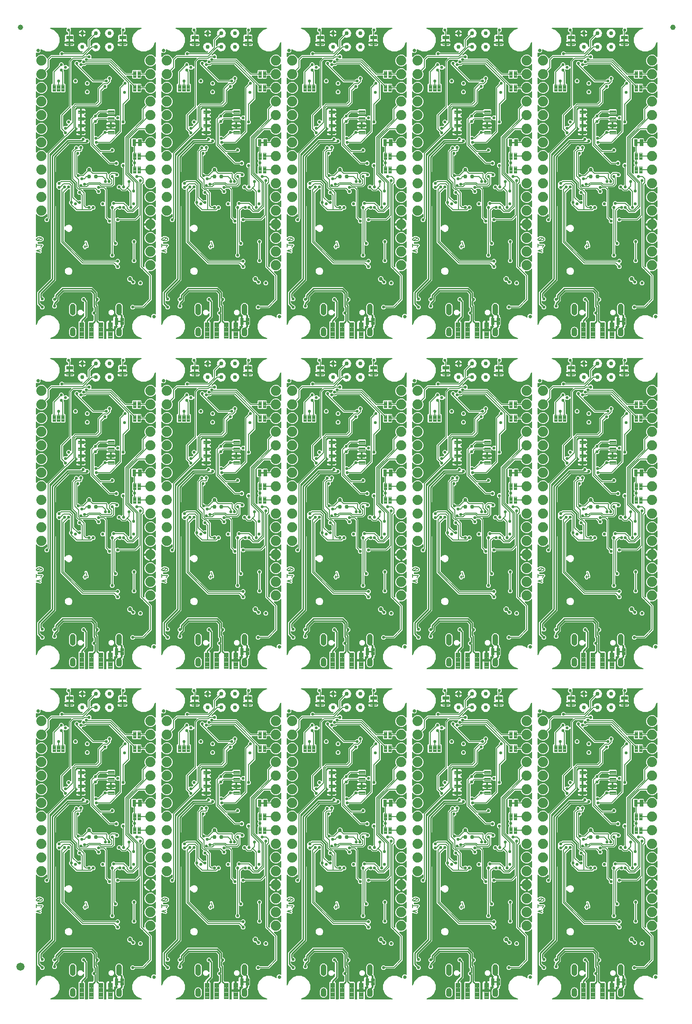
<source format=gbl>
G04 EAGLE Gerber RS-274X export*
G75*
%MOMM*%
%FSLAX34Y34*%
%LPD*%
%INBottom Copper*%
%IPPOS*%
%AMOC8*
5,1,8,0,0,1.08239X$1,22.5*%
G01*
%ADD10C,0.203200*%
%ADD11C,0.635000*%
%ADD12C,0.654000*%
%ADD13C,0.762000*%
%ADD14C,1.879600*%
%ADD15C,0.099059*%
%ADD16C,0.101600*%
%ADD17C,0.102000*%
%ADD18C,0.099000*%
%ADD19C,1.000000*%
%ADD20C,1.500000*%
%ADD21C,0.554000*%
%ADD22C,0.152400*%
%ADD23C,0.254000*%
%ADD24C,0.223519*%
%ADD25C,0.304800*%

G36*
X1015368Y617102D02*
X1015368Y617102D01*
X1015426Y617100D01*
X1015508Y617122D01*
X1015592Y617134D01*
X1015645Y617157D01*
X1015701Y617172D01*
X1015774Y617215D01*
X1015851Y617250D01*
X1015896Y617288D01*
X1015946Y617317D01*
X1016004Y617379D01*
X1016068Y617433D01*
X1016100Y617482D01*
X1016140Y617525D01*
X1016179Y617600D01*
X1016226Y617670D01*
X1016243Y617726D01*
X1016270Y617778D01*
X1016281Y617846D01*
X1016311Y617941D01*
X1016314Y618041D01*
X1016325Y618109D01*
X1016325Y649072D01*
X1017508Y650255D01*
X1018540Y650255D01*
X1018598Y650263D01*
X1018656Y650261D01*
X1018738Y650283D01*
X1018822Y650295D01*
X1018875Y650318D01*
X1018931Y650333D01*
X1019004Y650376D01*
X1019081Y650411D01*
X1019126Y650449D01*
X1019176Y650478D01*
X1019234Y650540D01*
X1019298Y650594D01*
X1019330Y650643D01*
X1019370Y650686D01*
X1019409Y650761D01*
X1019456Y650831D01*
X1019473Y650887D01*
X1019500Y650939D01*
X1019511Y651007D01*
X1019541Y651102D01*
X1019544Y651202D01*
X1019555Y651270D01*
X1019555Y652668D01*
X1026878Y659990D01*
X1026930Y660060D01*
X1026990Y660124D01*
X1027016Y660173D01*
X1027049Y660217D01*
X1027080Y660299D01*
X1027120Y660377D01*
X1027128Y660425D01*
X1027150Y660483D01*
X1027157Y660568D01*
X1027161Y660582D01*
X1027163Y660633D01*
X1027175Y660708D01*
X1027175Y664398D01*
X1027171Y664427D01*
X1027174Y664456D01*
X1027151Y664567D01*
X1027135Y664679D01*
X1027123Y664706D01*
X1027118Y664735D01*
X1027066Y664835D01*
X1027019Y664938D01*
X1027000Y664961D01*
X1026987Y664987D01*
X1026909Y665069D01*
X1026836Y665155D01*
X1026811Y665172D01*
X1026791Y665193D01*
X1026693Y665250D01*
X1026599Y665313D01*
X1026571Y665322D01*
X1026546Y665337D01*
X1026436Y665365D01*
X1026328Y665399D01*
X1026298Y665400D01*
X1026270Y665407D01*
X1026157Y665403D01*
X1026044Y665406D01*
X1026015Y665399D01*
X1025986Y665398D01*
X1025878Y665363D01*
X1025769Y665334D01*
X1025743Y665319D01*
X1025715Y665310D01*
X1025652Y665265D01*
X1025524Y665189D01*
X1025481Y665143D01*
X1025442Y665115D01*
X1022203Y661876D01*
X1018037Y661876D01*
X1015091Y664822D01*
X1015091Y668988D01*
X1018037Y671934D01*
X1022203Y671934D01*
X1025442Y668695D01*
X1025466Y668677D01*
X1025485Y668655D01*
X1025579Y668592D01*
X1025669Y668524D01*
X1025697Y668513D01*
X1025721Y668497D01*
X1025829Y668463D01*
X1025935Y668422D01*
X1025964Y668420D01*
X1025992Y668411D01*
X1026106Y668408D01*
X1026218Y668399D01*
X1026247Y668405D01*
X1026276Y668404D01*
X1026386Y668433D01*
X1026497Y668455D01*
X1026523Y668468D01*
X1026551Y668476D01*
X1026649Y668534D01*
X1026749Y668586D01*
X1026771Y668606D01*
X1026796Y668621D01*
X1026873Y668704D01*
X1026955Y668782D01*
X1026970Y668807D01*
X1026990Y668828D01*
X1027042Y668929D01*
X1027099Y669027D01*
X1027106Y669055D01*
X1027120Y669081D01*
X1027133Y669159D01*
X1027169Y669302D01*
X1027167Y669365D01*
X1027175Y669412D01*
X1027175Y685492D01*
X1027163Y685578D01*
X1027160Y685666D01*
X1027143Y685719D01*
X1027135Y685773D01*
X1027100Y685853D01*
X1027073Y685936D01*
X1027045Y685976D01*
X1027019Y686033D01*
X1026923Y686146D01*
X1026878Y686210D01*
X1026800Y686288D01*
X1026730Y686340D01*
X1026666Y686400D01*
X1026617Y686426D01*
X1026573Y686459D01*
X1026491Y686490D01*
X1026413Y686530D01*
X1026365Y686538D01*
X1026307Y686560D01*
X1026159Y686572D01*
X1026082Y686585D01*
X1024381Y686585D01*
X1021865Y689101D01*
X1021865Y692659D01*
X1024381Y695175D01*
X1027939Y695175D01*
X1030455Y692659D01*
X1030455Y690958D01*
X1030467Y690872D01*
X1030470Y690784D01*
X1030487Y690731D01*
X1030495Y690677D01*
X1030530Y690597D01*
X1030557Y690514D01*
X1030585Y690474D01*
X1030611Y690417D01*
X1030707Y690304D01*
X1030752Y690240D01*
X1032765Y688228D01*
X1032765Y657972D01*
X1030830Y656038D01*
X1026780Y651988D01*
X1026763Y651964D01*
X1026740Y651945D01*
X1026677Y651851D01*
X1026609Y651761D01*
X1026599Y651733D01*
X1026583Y651709D01*
X1026548Y651601D01*
X1026508Y651495D01*
X1026506Y651466D01*
X1026497Y651438D01*
X1026494Y651324D01*
X1026485Y651212D01*
X1026490Y651183D01*
X1026490Y651154D01*
X1026518Y651044D01*
X1026540Y650933D01*
X1026554Y650907D01*
X1026561Y650879D01*
X1026619Y650781D01*
X1026671Y650681D01*
X1026692Y650659D01*
X1026707Y650634D01*
X1026789Y650557D01*
X1026867Y650475D01*
X1026893Y650460D01*
X1026914Y650440D01*
X1027015Y650388D01*
X1027112Y650331D01*
X1027117Y650330D01*
X1028375Y649072D01*
X1028375Y618109D01*
X1028383Y618051D01*
X1028381Y617993D01*
X1028403Y617911D01*
X1028415Y617827D01*
X1028438Y617774D01*
X1028453Y617718D01*
X1028496Y617645D01*
X1028531Y617568D01*
X1028569Y617523D01*
X1028598Y617473D01*
X1028660Y617415D01*
X1028714Y617351D01*
X1028763Y617319D01*
X1028806Y617279D01*
X1028881Y617240D01*
X1028951Y617193D01*
X1029007Y617176D01*
X1029059Y617149D01*
X1029127Y617138D01*
X1029222Y617108D01*
X1029322Y617105D01*
X1029390Y617094D01*
X1033090Y617094D01*
X1033148Y617102D01*
X1033206Y617100D01*
X1033288Y617122D01*
X1033372Y617134D01*
X1033425Y617157D01*
X1033481Y617172D01*
X1033554Y617215D01*
X1033631Y617250D01*
X1033676Y617288D01*
X1033726Y617317D01*
X1033784Y617379D01*
X1033848Y617433D01*
X1033880Y617482D01*
X1033920Y617525D01*
X1033959Y617600D01*
X1034006Y617670D01*
X1034023Y617726D01*
X1034050Y617778D01*
X1034061Y617846D01*
X1034091Y617941D01*
X1034094Y618041D01*
X1034105Y618109D01*
X1034105Y649072D01*
X1035288Y650255D01*
X1042337Y650255D01*
X1042424Y650267D01*
X1042511Y650270D01*
X1042564Y650287D01*
X1042619Y650295D01*
X1042699Y650330D01*
X1042782Y650357D01*
X1042821Y650385D01*
X1042878Y650411D01*
X1042991Y650507D01*
X1043055Y650552D01*
X1044175Y651672D01*
X1044228Y651742D01*
X1044288Y651806D01*
X1044313Y651855D01*
X1044346Y651899D01*
X1044377Y651981D01*
X1044417Y652059D01*
X1044425Y652107D01*
X1044447Y652165D01*
X1044460Y652313D01*
X1044473Y652390D01*
X1044473Y660170D01*
X1044464Y660228D01*
X1044466Y660286D01*
X1044445Y660368D01*
X1044433Y660452D01*
X1044409Y660505D01*
X1044394Y660561D01*
X1044351Y660634D01*
X1044317Y660711D01*
X1044279Y660756D01*
X1044249Y660806D01*
X1044187Y660864D01*
X1044133Y660928D01*
X1044084Y660960D01*
X1044042Y661000D01*
X1043967Y661039D01*
X1043896Y661086D01*
X1043840Y661103D01*
X1043788Y661130D01*
X1043720Y661141D01*
X1043625Y661171D01*
X1043525Y661174D01*
X1043457Y661185D01*
X1043431Y661185D01*
X1040915Y663701D01*
X1040915Y667259D01*
X1043431Y669775D01*
X1043457Y669775D01*
X1043515Y669783D01*
X1043574Y669781D01*
X1043655Y669803D01*
X1043739Y669815D01*
X1043792Y669838D01*
X1043849Y669853D01*
X1043921Y669896D01*
X1043998Y669931D01*
X1044043Y669969D01*
X1044093Y669998D01*
X1044151Y670060D01*
X1044215Y670114D01*
X1044248Y670163D01*
X1044288Y670206D01*
X1044326Y670281D01*
X1044373Y670351D01*
X1044391Y670407D01*
X1044417Y670459D01*
X1044429Y670527D01*
X1044459Y670622D01*
X1044461Y670722D01*
X1044473Y670790D01*
X1044473Y674760D01*
X1044460Y674847D01*
X1044458Y674934D01*
X1044441Y674987D01*
X1044433Y675041D01*
X1044397Y675121D01*
X1044370Y675205D01*
X1044342Y675244D01*
X1044317Y675301D01*
X1044221Y675414D01*
X1044175Y675478D01*
X1042568Y677085D01*
X1042568Y700795D01*
X1042555Y700882D01*
X1042553Y700969D01*
X1042536Y701022D01*
X1042528Y701076D01*
X1042492Y701156D01*
X1042465Y701240D01*
X1042437Y701279D01*
X1042412Y701336D01*
X1042316Y701449D01*
X1042270Y701513D01*
X1039333Y704450D01*
X1039263Y704503D01*
X1039199Y704563D01*
X1039150Y704588D01*
X1039106Y704621D01*
X1039024Y704652D01*
X1038946Y704692D01*
X1038898Y704700D01*
X1038840Y704722D01*
X1038692Y704735D01*
X1038615Y704748D01*
X989452Y704748D01*
X989366Y704735D01*
X989278Y704733D01*
X989225Y704716D01*
X989171Y704708D01*
X989091Y704672D01*
X989008Y704645D01*
X988968Y704617D01*
X988911Y704592D01*
X988798Y704496D01*
X988734Y704450D01*
X980840Y696556D01*
X980787Y696486D01*
X980727Y696422D01*
X980702Y696373D01*
X980669Y696329D01*
X980638Y696247D01*
X980598Y696169D01*
X980590Y696121D01*
X980568Y696063D01*
X980555Y695915D01*
X980542Y695838D01*
X980542Y688515D01*
X974633Y682606D01*
X974598Y682560D01*
X974556Y682519D01*
X974513Y682446D01*
X974462Y682379D01*
X974441Y682324D01*
X974412Y682274D01*
X974391Y682192D01*
X974361Y682113D01*
X974356Y682055D01*
X974342Y681999D01*
X974344Y681914D01*
X974337Y681830D01*
X974349Y681773D01*
X974351Y681714D01*
X974377Y681634D01*
X974393Y681551D01*
X974420Y681500D01*
X974438Y681444D01*
X974478Y681388D01*
X974524Y681299D01*
X974593Y681227D01*
X974633Y681171D01*
X975845Y679959D01*
X975845Y676401D01*
X973329Y673885D01*
X969771Y673885D01*
X967255Y676401D01*
X967255Y679959D01*
X968610Y681314D01*
X968663Y681384D01*
X968723Y681448D01*
X968748Y681497D01*
X968781Y681541D01*
X968812Y681623D01*
X968852Y681701D01*
X968860Y681748D01*
X968882Y681807D01*
X968889Y681887D01*
X968894Y681902D01*
X968895Y681957D01*
X968908Y682032D01*
X968908Y684355D01*
X969737Y685184D01*
X969772Y685230D01*
X969814Y685271D01*
X969857Y685344D01*
X969908Y685411D01*
X969929Y685465D01*
X969958Y685516D01*
X969979Y685598D01*
X970009Y685677D01*
X970014Y685735D01*
X970028Y685791D01*
X970026Y685876D01*
X970033Y685960D01*
X970021Y686017D01*
X970019Y686076D01*
X969993Y686156D01*
X969977Y686239D01*
X969950Y686290D01*
X969932Y686346D01*
X969892Y686402D01*
X969846Y686491D01*
X969777Y686563D01*
X969737Y686619D01*
X967255Y689101D01*
X967255Y692659D01*
X969771Y695175D01*
X970432Y695175D01*
X970490Y695183D01*
X970549Y695181D01*
X970630Y695203D01*
X970714Y695215D01*
X970767Y695238D01*
X970824Y695253D01*
X970896Y695296D01*
X970973Y695331D01*
X971018Y695369D01*
X971068Y695398D01*
X971126Y695460D01*
X971190Y695514D01*
X971223Y695563D01*
X971263Y695606D01*
X971301Y695681D01*
X971348Y695751D01*
X971366Y695807D01*
X971392Y695859D01*
X971404Y695927D01*
X971434Y696022D01*
X971436Y696122D01*
X971448Y696190D01*
X971448Y699594D01*
X983850Y711997D01*
X985695Y713842D01*
X1042495Y713842D01*
X1051662Y704675D01*
X1051662Y696190D01*
X1051671Y696132D01*
X1051669Y696074D01*
X1051690Y695992D01*
X1051702Y695908D01*
X1051726Y695855D01*
X1051741Y695799D01*
X1051784Y695726D01*
X1051818Y695649D01*
X1051856Y695604D01*
X1051886Y695554D01*
X1051948Y695496D01*
X1052002Y695432D01*
X1052051Y695400D01*
X1052093Y695360D01*
X1052168Y695321D01*
X1052239Y695274D01*
X1052295Y695257D01*
X1052347Y695230D01*
X1052415Y695219D01*
X1052510Y695189D01*
X1052610Y695186D01*
X1052678Y695175D01*
X1053339Y695175D01*
X1055855Y692659D01*
X1055855Y689101D01*
X1053339Y686585D01*
X1052678Y686585D01*
X1052620Y686577D01*
X1052561Y686579D01*
X1052480Y686557D01*
X1052396Y686545D01*
X1052343Y686522D01*
X1052286Y686507D01*
X1052214Y686464D01*
X1052137Y686429D01*
X1052092Y686391D01*
X1052042Y686362D01*
X1051984Y686300D01*
X1051920Y686246D01*
X1051887Y686197D01*
X1051847Y686154D01*
X1051809Y686079D01*
X1051762Y686009D01*
X1051744Y685953D01*
X1051718Y685901D01*
X1051706Y685833D01*
X1051676Y685738D01*
X1051674Y685638D01*
X1051662Y685570D01*
X1051662Y682540D01*
X1051675Y682453D01*
X1051677Y682366D01*
X1051694Y682313D01*
X1051702Y682258D01*
X1051738Y682179D01*
X1051765Y682095D01*
X1051793Y682056D01*
X1051818Y681999D01*
X1051914Y681886D01*
X1051960Y681822D01*
X1053567Y680214D01*
X1053567Y652390D01*
X1053580Y652303D01*
X1053582Y652216D01*
X1053599Y652163D01*
X1053607Y652109D01*
X1053643Y652029D01*
X1053670Y651945D01*
X1053698Y651906D01*
X1053723Y651849D01*
X1053819Y651736D01*
X1053865Y651672D01*
X1054985Y650552D01*
X1055054Y650500D01*
X1055118Y650440D01*
X1055168Y650414D01*
X1055212Y650381D01*
X1055294Y650350D01*
X1055372Y650310D01*
X1055419Y650302D01*
X1055478Y650280D01*
X1055625Y650268D01*
X1055703Y650255D01*
X1062752Y650255D01*
X1063935Y649072D01*
X1063935Y618109D01*
X1063943Y618051D01*
X1063941Y617993D01*
X1063963Y617911D01*
X1063975Y617827D01*
X1063998Y617774D01*
X1064013Y617718D01*
X1064056Y617645D01*
X1064091Y617568D01*
X1064129Y617523D01*
X1064158Y617473D01*
X1064220Y617415D01*
X1064274Y617351D01*
X1064323Y617319D01*
X1064366Y617279D01*
X1064441Y617240D01*
X1064511Y617193D01*
X1064567Y617176D01*
X1064619Y617149D01*
X1064687Y617138D01*
X1064782Y617108D01*
X1064882Y617105D01*
X1064950Y617094D01*
X1067790Y617094D01*
X1067838Y617101D01*
X1067887Y617098D01*
X1067979Y617120D01*
X1068072Y617134D01*
X1068116Y617153D01*
X1068164Y617165D01*
X1068245Y617211D01*
X1068331Y617250D01*
X1068368Y617281D01*
X1068411Y617305D01*
X1068476Y617373D01*
X1068548Y617433D01*
X1068575Y617474D01*
X1068609Y617509D01*
X1068654Y617592D01*
X1068706Y617670D01*
X1068720Y617717D01*
X1068743Y617760D01*
X1068763Y617851D01*
X1068791Y617941D01*
X1068793Y617990D01*
X1068803Y618038D01*
X1068796Y618112D01*
X1068799Y618225D01*
X1068777Y618309D01*
X1068771Y618372D01*
X1068649Y618825D01*
X1068649Y631699D01*
X1074674Y631699D01*
X1074732Y631707D01*
X1074790Y631705D01*
X1074872Y631727D01*
X1074955Y631739D01*
X1075009Y631763D01*
X1075065Y631777D01*
X1075138Y631820D01*
X1075215Y631855D01*
X1075259Y631893D01*
X1075310Y631923D01*
X1075367Y631984D01*
X1075432Y632039D01*
X1075464Y632087D01*
X1075504Y632130D01*
X1075543Y632205D01*
X1075589Y632275D01*
X1075607Y632331D01*
X1075634Y632383D01*
X1075645Y632451D01*
X1075675Y632546D01*
X1075678Y632646D01*
X1075689Y632714D01*
X1075689Y633731D01*
X1075691Y633731D01*
X1075691Y632714D01*
X1075699Y632656D01*
X1075698Y632598D01*
X1075719Y632516D01*
X1075731Y632433D01*
X1075755Y632379D01*
X1075769Y632323D01*
X1075812Y632250D01*
X1075847Y632173D01*
X1075885Y632128D01*
X1075915Y632078D01*
X1075976Y632020D01*
X1076031Y631956D01*
X1076079Y631924D01*
X1076122Y631884D01*
X1076197Y631845D01*
X1076267Y631799D01*
X1076323Y631781D01*
X1076375Y631754D01*
X1076443Y631743D01*
X1076538Y631713D01*
X1076638Y631710D01*
X1076706Y631699D01*
X1082731Y631699D01*
X1082731Y618825D01*
X1082609Y618372D01*
X1082603Y618323D01*
X1082589Y618277D01*
X1082586Y618183D01*
X1082575Y618090D01*
X1082583Y618041D01*
X1082581Y617993D01*
X1082605Y617902D01*
X1082620Y617809D01*
X1082641Y617765D01*
X1082653Y617718D01*
X1082701Y617637D01*
X1082741Y617552D01*
X1082773Y617515D01*
X1082798Y617473D01*
X1082867Y617409D01*
X1082929Y617338D01*
X1082970Y617312D01*
X1083006Y617279D01*
X1083089Y617236D01*
X1083169Y617185D01*
X1083215Y617171D01*
X1083259Y617149D01*
X1083332Y617137D01*
X1083441Y617105D01*
X1083528Y617104D01*
X1083590Y617094D01*
X1133218Y617094D01*
X1133303Y617106D01*
X1133389Y617108D01*
X1133443Y617126D01*
X1133499Y617134D01*
X1133578Y617169D01*
X1133660Y617195D01*
X1133707Y617227D01*
X1133759Y617250D01*
X1133824Y617305D01*
X1133896Y617353D01*
X1133932Y617397D01*
X1133976Y617433D01*
X1134023Y617505D01*
X1134079Y617571D01*
X1134102Y617623D01*
X1134133Y617670D01*
X1134159Y617752D01*
X1134194Y617831D01*
X1134202Y617887D01*
X1134219Y617941D01*
X1134221Y618027D01*
X1134233Y618112D01*
X1134225Y618168D01*
X1134227Y618225D01*
X1134205Y618308D01*
X1134193Y618393D01*
X1134169Y618445D01*
X1134155Y618500D01*
X1134111Y618574D01*
X1134075Y618653D01*
X1134039Y618696D01*
X1134009Y618745D01*
X1133947Y618804D01*
X1133891Y618869D01*
X1133849Y618895D01*
X1133802Y618939D01*
X1133673Y619005D01*
X1133606Y619047D01*
X1125977Y622207D01*
X1120047Y628137D01*
X1116837Y635886D01*
X1116837Y644274D01*
X1120047Y652023D01*
X1125977Y657953D01*
X1133726Y661163D01*
X1142114Y661163D01*
X1149862Y657953D01*
X1150537Y657278D01*
X1150561Y657261D01*
X1150580Y657238D01*
X1150674Y657176D01*
X1150764Y657107D01*
X1150792Y657097D01*
X1150816Y657081D01*
X1150924Y657047D01*
X1151030Y657006D01*
X1151059Y657004D01*
X1151087Y656995D01*
X1151201Y656992D01*
X1151313Y656983D01*
X1151342Y656988D01*
X1151371Y656988D01*
X1151481Y657016D01*
X1151592Y657039D01*
X1151618Y657052D01*
X1151646Y657059D01*
X1151744Y657117D01*
X1151844Y657170D01*
X1151866Y657190D01*
X1151891Y657205D01*
X1151968Y657287D01*
X1152050Y657365D01*
X1152065Y657391D01*
X1152085Y657412D01*
X1152137Y657513D01*
X1152194Y657611D01*
X1152201Y657639D01*
X1152215Y657665D01*
X1152228Y657743D01*
X1152264Y657886D01*
X1152262Y657949D01*
X1152270Y657996D01*
X1152270Y661077D01*
X1155023Y663830D01*
X1158917Y663830D01*
X1159173Y663573D01*
X1159197Y663556D01*
X1159216Y663533D01*
X1159310Y663470D01*
X1159400Y663402D01*
X1159428Y663392D01*
X1159452Y663376D01*
X1159560Y663341D01*
X1159666Y663301D01*
X1159695Y663299D01*
X1159723Y663290D01*
X1159837Y663287D01*
X1159949Y663278D01*
X1159978Y663283D01*
X1160007Y663283D01*
X1160117Y663311D01*
X1160228Y663333D01*
X1160254Y663347D01*
X1160282Y663354D01*
X1160380Y663412D01*
X1160480Y663464D01*
X1160502Y663485D01*
X1160527Y663500D01*
X1160604Y663582D01*
X1160686Y663660D01*
X1160701Y663686D01*
X1160721Y663707D01*
X1160773Y663808D01*
X1160830Y663906D01*
X1160837Y663934D01*
X1160851Y663960D01*
X1160864Y664037D01*
X1160900Y664181D01*
X1160898Y664244D01*
X1160906Y664291D01*
X1160906Y746768D01*
X1160902Y746797D01*
X1160905Y746826D01*
X1160882Y746937D01*
X1160866Y747050D01*
X1160854Y747076D01*
X1160849Y747105D01*
X1160797Y747206D01*
X1160750Y747309D01*
X1160731Y747331D01*
X1160718Y747358D01*
X1160640Y747440D01*
X1160567Y747526D01*
X1160542Y747542D01*
X1160522Y747564D01*
X1160424Y747621D01*
X1160330Y747684D01*
X1160302Y747693D01*
X1160277Y747707D01*
X1160167Y747735D01*
X1160059Y747769D01*
X1160029Y747770D01*
X1160001Y747777D01*
X1159888Y747774D01*
X1159775Y747777D01*
X1159746Y747769D01*
X1159717Y747768D01*
X1159609Y747733D01*
X1159500Y747705D01*
X1159474Y747690D01*
X1159446Y747681D01*
X1159383Y747635D01*
X1159255Y747560D01*
X1159212Y747514D01*
X1159173Y747486D01*
X1156807Y745120D01*
X1152793Y743457D01*
X1148414Y743457D01*
X1148355Y743480D01*
X1148298Y743485D01*
X1148243Y743499D01*
X1148157Y743496D01*
X1148072Y743503D01*
X1148016Y743492D01*
X1147959Y743491D01*
X1147877Y743464D01*
X1147793Y743448D01*
X1147742Y743421D01*
X1147688Y743404D01*
X1147617Y743356D01*
X1147540Y743317D01*
X1147499Y743277D01*
X1147452Y743246D01*
X1147397Y743180D01*
X1147334Y743121D01*
X1147306Y743072D01*
X1147269Y743028D01*
X1147234Y742950D01*
X1147191Y742876D01*
X1147177Y742821D01*
X1147153Y742768D01*
X1147142Y742683D01*
X1147121Y742600D01*
X1147122Y742543D01*
X1147115Y742487D01*
X1147127Y742402D01*
X1147130Y742316D01*
X1147147Y742262D01*
X1147155Y742205D01*
X1147191Y742127D01*
X1147217Y742045D01*
X1147246Y742005D01*
X1147272Y741946D01*
X1147366Y741836D01*
X1147412Y741772D01*
X1151270Y737914D01*
X1152907Y736277D01*
X1152907Y689933D01*
X1137597Y674623D01*
X1121807Y674623D01*
X1121721Y674611D01*
X1121633Y674608D01*
X1121581Y674591D01*
X1121526Y674583D01*
X1121446Y674548D01*
X1121363Y674521D01*
X1121324Y674493D01*
X1121267Y674467D01*
X1121153Y674371D01*
X1121090Y674326D01*
X1119379Y672615D01*
X1115821Y672615D01*
X1113305Y675131D01*
X1113305Y678689D01*
X1115821Y681205D01*
X1119379Y681205D01*
X1121090Y679494D01*
X1121159Y679442D01*
X1121223Y679382D01*
X1121273Y679356D01*
X1121317Y679323D01*
X1121398Y679292D01*
X1121476Y679252D01*
X1121524Y679244D01*
X1121582Y679222D01*
X1121730Y679210D01*
X1121807Y679197D01*
X1135282Y679197D01*
X1135369Y679209D01*
X1135456Y679212D01*
X1135509Y679229D01*
X1135564Y679237D01*
X1135644Y679272D01*
X1135727Y679299D01*
X1135766Y679327D01*
X1135823Y679353D01*
X1135936Y679449D01*
X1136000Y679494D01*
X1148036Y691530D01*
X1148045Y691542D01*
X1148050Y691547D01*
X1148065Y691568D01*
X1148088Y691600D01*
X1148148Y691664D01*
X1148174Y691713D01*
X1148207Y691757D01*
X1148238Y691839D01*
X1148278Y691917D01*
X1148286Y691964D01*
X1148308Y692023D01*
X1148320Y692170D01*
X1148333Y692248D01*
X1148333Y733962D01*
X1148321Y734049D01*
X1148318Y734136D01*
X1148301Y734189D01*
X1148293Y734244D01*
X1148258Y734324D01*
X1148231Y734407D01*
X1148203Y734446D01*
X1148177Y734503D01*
X1148081Y734616D01*
X1148036Y734680D01*
X1131188Y751528D01*
X1131188Y842293D01*
X1131184Y842322D01*
X1131187Y842352D01*
X1131164Y842463D01*
X1131148Y842575D01*
X1131136Y842602D01*
X1131131Y842630D01*
X1131079Y842731D01*
X1131032Y842834D01*
X1131013Y842857D01*
X1131000Y842883D01*
X1130922Y842965D01*
X1130849Y843051D01*
X1130824Y843068D01*
X1130804Y843089D01*
X1130706Y843146D01*
X1130612Y843209D01*
X1130584Y843218D01*
X1130559Y843232D01*
X1130449Y843260D01*
X1130341Y843295D01*
X1130311Y843295D01*
X1130283Y843303D01*
X1130170Y843299D01*
X1130057Y843302D01*
X1130028Y843294D01*
X1129999Y843294D01*
X1129891Y843259D01*
X1129782Y843230D01*
X1129756Y843215D01*
X1129728Y843206D01*
X1129665Y843161D01*
X1129537Y843085D01*
X1129494Y843039D01*
X1129455Y843011D01*
X1125264Y838820D01*
X1123627Y837183D01*
X1093867Y837183D01*
X1093781Y837171D01*
X1093693Y837168D01*
X1093641Y837151D01*
X1093586Y837143D01*
X1093506Y837108D01*
X1093423Y837081D01*
X1093384Y837053D01*
X1093327Y837027D01*
X1093213Y836931D01*
X1093150Y836886D01*
X1091439Y835175D01*
X1087881Y835175D01*
X1086785Y836271D01*
X1086761Y836289D01*
X1086742Y836311D01*
X1086648Y836374D01*
X1086558Y836442D01*
X1086530Y836453D01*
X1086506Y836469D01*
X1086398Y836503D01*
X1086292Y836544D01*
X1086263Y836546D01*
X1086235Y836555D01*
X1086121Y836558D01*
X1086009Y836567D01*
X1085980Y836561D01*
X1085951Y836562D01*
X1085841Y836534D01*
X1085730Y836511D01*
X1085704Y836498D01*
X1085676Y836490D01*
X1085578Y836433D01*
X1085478Y836380D01*
X1085456Y836360D01*
X1085431Y836345D01*
X1085354Y836263D01*
X1085272Y836184D01*
X1085257Y836159D01*
X1085237Y836138D01*
X1085185Y836037D01*
X1085128Y835939D01*
X1085121Y835911D01*
X1085107Y835885D01*
X1085094Y835807D01*
X1085058Y835664D01*
X1085060Y835601D01*
X1085052Y835554D01*
X1085052Y800875D01*
X1085060Y800817D01*
X1085058Y800759D01*
X1085080Y800677D01*
X1085092Y800593D01*
X1085115Y800540D01*
X1085130Y800484D01*
X1085173Y800411D01*
X1085208Y800334D01*
X1085246Y800289D01*
X1085275Y800239D01*
X1085337Y800181D01*
X1085391Y800117D01*
X1085440Y800085D01*
X1085483Y800045D01*
X1085558Y800006D01*
X1085628Y799959D01*
X1085684Y799942D01*
X1085736Y799915D01*
X1085804Y799904D01*
X1085899Y799874D01*
X1085999Y799871D01*
X1086067Y799860D01*
X1087084Y799860D01*
X1089600Y797344D01*
X1089600Y793786D01*
X1087084Y791270D01*
X1083526Y791270D01*
X1083520Y791276D01*
X1083496Y791294D01*
X1083477Y791316D01*
X1083383Y791379D01*
X1083293Y791447D01*
X1083265Y791458D01*
X1083241Y791474D01*
X1083133Y791508D01*
X1083027Y791549D01*
X1082998Y791551D01*
X1082970Y791560D01*
X1082857Y791563D01*
X1082744Y791572D01*
X1082715Y791566D01*
X1082686Y791567D01*
X1082576Y791539D01*
X1082465Y791516D01*
X1082439Y791503D01*
X1082411Y791495D01*
X1082313Y791438D01*
X1082213Y791385D01*
X1082191Y791365D01*
X1082166Y791350D01*
X1082089Y791268D01*
X1082007Y791190D01*
X1081992Y791164D01*
X1081972Y791143D01*
X1081920Y791042D01*
X1081863Y790944D01*
X1081856Y790916D01*
X1081842Y790890D01*
X1081829Y790812D01*
X1081793Y790669D01*
X1081795Y790606D01*
X1081787Y790559D01*
X1081787Y777637D01*
X1081799Y777551D01*
X1081802Y777463D01*
X1081819Y777411D01*
X1081827Y777356D01*
X1081862Y777276D01*
X1081889Y777193D01*
X1081917Y777154D01*
X1081943Y777097D01*
X1082039Y776983D01*
X1082084Y776920D01*
X1083795Y775209D01*
X1083795Y771651D01*
X1081279Y769135D01*
X1077721Y769135D01*
X1075205Y771651D01*
X1075205Y775209D01*
X1076916Y776920D01*
X1076968Y776989D01*
X1077028Y777053D01*
X1077054Y777103D01*
X1077087Y777147D01*
X1077118Y777228D01*
X1077158Y777306D01*
X1077166Y777354D01*
X1077188Y777412D01*
X1077200Y777560D01*
X1077213Y777637D01*
X1077213Y831783D01*
X1077205Y831841D01*
X1077207Y831899D01*
X1077185Y831981D01*
X1077173Y832065D01*
X1077150Y832118D01*
X1077135Y832174D01*
X1077092Y832247D01*
X1077057Y832324D01*
X1077019Y832369D01*
X1076990Y832419D01*
X1076928Y832477D01*
X1076874Y832541D01*
X1076825Y832573D01*
X1076782Y832613D01*
X1076707Y832652D01*
X1076637Y832699D01*
X1076581Y832716D01*
X1076529Y832743D01*
X1076461Y832754D01*
X1076366Y832784D01*
X1076266Y832787D01*
X1076198Y832798D01*
X1072919Y832798D01*
X1070403Y835314D01*
X1070403Y837733D01*
X1070391Y837820D01*
X1070388Y837907D01*
X1070371Y837960D01*
X1070363Y838015D01*
X1070328Y838095D01*
X1070301Y838178D01*
X1070273Y838217D01*
X1070247Y838274D01*
X1070151Y838388D01*
X1070106Y838451D01*
X1065783Y842774D01*
X1065783Y864219D01*
X1065779Y864248D01*
X1065782Y864277D01*
X1065759Y864388D01*
X1065743Y864500D01*
X1065731Y864527D01*
X1065726Y864556D01*
X1065673Y864656D01*
X1065627Y864759D01*
X1065608Y864782D01*
X1065595Y864808D01*
X1065517Y864890D01*
X1065444Y864976D01*
X1065419Y864993D01*
X1065399Y865014D01*
X1065301Y865071D01*
X1065207Y865134D01*
X1065179Y865143D01*
X1065154Y865158D01*
X1065044Y865186D01*
X1064936Y865220D01*
X1064906Y865221D01*
X1064878Y865228D01*
X1064765Y865224D01*
X1064652Y865227D01*
X1064623Y865220D01*
X1064594Y865219D01*
X1064486Y865184D01*
X1064377Y865155D01*
X1064351Y865140D01*
X1064323Y865131D01*
X1064259Y865086D01*
X1064132Y865010D01*
X1064089Y864964D01*
X1064050Y864936D01*
X1063499Y864385D01*
X1059941Y864385D01*
X1057425Y866901D01*
X1057425Y870459D01*
X1059941Y872975D01*
X1063499Y872975D01*
X1064050Y872424D01*
X1064074Y872406D01*
X1064093Y872384D01*
X1064187Y872321D01*
X1064277Y872253D01*
X1064305Y872242D01*
X1064329Y872226D01*
X1064437Y872192D01*
X1064543Y872151D01*
X1064572Y872149D01*
X1064600Y872140D01*
X1064714Y872137D01*
X1064826Y872128D01*
X1064855Y872134D01*
X1064884Y872133D01*
X1064994Y872161D01*
X1065105Y872184D01*
X1065131Y872197D01*
X1065159Y872205D01*
X1065257Y872262D01*
X1065357Y872315D01*
X1065379Y872335D01*
X1065404Y872350D01*
X1065481Y872433D01*
X1065563Y872511D01*
X1065578Y872536D01*
X1065598Y872557D01*
X1065650Y872658D01*
X1065707Y872756D01*
X1065714Y872784D01*
X1065728Y872810D01*
X1065741Y872888D01*
X1065777Y873031D01*
X1065775Y873094D01*
X1065783Y873141D01*
X1065783Y893982D01*
X1065771Y894069D01*
X1065768Y894156D01*
X1065751Y894209D01*
X1065743Y894264D01*
X1065708Y894344D01*
X1065681Y894427D01*
X1065653Y894466D01*
X1065627Y894523D01*
X1065531Y894636D01*
X1065486Y894700D01*
X1063332Y896854D01*
X1063262Y896906D01*
X1063198Y896966D01*
X1063149Y896992D01*
X1063105Y897025D01*
X1063023Y897056D01*
X1062945Y897096D01*
X1062898Y897104D01*
X1062839Y897126D01*
X1062692Y897138D01*
X1062614Y897151D01*
X1058307Y897151D01*
X1058221Y897139D01*
X1058133Y897136D01*
X1058081Y897119D01*
X1058026Y897111D01*
X1057946Y897076D01*
X1057863Y897049D01*
X1057824Y897021D01*
X1057767Y896995D01*
X1057653Y896899D01*
X1057590Y896854D01*
X1056943Y896207D01*
X1056907Y896160D01*
X1056865Y896120D01*
X1056822Y896047D01*
X1056772Y895980D01*
X1056751Y895925D01*
X1056721Y895875D01*
X1056701Y895793D01*
X1056670Y895714D01*
X1056666Y895656D01*
X1056651Y895599D01*
X1056654Y895515D01*
X1056647Y895431D01*
X1056658Y895373D01*
X1056660Y895315D01*
X1056686Y895235D01*
X1056703Y895152D01*
X1056730Y895100D01*
X1056748Y895044D01*
X1056788Y894988D01*
X1056834Y894900D01*
X1056902Y894827D01*
X1056943Y894771D01*
X1058395Y893319D01*
X1058395Y889761D01*
X1055879Y887245D01*
X1052321Y887245D01*
X1049805Y889761D01*
X1049805Y892180D01*
X1049793Y892267D01*
X1049790Y892354D01*
X1049773Y892407D01*
X1049765Y892462D01*
X1049730Y892541D01*
X1049703Y892625D01*
X1049675Y892664D01*
X1049649Y892721D01*
X1049553Y892834D01*
X1049544Y892847D01*
X1049535Y892862D01*
X1049530Y892867D01*
X1049508Y892898D01*
X1047052Y895354D01*
X1046982Y895406D01*
X1046918Y895466D01*
X1046869Y895492D01*
X1046825Y895525D01*
X1046743Y895556D01*
X1046665Y895596D01*
X1046618Y895604D01*
X1046559Y895626D01*
X1046412Y895638D01*
X1046334Y895651D01*
X1025829Y895651D01*
X1025800Y895647D01*
X1025770Y895650D01*
X1025659Y895627D01*
X1025547Y895611D01*
X1025520Y895599D01*
X1025492Y895594D01*
X1025391Y895542D01*
X1025288Y895495D01*
X1025265Y895476D01*
X1025239Y895463D01*
X1025157Y895385D01*
X1025071Y895312D01*
X1025055Y895287D01*
X1025033Y895267D01*
X1024976Y895169D01*
X1024913Y895075D01*
X1024904Y895047D01*
X1024890Y895022D01*
X1024862Y894912D01*
X1024827Y894804D01*
X1024827Y894774D01*
X1024819Y894746D01*
X1024823Y894633D01*
X1024820Y894520D01*
X1024828Y894491D01*
X1024828Y894462D01*
X1024863Y894354D01*
X1024892Y894245D01*
X1024907Y894219D01*
X1024916Y894191D01*
X1024961Y894128D01*
X1025037Y894000D01*
X1025083Y893957D01*
X1025111Y893918D01*
X1027445Y891584D01*
X1029082Y889947D01*
X1029082Y866873D01*
X1029094Y866786D01*
X1029097Y866699D01*
X1029114Y866646D01*
X1029122Y866591D01*
X1029157Y866511D01*
X1029184Y866428D01*
X1029212Y866389D01*
X1029238Y866332D01*
X1029313Y866243D01*
X1029333Y866209D01*
X1029355Y866189D01*
X1029379Y866155D01*
X1030620Y864914D01*
X1030690Y864862D01*
X1030754Y864802D01*
X1030803Y864776D01*
X1030847Y864743D01*
X1030929Y864712D01*
X1031007Y864672D01*
X1031054Y864664D01*
X1031113Y864642D01*
X1031260Y864630D01*
X1031338Y864617D01*
X1032113Y864617D01*
X1032199Y864629D01*
X1032287Y864632D01*
X1032339Y864649D01*
X1032394Y864657D01*
X1032474Y864692D01*
X1032557Y864719D01*
X1032596Y864747D01*
X1032653Y864773D01*
X1032767Y864869D01*
X1032830Y864914D01*
X1034541Y866625D01*
X1038099Y866625D01*
X1039412Y865312D01*
X1039459Y865276D01*
X1039499Y865234D01*
X1039572Y865191D01*
X1039639Y865141D01*
X1039694Y865120D01*
X1039744Y865090D01*
X1039826Y865070D01*
X1039905Y865039D01*
X1039963Y865035D01*
X1040020Y865020D01*
X1040104Y865023D01*
X1040188Y865016D01*
X1040246Y865027D01*
X1040304Y865029D01*
X1040384Y865055D01*
X1040467Y865072D01*
X1040519Y865099D01*
X1040575Y865117D01*
X1040631Y865157D01*
X1040719Y865203D01*
X1040792Y865271D01*
X1040848Y865312D01*
X1042161Y866625D01*
X1045719Y866625D01*
X1048235Y864109D01*
X1048235Y860551D01*
X1045719Y858035D01*
X1043300Y858035D01*
X1043213Y858023D01*
X1043126Y858020D01*
X1043073Y858003D01*
X1043018Y857995D01*
X1042938Y857960D01*
X1042855Y857933D01*
X1042816Y857905D01*
X1042759Y857879D01*
X1042646Y857783D01*
X1042582Y857738D01*
X1040085Y855241D01*
X1012235Y855241D01*
X1010598Y856878D01*
X1002650Y864826D01*
X1001013Y866463D01*
X1001013Y867013D01*
X1001001Y867099D01*
X1000998Y867187D01*
X1000981Y867239D01*
X1000973Y867294D01*
X1000938Y867374D01*
X1000911Y867457D01*
X1000883Y867496D01*
X1000857Y867553D01*
X1000761Y867667D01*
X1000716Y867730D01*
X999005Y869441D01*
X999005Y872999D01*
X1000716Y874710D01*
X1000768Y874779D01*
X1000828Y874843D01*
X1000854Y874893D01*
X1000887Y874937D01*
X1000918Y875019D01*
X1000958Y875096D01*
X1000966Y875144D01*
X1000988Y875202D01*
X1001000Y875350D01*
X1001013Y875427D01*
X1001013Y894890D01*
X1001005Y894948D01*
X1001007Y895006D01*
X1000985Y895088D01*
X1000973Y895172D01*
X1000950Y895225D01*
X1000935Y895281D01*
X1000892Y895354D01*
X1000857Y895431D01*
X1000819Y895476D01*
X1000790Y895526D01*
X1000728Y895584D01*
X1000674Y895648D01*
X1000625Y895680D01*
X1000582Y895720D01*
X1000507Y895759D01*
X1000437Y895806D01*
X1000381Y895823D01*
X1000329Y895850D01*
X1000261Y895861D01*
X1000166Y895891D01*
X1000066Y895894D01*
X999998Y895905D01*
X997580Y895905D01*
X997493Y895893D01*
X997406Y895890D01*
X997353Y895873D01*
X997298Y895865D01*
X997218Y895830D01*
X997135Y895803D01*
X997096Y895775D01*
X997039Y895749D01*
X996926Y895653D01*
X996862Y895608D01*
X990644Y889390D01*
X990592Y889320D01*
X990532Y889256D01*
X990506Y889207D01*
X990473Y889163D01*
X990442Y889081D01*
X990402Y889003D01*
X990394Y888956D01*
X990372Y888897D01*
X990360Y888750D01*
X990347Y888672D01*
X990347Y827375D01*
X990359Y827290D01*
X990361Y827204D01*
X990379Y827150D01*
X990387Y827093D01*
X990422Y827015D01*
X990448Y826933D01*
X990480Y826886D01*
X990503Y826834D01*
X990558Y826768D01*
X990606Y826697D01*
X990650Y826660D01*
X990686Y826617D01*
X990758Y826569D01*
X990824Y826514D01*
X990876Y826491D01*
X990923Y826459D01*
X991005Y826433D01*
X991084Y826399D01*
X991140Y826391D01*
X991194Y826374D01*
X991280Y826371D01*
X991365Y826360D01*
X991421Y826368D01*
X991478Y826366D01*
X991561Y826388D01*
X991647Y826400D01*
X991698Y826424D01*
X991753Y826438D01*
X991827Y826482D01*
X991906Y826517D01*
X991949Y826554D01*
X991998Y826583D01*
X992057Y826646D01*
X992122Y826702D01*
X992148Y826744D01*
X992192Y826791D01*
X992258Y826920D01*
X992300Y826986D01*
X992473Y827405D01*
X994380Y829312D01*
X996872Y830344D01*
X999568Y830344D01*
X1002060Y829312D01*
X1003967Y827405D01*
X1004999Y824913D01*
X1004999Y822217D01*
X1003967Y819725D01*
X1002060Y817818D01*
X999568Y816786D01*
X996872Y816786D01*
X994380Y817818D01*
X992473Y819725D01*
X992300Y820144D01*
X992256Y820218D01*
X992221Y820296D01*
X992184Y820339D01*
X992155Y820388D01*
X992093Y820447D01*
X992037Y820513D01*
X991990Y820545D01*
X991949Y820584D01*
X991872Y820623D01*
X991801Y820671D01*
X991747Y820688D01*
X991696Y820714D01*
X991612Y820730D01*
X991530Y820756D01*
X991473Y820758D01*
X991417Y820769D01*
X991332Y820761D01*
X991246Y820764D01*
X991191Y820749D01*
X991134Y820744D01*
X991054Y820714D01*
X990971Y820692D01*
X990922Y820663D01*
X990869Y820642D01*
X990800Y820591D01*
X990726Y820547D01*
X990687Y820505D01*
X990642Y820471D01*
X990591Y820402D01*
X990532Y820339D01*
X990506Y820289D01*
X990472Y820243D01*
X990441Y820163D01*
X990402Y820086D01*
X990394Y820037D01*
X990371Y819977D01*
X990360Y819832D01*
X990347Y819755D01*
X990347Y800198D01*
X990359Y800111D01*
X990362Y800024D01*
X990379Y799971D01*
X990387Y799916D01*
X990422Y799836D01*
X990449Y799753D01*
X990477Y799714D01*
X990503Y799657D01*
X990599Y799544D01*
X990644Y799480D01*
X1025540Y764584D01*
X1025610Y764532D01*
X1025674Y764472D01*
X1025723Y764446D01*
X1025767Y764413D01*
X1025849Y764382D01*
X1025927Y764342D01*
X1025974Y764334D01*
X1026033Y764312D01*
X1026180Y764300D01*
X1026258Y764287D01*
X1085453Y764287D01*
X1085539Y764299D01*
X1085627Y764302D01*
X1085679Y764319D01*
X1085734Y764327D01*
X1085814Y764362D01*
X1085897Y764389D01*
X1085936Y764417D01*
X1085993Y764443D01*
X1086107Y764539D01*
X1086170Y764584D01*
X1087881Y766295D01*
X1091439Y766295D01*
X1093955Y763779D01*
X1093955Y760221D01*
X1091372Y757638D01*
X1091336Y757591D01*
X1091294Y757551D01*
X1091251Y757478D01*
X1091201Y757411D01*
X1091180Y757356D01*
X1091150Y757306D01*
X1091130Y757224D01*
X1091099Y757145D01*
X1091095Y757087D01*
X1091080Y757030D01*
X1091083Y756946D01*
X1091076Y756862D01*
X1091087Y756804D01*
X1091089Y756746D01*
X1091115Y756666D01*
X1091132Y756583D01*
X1091159Y756531D01*
X1091177Y756475D01*
X1091217Y756419D01*
X1091263Y756331D01*
X1091332Y756258D01*
X1091372Y756202D01*
X1093955Y753619D01*
X1093955Y750061D01*
X1091439Y747545D01*
X1087881Y747545D01*
X1085365Y750061D01*
X1085365Y752480D01*
X1085353Y752567D01*
X1085350Y752654D01*
X1085333Y752707D01*
X1085325Y752762D01*
X1085290Y752842D01*
X1085263Y752925D01*
X1085235Y752964D01*
X1085209Y753021D01*
X1085113Y753134D01*
X1085068Y753198D01*
X1082025Y756241D01*
X1081955Y756293D01*
X1081891Y756353D01*
X1081842Y756379D01*
X1081798Y756412D01*
X1081716Y756443D01*
X1081638Y756483D01*
X1081591Y756491D01*
X1081532Y756513D01*
X1081385Y756525D01*
X1081307Y756538D01*
X1023030Y756538D01*
X982955Y796613D01*
X982955Y894485D01*
X982947Y894543D01*
X982949Y894601D01*
X982927Y894683D01*
X982915Y894767D01*
X982892Y894820D01*
X982877Y894876D01*
X982834Y894949D01*
X982799Y895026D01*
X982761Y895071D01*
X982732Y895121D01*
X982670Y895179D01*
X982616Y895243D01*
X982567Y895275D01*
X982524Y895315D01*
X982449Y895354D01*
X982379Y895401D01*
X982323Y895418D01*
X982271Y895445D01*
X982203Y895456D01*
X982108Y895486D01*
X982008Y895489D01*
X981940Y895500D01*
X978661Y895500D01*
X975925Y898236D01*
X975902Y898254D01*
X975883Y898276D01*
X975789Y898339D01*
X975698Y898407D01*
X975671Y898417D01*
X975646Y898433D01*
X975538Y898468D01*
X975433Y898508D01*
X975403Y898510D01*
X975375Y898519D01*
X975262Y898522D01*
X975149Y898532D01*
X975121Y898526D01*
X975091Y898527D01*
X974982Y898498D01*
X974871Y898476D01*
X974844Y898462D01*
X974816Y898455D01*
X974719Y898397D01*
X974618Y898345D01*
X974597Y898324D01*
X974572Y898309D01*
X974494Y898227D01*
X974412Y898149D01*
X974397Y898124D01*
X974377Y898102D01*
X974326Y898001D01*
X974268Y897904D01*
X974261Y897875D01*
X974248Y897849D01*
X974235Y897772D01*
X974198Y897628D01*
X974200Y897566D01*
X974192Y897518D01*
X974192Y726434D01*
X972347Y724588D01*
X949090Y701331D01*
X949037Y701261D01*
X948977Y701197D01*
X948952Y701148D01*
X948919Y701104D01*
X948888Y701022D01*
X948848Y700944D01*
X948840Y700897D01*
X948818Y700838D01*
X948805Y700690D01*
X948792Y700613D01*
X948792Y697460D01*
X948801Y697402D01*
X948799Y697344D01*
X948820Y697262D01*
X948832Y697178D01*
X948856Y697125D01*
X948871Y697069D01*
X948914Y696996D01*
X948948Y696919D01*
X948986Y696874D01*
X949016Y696824D01*
X949078Y696766D01*
X949132Y696702D01*
X949181Y696670D01*
X949223Y696630D01*
X949298Y696591D01*
X949369Y696544D01*
X949425Y696527D01*
X949477Y696500D01*
X949545Y696489D01*
X949640Y696459D01*
X949740Y696456D01*
X949808Y696445D01*
X950469Y696445D01*
X952985Y693929D01*
X952985Y690371D01*
X950469Y687855D01*
X946911Y687855D01*
X946715Y688051D01*
X946692Y688069D01*
X946673Y688091D01*
X946579Y688154D01*
X946488Y688222D01*
X946461Y688232D01*
X946436Y688248D01*
X946328Y688283D01*
X946223Y688323D01*
X946193Y688325D01*
X946165Y688334D01*
X946052Y688337D01*
X945939Y688347D01*
X945911Y688341D01*
X945881Y688342D01*
X945772Y688313D01*
X945661Y688291D01*
X945635Y688277D01*
X945606Y688270D01*
X945509Y688212D01*
X945408Y688160D01*
X945387Y688139D01*
X945362Y688124D01*
X945284Y688042D01*
X945202Y687964D01*
X945187Y687939D01*
X945167Y687917D01*
X945116Y687816D01*
X945058Y687719D01*
X945051Y687690D01*
X945038Y687664D01*
X945025Y687587D01*
X944988Y687443D01*
X944990Y687381D01*
X944982Y687333D01*
X944982Y684775D01*
X944995Y684688D01*
X944997Y684601D01*
X945014Y684548D01*
X945022Y684494D01*
X945058Y684414D01*
X945085Y684330D01*
X945113Y684291D01*
X945138Y684234D01*
X945234Y684121D01*
X945280Y684057D01*
X947835Y681502D01*
X947904Y681450D01*
X947968Y681390D01*
X948018Y681364D01*
X948062Y681331D01*
X948144Y681300D01*
X948222Y681260D01*
X948269Y681252D01*
X948328Y681230D01*
X948475Y681218D01*
X948553Y681205D01*
X950469Y681205D01*
X952985Y678689D01*
X952985Y675131D01*
X950469Y672615D01*
X946911Y672615D01*
X944395Y675131D01*
X944395Y677047D01*
X944388Y677097D01*
X944389Y677110D01*
X944384Y677128D01*
X944383Y677134D01*
X944380Y677221D01*
X944363Y677274D01*
X944355Y677329D01*
X944320Y677409D01*
X944293Y677492D01*
X944265Y677531D01*
X944239Y677588D01*
X944143Y677702D01*
X944098Y677765D01*
X939698Y682165D01*
X939698Y704675D01*
X964800Y729777D01*
X964853Y729847D01*
X964913Y729911D01*
X964938Y729960D01*
X964971Y730004D01*
X965002Y730086D01*
X965042Y730164D01*
X965050Y730212D01*
X965072Y730270D01*
X965085Y730418D01*
X965098Y730495D01*
X965098Y958816D01*
X995714Y989432D01*
X1019580Y989432D01*
X1019638Y989441D01*
X1019696Y989439D01*
X1019778Y989460D01*
X1019862Y989472D01*
X1019915Y989496D01*
X1019971Y989511D01*
X1020044Y989554D01*
X1020121Y989588D01*
X1020166Y989626D01*
X1020216Y989656D01*
X1020274Y989718D01*
X1020338Y989772D01*
X1020370Y989821D01*
X1020410Y989863D01*
X1020449Y989938D01*
X1020496Y990009D01*
X1020513Y990065D01*
X1020540Y990117D01*
X1020551Y990185D01*
X1020581Y990280D01*
X1020584Y990380D01*
X1020595Y990448D01*
X1020595Y991109D01*
X1023111Y993625D01*
X1026669Y993625D01*
X1029185Y991109D01*
X1029185Y990719D01*
X1029189Y990690D01*
X1029186Y990661D01*
X1029209Y990550D01*
X1029225Y990438D01*
X1029237Y990411D01*
X1029242Y990382D01*
X1029295Y990282D01*
X1029341Y990179D01*
X1029360Y990156D01*
X1029373Y990130D01*
X1029451Y990048D01*
X1029524Y989962D01*
X1029549Y989945D01*
X1029569Y989924D01*
X1029667Y989867D01*
X1029761Y989804D01*
X1029789Y989795D01*
X1029815Y989780D01*
X1029924Y989752D01*
X1030032Y989718D01*
X1030062Y989717D01*
X1030090Y989710D01*
X1030203Y989714D01*
X1030316Y989711D01*
X1030345Y989718D01*
X1030374Y989719D01*
X1030482Y989754D01*
X1030591Y989783D01*
X1030617Y989798D01*
X1030645Y989807D01*
X1030656Y989815D01*
X1034289Y989815D01*
X1036805Y987299D01*
X1036805Y983741D01*
X1034289Y981225D01*
X1032373Y981225D01*
X1032286Y981213D01*
X1032199Y981210D01*
X1032146Y981193D01*
X1032091Y981185D01*
X1032011Y981150D01*
X1031928Y981123D01*
X1031889Y981095D01*
X1031832Y981069D01*
X1031718Y980973D01*
X1031655Y980928D01*
X1031065Y980338D01*
X999735Y980338D01*
X999648Y980325D01*
X999561Y980323D01*
X999508Y980306D01*
X999454Y980298D01*
X999374Y980262D01*
X999290Y980235D01*
X999251Y980207D01*
X999194Y980182D01*
X999081Y980086D01*
X999017Y980040D01*
X974490Y955513D01*
X974437Y955443D01*
X974377Y955379D01*
X974352Y955330D01*
X974319Y955286D01*
X974288Y955204D01*
X974248Y955126D01*
X974240Y955078D01*
X974218Y955020D01*
X974205Y954872D01*
X974192Y954795D01*
X974192Y909148D01*
X974196Y909119D01*
X974194Y909090D01*
X974216Y908979D01*
X974232Y908867D01*
X974244Y908840D01*
X974250Y908811D01*
X974302Y908710D01*
X974348Y908607D01*
X974367Y908585D01*
X974381Y908559D01*
X974459Y908477D01*
X974532Y908390D01*
X974556Y908374D01*
X974577Y908353D01*
X974674Y908295D01*
X974769Y908233D01*
X974797Y908224D01*
X974822Y908209D01*
X974931Y908181D01*
X975040Y908147D01*
X975069Y908146D01*
X975097Y908139D01*
X975211Y908142D01*
X975324Y908140D01*
X975352Y908147D01*
X975382Y908148D01*
X975489Y908183D01*
X975599Y908211D01*
X975624Y908226D01*
X975652Y908235D01*
X975716Y908281D01*
X975843Y908357D01*
X975886Y908402D01*
X975925Y908430D01*
X978395Y910900D01*
X980814Y910900D01*
X980901Y910912D01*
X980988Y910915D01*
X981041Y910932D01*
X981096Y910940D01*
X981176Y910975D01*
X981259Y911002D01*
X981298Y911030D01*
X981355Y911056D01*
X981468Y911152D01*
X981532Y911197D01*
X983212Y912877D01*
X1001707Y912877D01*
X1008381Y906203D01*
X1008381Y882494D01*
X1008393Y882407D01*
X1008396Y882320D01*
X1008413Y882267D01*
X1008421Y882212D01*
X1008456Y882132D01*
X1008483Y882049D01*
X1008511Y882010D01*
X1008537Y881953D01*
X1008633Y881840D01*
X1008678Y881776D01*
X1015132Y875322D01*
X1015179Y875287D01*
X1015219Y875244D01*
X1015292Y875201D01*
X1015359Y875151D01*
X1015414Y875130D01*
X1015465Y875100D01*
X1015546Y875080D01*
X1015625Y875050D01*
X1015683Y875045D01*
X1015740Y875030D01*
X1015824Y875033D01*
X1015908Y875026D01*
X1015966Y875038D01*
X1016024Y875039D01*
X1016104Y875065D01*
X1016187Y875082D01*
X1016239Y875109D01*
X1016295Y875127D01*
X1016351Y875167D01*
X1016439Y875213D01*
X1016512Y875282D01*
X1016568Y875322D01*
X1016761Y875515D01*
X1020318Y875515D01*
X1020376Y875523D01*
X1020434Y875521D01*
X1020516Y875543D01*
X1020600Y875555D01*
X1020653Y875578D01*
X1020709Y875593D01*
X1020782Y875636D01*
X1020859Y875671D01*
X1020904Y875709D01*
X1020954Y875738D01*
X1021012Y875800D01*
X1021076Y875854D01*
X1021108Y875903D01*
X1021148Y875946D01*
X1021187Y876021D01*
X1021234Y876091D01*
X1021251Y876147D01*
X1021278Y876199D01*
X1021289Y876267D01*
X1021319Y876362D01*
X1021322Y876462D01*
X1021333Y876530D01*
X1021333Y883894D01*
X1021321Y883981D01*
X1021318Y884068D01*
X1021301Y884121D01*
X1021293Y884176D01*
X1021258Y884256D01*
X1021231Y884339D01*
X1021203Y884378D01*
X1021177Y884435D01*
X1021081Y884548D01*
X1021036Y884612D01*
X1019898Y885750D01*
X1019828Y885802D01*
X1019764Y885862D01*
X1019715Y885888D01*
X1019671Y885921D01*
X1019589Y885952D01*
X1019511Y885992D01*
X1019464Y886000D01*
X1019405Y886022D01*
X1019258Y886034D01*
X1019180Y886047D01*
X1016761Y886047D01*
X1014245Y888563D01*
X1014245Y892121D01*
X1015315Y893191D01*
X1015350Y893238D01*
X1015393Y893278D01*
X1015436Y893351D01*
X1015486Y893418D01*
X1015507Y893473D01*
X1015537Y893523D01*
X1015557Y893605D01*
X1015587Y893684D01*
X1015592Y893742D01*
X1015607Y893799D01*
X1015604Y893883D01*
X1015611Y893967D01*
X1015599Y894024D01*
X1015598Y894083D01*
X1015572Y894163D01*
X1015555Y894246D01*
X1015528Y894298D01*
X1015510Y894353D01*
X1015470Y894410D01*
X1015424Y894498D01*
X1015355Y894571D01*
X1015315Y894627D01*
X1011296Y898646D01*
X1011296Y906560D01*
X1011283Y906646D01*
X1011281Y906734D01*
X1011264Y906787D01*
X1011256Y906841D01*
X1011220Y906921D01*
X1011193Y907004D01*
X1011165Y907044D01*
X1011140Y907101D01*
X1011044Y907214D01*
X1010998Y907278D01*
X1003807Y914469D01*
X1003807Y967388D01*
X1007598Y971179D01*
X1007650Y971249D01*
X1007710Y971313D01*
X1007736Y971362D01*
X1007769Y971406D01*
X1007800Y971488D01*
X1007840Y971566D01*
X1007848Y971613D01*
X1007870Y971672D01*
X1007882Y971820D01*
X1007895Y971897D01*
X1007895Y974599D01*
X1010411Y977115D01*
X1013969Y977115D01*
X1015282Y975802D01*
X1015329Y975766D01*
X1015369Y975724D01*
X1015442Y975681D01*
X1015509Y975631D01*
X1015564Y975610D01*
X1015614Y975580D01*
X1015696Y975560D01*
X1015775Y975529D01*
X1015833Y975525D01*
X1015890Y975510D01*
X1015974Y975513D01*
X1016058Y975506D01*
X1016116Y975517D01*
X1016174Y975519D01*
X1016254Y975545D01*
X1016337Y975562D01*
X1016389Y975589D01*
X1016445Y975607D01*
X1016501Y975647D01*
X1016589Y975693D01*
X1016662Y975761D01*
X1016718Y975802D01*
X1019167Y978250D01*
X1022725Y978250D01*
X1025240Y975735D01*
X1025240Y972177D01*
X1023530Y970466D01*
X1023477Y970396D01*
X1023417Y970332D01*
X1023392Y970283D01*
X1023359Y970239D01*
X1023328Y970157D01*
X1023288Y970079D01*
X1023280Y970032D01*
X1023258Y969973D01*
X1023245Y969825D01*
X1023232Y969748D01*
X1023232Y967928D01*
X1020757Y965453D01*
X1020040Y965453D01*
X1019982Y965445D01*
X1019924Y965447D01*
X1019842Y965425D01*
X1019758Y965413D01*
X1019705Y965390D01*
X1019649Y965375D01*
X1019576Y965332D01*
X1019499Y965297D01*
X1019454Y965259D01*
X1019404Y965230D01*
X1019346Y965168D01*
X1019282Y965114D01*
X1019250Y965065D01*
X1019210Y965022D01*
X1019171Y964947D01*
X1019124Y964877D01*
X1019107Y964821D01*
X1019080Y964769D01*
X1019069Y964701D01*
X1019039Y964606D01*
X1019036Y964506D01*
X1019025Y964438D01*
X1019025Y960881D01*
X1016509Y958365D01*
X1016484Y958365D01*
X1016426Y958357D01*
X1016368Y958359D01*
X1016286Y958337D01*
X1016202Y958325D01*
X1016149Y958302D01*
X1016093Y958287D01*
X1016020Y958244D01*
X1015943Y958209D01*
X1015898Y958171D01*
X1015848Y958142D01*
X1015790Y958080D01*
X1015726Y958026D01*
X1015694Y957977D01*
X1015654Y957934D01*
X1015615Y957859D01*
X1015568Y957789D01*
X1015551Y957733D01*
X1015524Y957681D01*
X1015513Y957613D01*
X1015483Y957518D01*
X1015480Y957418D01*
X1015469Y957350D01*
X1015469Y926338D01*
X1015477Y926280D01*
X1015475Y926222D01*
X1015497Y926140D01*
X1015509Y926056D01*
X1015532Y926003D01*
X1015547Y925947D01*
X1015590Y925874D01*
X1015625Y925797D01*
X1015663Y925752D01*
X1015692Y925702D01*
X1015754Y925644D01*
X1015808Y925580D01*
X1015857Y925548D01*
X1015900Y925508D01*
X1015975Y925469D01*
X1016045Y925422D01*
X1016101Y925405D01*
X1016153Y925378D01*
X1016221Y925367D01*
X1016316Y925337D01*
X1016416Y925334D01*
X1016484Y925323D01*
X1017501Y925323D01*
X1019212Y923612D01*
X1019281Y923560D01*
X1019345Y923500D01*
X1019395Y923474D01*
X1019439Y923441D01*
X1019521Y923410D01*
X1019598Y923370D01*
X1019646Y923362D01*
X1019704Y923340D01*
X1019852Y923328D01*
X1019929Y923315D01*
X1023800Y923315D01*
X1023887Y923327D01*
X1023974Y923330D01*
X1024027Y923347D01*
X1024082Y923355D01*
X1024162Y923390D01*
X1024245Y923417D01*
X1024284Y923445D01*
X1024341Y923471D01*
X1024454Y923567D01*
X1024518Y923612D01*
X1030810Y929904D01*
X1030811Y929905D01*
X1030812Y929906D01*
X1030896Y930018D01*
X1030981Y930131D01*
X1030982Y930133D01*
X1030982Y930134D01*
X1031032Y930265D01*
X1031082Y930397D01*
X1031082Y930398D01*
X1031083Y930400D01*
X1031095Y930545D01*
X1031106Y930680D01*
X1031105Y930682D01*
X1031106Y930683D01*
X1031102Y930699D01*
X1031050Y930959D01*
X1031036Y930986D01*
X1031030Y931010D01*
X1030985Y931119D01*
X1030985Y933241D01*
X1031797Y935202D01*
X1033298Y936703D01*
X1035259Y937515D01*
X1037381Y937515D01*
X1039342Y936703D01*
X1040843Y935202D01*
X1041655Y933241D01*
X1041655Y931119D01*
X1041610Y931010D01*
X1041609Y931009D01*
X1041609Y931008D01*
X1041575Y930874D01*
X1041539Y930735D01*
X1041539Y930734D01*
X1041539Y930732D01*
X1041543Y930591D01*
X1041547Y930451D01*
X1041548Y930449D01*
X1041548Y930448D01*
X1041591Y930314D01*
X1041634Y930180D01*
X1041635Y930179D01*
X1041635Y930177D01*
X1041644Y930165D01*
X1041792Y929944D01*
X1041815Y929924D01*
X1041830Y929904D01*
X1043320Y928414D01*
X1043390Y928362D01*
X1043454Y928302D01*
X1043503Y928276D01*
X1043547Y928243D01*
X1043629Y928212D01*
X1043707Y928172D01*
X1043754Y928164D01*
X1043813Y928142D01*
X1043960Y928130D01*
X1044038Y928117D01*
X1069017Y928117D01*
X1071627Y925507D01*
X1071627Y924912D01*
X1071631Y924883D01*
X1071628Y924853D01*
X1071651Y924742D01*
X1071667Y924630D01*
X1071679Y924603D01*
X1071684Y924575D01*
X1071736Y924474D01*
X1071783Y924371D01*
X1071802Y924348D01*
X1071815Y924322D01*
X1071893Y924240D01*
X1071966Y924154D01*
X1071991Y924138D01*
X1072011Y924116D01*
X1072109Y924059D01*
X1072203Y923996D01*
X1072231Y923987D01*
X1072256Y923972D01*
X1072366Y923945D01*
X1072474Y923910D01*
X1072503Y923910D01*
X1072532Y923902D01*
X1072645Y923906D01*
X1072758Y923903D01*
X1072787Y923911D01*
X1072816Y923911D01*
X1072924Y923946D01*
X1073033Y923975D01*
X1073059Y923990D01*
X1073087Y923999D01*
X1073151Y924045D01*
X1073278Y924120D01*
X1073321Y924166D01*
X1073360Y924194D01*
X1073770Y924604D01*
X1077283Y928117D01*
X1086162Y928117D01*
X1086397Y927882D01*
X1086467Y927830D01*
X1086531Y927770D01*
X1086580Y927744D01*
X1086624Y927711D01*
X1086706Y927680D01*
X1086784Y927640D01*
X1086831Y927632D01*
X1086890Y927610D01*
X1087037Y927598D01*
X1087115Y927585D01*
X1089534Y927585D01*
X1092050Y925069D01*
X1092050Y921511D01*
X1089534Y918995D01*
X1085952Y918995D01*
X1085923Y919014D01*
X1085833Y919082D01*
X1085805Y919093D01*
X1085781Y919109D01*
X1085673Y919143D01*
X1085567Y919184D01*
X1085538Y919186D01*
X1085510Y919195D01*
X1085397Y919198D01*
X1085284Y919207D01*
X1085255Y919201D01*
X1085226Y919202D01*
X1085116Y919174D01*
X1085005Y919151D01*
X1084979Y919138D01*
X1084951Y919130D01*
X1084853Y919073D01*
X1084753Y919020D01*
X1084731Y919000D01*
X1084706Y918985D01*
X1084629Y918902D01*
X1084547Y918825D01*
X1084532Y918799D01*
X1084512Y918778D01*
X1084460Y918677D01*
X1084403Y918579D01*
X1084396Y918551D01*
X1084382Y918525D01*
X1084369Y918447D01*
X1084333Y918304D01*
X1084335Y918241D01*
X1084327Y918194D01*
X1084327Y904563D01*
X1079709Y899945D01*
X1069160Y899945D01*
X1069131Y899941D01*
X1069101Y899944D01*
X1068990Y899921D01*
X1068878Y899905D01*
X1068851Y899893D01*
X1068823Y899888D01*
X1068722Y899836D01*
X1068619Y899789D01*
X1068596Y899770D01*
X1068570Y899757D01*
X1068488Y899679D01*
X1068402Y899606D01*
X1068386Y899581D01*
X1068364Y899561D01*
X1068307Y899463D01*
X1068244Y899369D01*
X1068235Y899341D01*
X1068220Y899316D01*
X1068193Y899206D01*
X1068158Y899098D01*
X1068158Y899069D01*
X1068150Y899040D01*
X1068154Y898927D01*
X1068151Y898814D01*
X1068159Y898785D01*
X1068159Y898756D01*
X1068194Y898648D01*
X1068223Y898539D01*
X1068238Y898513D01*
X1068247Y898485D01*
X1068292Y898422D01*
X1068368Y898294D01*
X1068414Y898251D01*
X1068442Y898212D01*
X1068720Y897934D01*
X1070357Y896297D01*
X1070357Y845089D01*
X1070369Y845002D01*
X1070372Y844915D01*
X1070389Y844862D01*
X1070397Y844807D01*
X1070432Y844727D01*
X1070459Y844644D01*
X1070487Y844605D01*
X1070513Y844548D01*
X1070609Y844435D01*
X1070654Y844371D01*
X1073340Y841685D01*
X1073410Y841633D01*
X1073474Y841573D01*
X1073523Y841547D01*
X1073567Y841514D01*
X1073649Y841483D01*
X1073727Y841443D01*
X1073774Y841435D01*
X1073833Y841413D01*
X1073980Y841401D01*
X1074058Y841388D01*
X1076198Y841388D01*
X1076256Y841396D01*
X1076314Y841394D01*
X1076396Y841416D01*
X1076480Y841428D01*
X1076533Y841452D01*
X1076589Y841466D01*
X1076662Y841509D01*
X1076739Y841544D01*
X1076784Y841582D01*
X1076834Y841612D01*
X1076892Y841673D01*
X1076956Y841728D01*
X1076988Y841776D01*
X1077028Y841819D01*
X1077067Y841894D01*
X1077114Y841964D01*
X1077131Y842020D01*
X1077158Y842072D01*
X1077169Y842140D01*
X1077199Y842235D01*
X1077202Y842335D01*
X1077213Y842403D01*
X1077213Y858123D01*
X1077201Y858209D01*
X1077198Y858297D01*
X1077181Y858349D01*
X1077173Y858404D01*
X1077138Y858484D01*
X1077111Y858567D01*
X1077083Y858606D01*
X1077057Y858663D01*
X1076961Y858777D01*
X1076916Y858840D01*
X1075205Y860551D01*
X1075205Y864109D01*
X1077788Y866692D01*
X1077824Y866739D01*
X1077866Y866779D01*
X1077909Y866852D01*
X1077959Y866919D01*
X1077980Y866974D01*
X1078010Y867024D01*
X1078030Y867106D01*
X1078061Y867185D01*
X1078065Y867243D01*
X1078080Y867300D01*
X1078077Y867384D01*
X1078084Y867468D01*
X1078073Y867526D01*
X1078071Y867584D01*
X1078045Y867664D01*
X1078028Y867747D01*
X1078001Y867799D01*
X1077983Y867855D01*
X1077943Y867911D01*
X1077897Y867999D01*
X1077828Y868072D01*
X1077788Y868128D01*
X1077745Y868171D01*
X1077745Y871729D01*
X1080261Y874245D01*
X1083819Y874245D01*
X1085530Y872534D01*
X1085599Y872482D01*
X1085663Y872422D01*
X1085713Y872396D01*
X1085757Y872363D01*
X1085838Y872332D01*
X1085916Y872292D01*
X1085964Y872284D01*
X1086022Y872262D01*
X1086170Y872250D01*
X1086247Y872237D01*
X1101896Y872237D01*
X1103533Y870600D01*
X1108090Y866043D01*
X1109042Y865091D01*
X1109088Y865056D01*
X1109129Y865013D01*
X1109202Y864971D01*
X1109269Y864920D01*
X1109323Y864899D01*
X1109374Y864870D01*
X1109456Y864849D01*
X1109534Y864819D01*
X1109593Y864814D01*
X1109649Y864800D01*
X1109734Y864802D01*
X1109818Y864795D01*
X1109875Y864807D01*
X1109933Y864809D01*
X1110014Y864835D01*
X1110096Y864851D01*
X1110148Y864878D01*
X1110204Y864896D01*
X1110260Y864936D01*
X1110349Y864982D01*
X1110421Y865051D01*
X1110477Y865091D01*
X1111206Y865820D01*
X1111258Y865889D01*
X1111318Y865953D01*
X1111344Y866003D01*
X1111377Y866047D01*
X1111408Y866128D01*
X1111448Y866206D01*
X1111456Y866254D01*
X1111478Y866312D01*
X1111490Y866460D01*
X1111503Y866537D01*
X1111503Y890172D01*
X1111491Y890259D01*
X1111488Y890346D01*
X1111471Y890399D01*
X1111463Y890454D01*
X1111428Y890534D01*
X1111401Y890617D01*
X1111373Y890656D01*
X1111347Y890713D01*
X1111277Y890796D01*
X1111256Y890832D01*
X1111231Y890855D01*
X1111206Y890890D01*
X1107840Y894256D01*
X1107794Y894291D01*
X1107753Y894333D01*
X1107681Y894376D01*
X1107613Y894427D01*
X1107558Y894447D01*
X1107508Y894477D01*
X1107426Y894498D01*
X1107348Y894528D01*
X1107289Y894533D01*
X1107233Y894547D01*
X1107148Y894544D01*
X1107064Y894551D01*
X1107007Y894540D01*
X1106948Y894538D01*
X1106868Y894512D01*
X1106785Y894495D01*
X1106734Y894469D01*
X1106678Y894451D01*
X1106622Y894410D01*
X1106533Y894364D01*
X1106461Y894296D01*
X1106405Y894256D01*
X1106214Y894065D01*
X1104577Y892428D01*
X1096968Y892428D01*
X1093558Y895838D01*
X1093488Y895890D01*
X1093424Y895950D01*
X1093375Y895976D01*
X1093331Y896009D01*
X1093249Y896040D01*
X1093171Y896080D01*
X1093124Y896088D01*
X1093065Y896110D01*
X1092918Y896122D01*
X1092840Y896135D01*
X1090421Y896135D01*
X1087905Y898651D01*
X1087905Y902209D01*
X1090421Y904725D01*
X1093979Y904725D01*
X1095489Y903215D01*
X1095535Y903180D01*
X1095576Y903137D01*
X1095648Y903095D01*
X1095716Y903044D01*
X1095770Y903023D01*
X1095821Y902994D01*
X1095902Y902973D01*
X1095981Y902943D01*
X1096040Y902938D01*
X1096096Y902924D01*
X1096181Y902926D01*
X1096265Y902919D01*
X1096322Y902931D01*
X1096381Y902933D01*
X1096461Y902959D01*
X1096544Y902975D01*
X1096595Y903002D01*
X1096651Y903020D01*
X1096707Y903060D01*
X1096796Y903106D01*
X1096868Y903175D01*
X1096924Y903215D01*
X1098276Y904567D01*
X1098328Y904636D01*
X1098388Y904700D01*
X1098414Y904750D01*
X1098447Y904794D01*
X1098478Y904875D01*
X1098518Y904953D01*
X1098526Y905001D01*
X1098548Y905059D01*
X1098560Y905207D01*
X1098573Y905284D01*
X1098573Y935125D01*
X1098565Y935183D01*
X1098567Y935241D01*
X1098545Y935323D01*
X1098533Y935407D01*
X1098510Y935460D01*
X1098495Y935516D01*
X1098452Y935589D01*
X1098417Y935666D01*
X1098379Y935711D01*
X1098350Y935761D01*
X1098288Y935819D01*
X1098234Y935883D01*
X1098185Y935915D01*
X1098142Y935955D01*
X1098067Y935994D01*
X1097997Y936041D01*
X1097941Y936058D01*
X1097889Y936085D01*
X1097862Y936089D01*
X1095295Y938656D01*
X1095295Y942214D01*
X1097811Y944730D01*
X1101090Y944730D01*
X1101148Y944738D01*
X1101206Y944736D01*
X1101288Y944758D01*
X1101372Y944770D01*
X1101425Y944793D01*
X1101481Y944808D01*
X1101554Y944851D01*
X1101631Y944886D01*
X1101676Y944924D01*
X1101726Y944953D01*
X1101784Y945015D01*
X1101848Y945069D01*
X1101880Y945118D01*
X1101920Y945161D01*
X1101959Y945236D01*
X1102006Y945306D01*
X1102023Y945362D01*
X1102050Y945414D01*
X1102061Y945482D01*
X1102091Y945577D01*
X1102094Y945677D01*
X1102105Y945745D01*
X1102105Y993862D01*
X1103742Y995499D01*
X1134066Y1025823D01*
X1134118Y1025892D01*
X1134178Y1025956D01*
X1134204Y1026006D01*
X1134237Y1026050D01*
X1134268Y1026131D01*
X1134308Y1026209D01*
X1134316Y1026257D01*
X1134338Y1026315D01*
X1134350Y1026463D01*
X1134363Y1026540D01*
X1134363Y1046157D01*
X1136000Y1047794D01*
X1140833Y1052627D01*
X1140834Y1052628D01*
X1140835Y1052629D01*
X1140921Y1052744D01*
X1141004Y1052854D01*
X1141005Y1052856D01*
X1141006Y1052857D01*
X1141056Y1052991D01*
X1141105Y1053120D01*
X1141105Y1053122D01*
X1141106Y1053123D01*
X1141118Y1053268D01*
X1141129Y1053403D01*
X1141129Y1053405D01*
X1141129Y1053406D01*
X1141125Y1053422D01*
X1141073Y1053682D01*
X1141059Y1053709D01*
X1141053Y1053734D01*
X1139697Y1057007D01*
X1139697Y1061353D01*
X1141360Y1065367D01*
X1144433Y1068440D01*
X1148447Y1070103D01*
X1152793Y1070103D01*
X1156807Y1068440D01*
X1159173Y1066074D01*
X1159197Y1066056D01*
X1159216Y1066034D01*
X1159310Y1065971D01*
X1159400Y1065903D01*
X1159428Y1065893D01*
X1159452Y1065876D01*
X1159560Y1065842D01*
X1159666Y1065802D01*
X1159695Y1065799D01*
X1159723Y1065791D01*
X1159837Y1065788D01*
X1159949Y1065778D01*
X1159978Y1065784D01*
X1160007Y1065783D01*
X1160117Y1065812D01*
X1160228Y1065834D01*
X1160254Y1065848D01*
X1160282Y1065855D01*
X1160380Y1065913D01*
X1160480Y1065965D01*
X1160502Y1065985D01*
X1160527Y1066000D01*
X1160604Y1066083D01*
X1160686Y1066161D01*
X1160701Y1066186D01*
X1160721Y1066208D01*
X1160773Y1066308D01*
X1160830Y1066406D01*
X1160837Y1066435D01*
X1160851Y1066461D01*
X1160864Y1066538D01*
X1160900Y1066682D01*
X1160898Y1066744D01*
X1160906Y1066792D01*
X1160906Y1076968D01*
X1160902Y1076997D01*
X1160905Y1077026D01*
X1160882Y1077137D01*
X1160866Y1077250D01*
X1160854Y1077276D01*
X1160849Y1077305D01*
X1160796Y1077406D01*
X1160750Y1077509D01*
X1160731Y1077531D01*
X1160718Y1077558D01*
X1160640Y1077640D01*
X1160567Y1077726D01*
X1160542Y1077742D01*
X1160522Y1077764D01*
X1160424Y1077821D01*
X1160330Y1077884D01*
X1160302Y1077893D01*
X1160277Y1077907D01*
X1160167Y1077935D01*
X1160059Y1077969D01*
X1160029Y1077970D01*
X1160001Y1077977D01*
X1159888Y1077974D01*
X1159775Y1077977D01*
X1159746Y1077969D01*
X1159717Y1077968D01*
X1159609Y1077933D01*
X1159500Y1077905D01*
X1159474Y1077890D01*
X1159446Y1077881D01*
X1159383Y1077835D01*
X1159255Y1077760D01*
X1159212Y1077714D01*
X1159173Y1077686D01*
X1156807Y1075320D01*
X1152793Y1073657D01*
X1148447Y1073657D01*
X1144433Y1075320D01*
X1141360Y1078393D01*
X1140004Y1081667D01*
X1140003Y1081668D01*
X1140003Y1081669D01*
X1139933Y1081788D01*
X1139860Y1081911D01*
X1139858Y1081912D01*
X1139858Y1081914D01*
X1139756Y1082009D01*
X1139653Y1082107D01*
X1139651Y1082107D01*
X1139650Y1082108D01*
X1139529Y1082171D01*
X1139400Y1082237D01*
X1139399Y1082237D01*
X1139397Y1082238D01*
X1139382Y1082240D01*
X1139121Y1082292D01*
X1139091Y1082289D01*
X1139066Y1082293D01*
X1134999Y1082293D01*
X1134941Y1082285D01*
X1134883Y1082287D01*
X1134801Y1082265D01*
X1134717Y1082253D01*
X1134664Y1082230D01*
X1134608Y1082215D01*
X1134535Y1082172D01*
X1134458Y1082137D01*
X1134413Y1082099D01*
X1134363Y1082070D01*
X1134305Y1082008D01*
X1134241Y1081954D01*
X1134209Y1081905D01*
X1134169Y1081862D01*
X1134130Y1081787D01*
X1134083Y1081717D01*
X1134066Y1081661D01*
X1134039Y1081609D01*
X1134028Y1081541D01*
X1133998Y1081446D01*
X1133995Y1081346D01*
X1133984Y1081278D01*
X1133984Y1077896D01*
X1132793Y1076705D01*
X1125721Y1076705D01*
X1125711Y1076713D01*
X1125656Y1076734D01*
X1125606Y1076764D01*
X1125524Y1076784D01*
X1125445Y1076814D01*
X1125387Y1076819D01*
X1125330Y1076834D01*
X1125246Y1076831D01*
X1125162Y1076838D01*
X1125104Y1076827D01*
X1125046Y1076825D01*
X1124966Y1076799D01*
X1124883Y1076782D01*
X1124831Y1076755D01*
X1124775Y1076737D01*
X1124731Y1076705D01*
X1117647Y1076705D01*
X1116456Y1077896D01*
X1116456Y1088419D01*
X1116444Y1088506D01*
X1116441Y1088593D01*
X1116424Y1088646D01*
X1116416Y1088701D01*
X1116381Y1088781D01*
X1116354Y1088864D01*
X1116326Y1088903D01*
X1116300Y1088960D01*
X1116204Y1089073D01*
X1116159Y1089137D01*
X1114000Y1091296D01*
X1113976Y1091314D01*
X1113957Y1091336D01*
X1113863Y1091399D01*
X1113773Y1091467D01*
X1113745Y1091478D01*
X1113721Y1091494D01*
X1113613Y1091528D01*
X1113507Y1091568D01*
X1113478Y1091571D01*
X1113450Y1091580D01*
X1113336Y1091583D01*
X1113224Y1091592D01*
X1113195Y1091586D01*
X1113166Y1091587D01*
X1113056Y1091558D01*
X1112945Y1091536D01*
X1112919Y1091522D01*
X1112891Y1091515D01*
X1112793Y1091457D01*
X1112693Y1091405D01*
X1112671Y1091385D01*
X1112646Y1091370D01*
X1112569Y1091287D01*
X1112487Y1091209D01*
X1112472Y1091184D01*
X1112452Y1091163D01*
X1112400Y1091062D01*
X1112343Y1090964D01*
X1112336Y1090936D01*
X1112322Y1090909D01*
X1112309Y1090832D01*
X1112273Y1090688D01*
X1112275Y1090626D01*
X1112267Y1090578D01*
X1112267Y1063313D01*
X1102404Y1053450D01*
X1102352Y1053380D01*
X1102292Y1053316D01*
X1102266Y1053267D01*
X1102233Y1053223D01*
X1102202Y1053141D01*
X1102162Y1053063D01*
X1102154Y1053016D01*
X1102132Y1052957D01*
X1102120Y1052810D01*
X1102107Y1052732D01*
X1102107Y1025287D01*
X1102119Y1025201D01*
X1102122Y1025113D01*
X1102139Y1025061D01*
X1102147Y1025006D01*
X1102182Y1024926D01*
X1102209Y1024843D01*
X1102237Y1024804D01*
X1102263Y1024747D01*
X1102359Y1024633D01*
X1102404Y1024570D01*
X1104115Y1022859D01*
X1104115Y1019301D01*
X1101599Y1016785D01*
X1098320Y1016785D01*
X1098262Y1016777D01*
X1098204Y1016779D01*
X1098122Y1016757D01*
X1098038Y1016745D01*
X1097985Y1016722D01*
X1097929Y1016707D01*
X1097856Y1016664D01*
X1097779Y1016629D01*
X1097734Y1016591D01*
X1097684Y1016562D01*
X1097626Y1016500D01*
X1097562Y1016446D01*
X1097530Y1016397D01*
X1097490Y1016354D01*
X1097451Y1016279D01*
X1097404Y1016209D01*
X1097387Y1016153D01*
X1097360Y1016101D01*
X1097349Y1016033D01*
X1097319Y1015938D01*
X1097316Y1015838D01*
X1097305Y1015770D01*
X1097305Y1002631D01*
X1095668Y1000994D01*
X1076002Y981328D01*
X1053862Y981328D01*
X1053776Y981316D01*
X1053688Y981313D01*
X1053636Y981296D01*
X1053581Y981288D01*
X1053501Y981253D01*
X1053418Y981226D01*
X1053379Y981198D01*
X1053322Y981172D01*
X1053208Y981076D01*
X1053145Y981031D01*
X1051434Y979320D01*
X1050304Y979320D01*
X1050275Y979316D01*
X1050245Y979319D01*
X1050134Y979296D01*
X1050022Y979280D01*
X1049995Y979268D01*
X1049967Y979263D01*
X1049866Y979211D01*
X1049763Y979164D01*
X1049740Y979145D01*
X1049714Y979132D01*
X1049632Y979054D01*
X1049546Y978981D01*
X1049529Y978956D01*
X1049508Y978936D01*
X1049451Y978838D01*
X1049388Y978744D01*
X1049379Y978716D01*
X1049364Y978691D01*
X1049337Y978581D01*
X1049302Y978473D01*
X1049302Y978443D01*
X1049294Y978415D01*
X1049298Y978302D01*
X1049295Y978189D01*
X1049302Y978160D01*
X1049303Y978131D01*
X1049338Y978023D01*
X1049367Y977914D01*
X1049382Y977888D01*
X1049391Y977860D01*
X1049436Y977797D01*
X1049512Y977669D01*
X1049558Y977626D01*
X1049586Y977587D01*
X1058119Y969054D01*
X1058189Y969002D01*
X1058252Y968942D01*
X1058302Y968916D01*
X1058346Y968883D01*
X1058428Y968852D01*
X1058506Y968812D01*
X1058553Y968804D01*
X1058612Y968782D01*
X1058759Y968770D01*
X1058837Y968757D01*
X1074190Y968757D01*
X1074248Y968765D01*
X1074306Y968763D01*
X1074388Y968785D01*
X1074472Y968797D01*
X1074525Y968820D01*
X1074581Y968835D01*
X1074654Y968878D01*
X1074731Y968913D01*
X1074776Y968951D01*
X1074826Y968980D01*
X1074884Y969042D01*
X1074948Y969096D01*
X1074980Y969145D01*
X1075020Y969188D01*
X1075059Y969263D01*
X1075106Y969333D01*
X1075123Y969389D01*
X1075150Y969441D01*
X1075161Y969509D01*
X1075191Y969604D01*
X1075194Y969704D01*
X1075205Y969772D01*
X1075205Y970789D01*
X1077721Y973305D01*
X1081279Y973305D01*
X1083795Y970789D01*
X1083795Y967231D01*
X1081279Y964715D01*
X1078860Y964715D01*
X1078773Y964703D01*
X1078686Y964700D01*
X1078633Y964683D01*
X1078578Y964675D01*
X1078498Y964640D01*
X1078415Y964613D01*
X1078376Y964585D01*
X1078319Y964559D01*
X1078206Y964463D01*
X1078142Y964418D01*
X1077907Y964183D01*
X1060802Y964183D01*
X1060773Y964179D01*
X1060743Y964182D01*
X1060632Y964159D01*
X1060520Y964143D01*
X1060493Y964131D01*
X1060465Y964126D01*
X1060364Y964074D01*
X1060261Y964027D01*
X1060238Y964008D01*
X1060212Y963995D01*
X1060130Y963917D01*
X1060044Y963844D01*
X1060027Y963819D01*
X1060006Y963799D01*
X1059949Y963701D01*
X1059886Y963607D01*
X1059877Y963579D01*
X1059863Y963554D01*
X1059835Y963444D01*
X1059800Y963336D01*
X1059800Y963306D01*
X1059792Y963278D01*
X1059796Y963165D01*
X1059793Y963052D01*
X1059801Y963023D01*
X1059801Y962994D01*
X1059836Y962886D01*
X1059865Y962777D01*
X1059880Y962751D01*
X1059889Y962723D01*
X1059934Y962660D01*
X1060010Y962532D01*
X1060056Y962489D01*
X1060084Y962450D01*
X1075290Y947244D01*
X1075360Y947191D01*
X1075424Y947131D01*
X1075473Y947106D01*
X1075518Y947073D01*
X1075599Y947042D01*
X1075677Y947002D01*
X1075725Y946994D01*
X1075783Y946971D01*
X1075931Y946959D01*
X1076008Y946946D01*
X1083133Y946946D01*
X1083220Y946958D01*
X1083307Y946961D01*
X1083360Y946978D01*
X1083415Y946986D01*
X1083494Y947022D01*
X1083578Y947049D01*
X1083617Y947077D01*
X1083674Y947102D01*
X1083787Y947198D01*
X1083851Y947244D01*
X1085562Y948954D01*
X1089120Y948954D01*
X1091635Y946438D01*
X1091635Y942880D01*
X1089120Y940365D01*
X1085562Y940365D01*
X1083851Y942075D01*
X1083781Y942128D01*
X1083717Y942188D01*
X1083668Y942213D01*
X1083624Y942246D01*
X1083542Y942277D01*
X1083464Y942317D01*
X1083417Y942325D01*
X1083358Y942347D01*
X1083210Y942360D01*
X1083133Y942373D01*
X1073693Y942373D01*
X1039137Y976929D01*
X1039137Y1027131D01*
X1043158Y1031152D01*
X1043210Y1031222D01*
X1043270Y1031286D01*
X1043296Y1031335D01*
X1043329Y1031379D01*
X1043360Y1031461D01*
X1043400Y1031539D01*
X1043408Y1031586D01*
X1043430Y1031645D01*
X1043442Y1031792D01*
X1043455Y1031870D01*
X1043455Y1034289D01*
X1045971Y1036805D01*
X1048390Y1036805D01*
X1048477Y1036817D01*
X1048564Y1036820D01*
X1048617Y1036837D01*
X1048672Y1036845D01*
X1048752Y1036880D01*
X1048835Y1036907D01*
X1048874Y1036935D01*
X1048931Y1036961D01*
X1049044Y1037057D01*
X1049108Y1037102D01*
X1054423Y1042417D01*
X1068480Y1042417D01*
X1068538Y1042425D01*
X1068596Y1042423D01*
X1068678Y1042445D01*
X1068762Y1042457D01*
X1068815Y1042480D01*
X1068871Y1042495D01*
X1068944Y1042538D01*
X1069021Y1042573D01*
X1069066Y1042611D01*
X1069116Y1042640D01*
X1069174Y1042702D01*
X1069238Y1042756D01*
X1069270Y1042805D01*
X1069310Y1042848D01*
X1069349Y1042923D01*
X1069396Y1042993D01*
X1069413Y1043049D01*
X1069440Y1043101D01*
X1069451Y1043169D01*
X1069481Y1043264D01*
X1069484Y1043364D01*
X1069495Y1043432D01*
X1069495Y1043463D01*
X1070687Y1044655D01*
X1083353Y1044655D01*
X1084545Y1043463D01*
X1084545Y1036797D01*
X1083353Y1035605D01*
X1070687Y1035605D01*
X1069495Y1036797D01*
X1069495Y1036828D01*
X1069487Y1036886D01*
X1069489Y1036944D01*
X1069467Y1037026D01*
X1069455Y1037110D01*
X1069432Y1037163D01*
X1069417Y1037219D01*
X1069374Y1037292D01*
X1069339Y1037369D01*
X1069301Y1037414D01*
X1069272Y1037464D01*
X1069210Y1037522D01*
X1069156Y1037586D01*
X1069107Y1037618D01*
X1069064Y1037658D01*
X1068989Y1037697D01*
X1068919Y1037744D01*
X1068863Y1037761D01*
X1068811Y1037788D01*
X1068743Y1037799D01*
X1068648Y1037829D01*
X1068548Y1037832D01*
X1068480Y1037843D01*
X1056738Y1037843D01*
X1056651Y1037831D01*
X1056564Y1037828D01*
X1056511Y1037811D01*
X1056456Y1037803D01*
X1056376Y1037768D01*
X1056293Y1037741D01*
X1056254Y1037713D01*
X1056197Y1037687D01*
X1056084Y1037591D01*
X1056020Y1037546D01*
X1052342Y1033868D01*
X1052290Y1033798D01*
X1052230Y1033734D01*
X1052204Y1033685D01*
X1052171Y1033641D01*
X1052140Y1033559D01*
X1052100Y1033481D01*
X1052092Y1033434D01*
X1052070Y1033375D01*
X1052058Y1033228D01*
X1052045Y1033150D01*
X1052045Y1030732D01*
X1052053Y1030674D01*
X1052051Y1030616D01*
X1052073Y1030534D01*
X1052085Y1030450D01*
X1052108Y1030397D01*
X1052123Y1030341D01*
X1052166Y1030268D01*
X1052201Y1030191D01*
X1052239Y1030146D01*
X1052268Y1030096D01*
X1052330Y1030038D01*
X1052384Y1029974D01*
X1052433Y1029942D01*
X1052476Y1029902D01*
X1052551Y1029863D01*
X1052621Y1029816D01*
X1052677Y1029799D01*
X1052729Y1029772D01*
X1052797Y1029761D01*
X1052892Y1029731D01*
X1052992Y1029728D01*
X1053060Y1029717D01*
X1068480Y1029717D01*
X1068538Y1029725D01*
X1068596Y1029723D01*
X1068678Y1029745D01*
X1068762Y1029757D01*
X1068815Y1029780D01*
X1068871Y1029795D01*
X1068944Y1029838D01*
X1069021Y1029873D01*
X1069066Y1029911D01*
X1069116Y1029940D01*
X1069174Y1030002D01*
X1069238Y1030056D01*
X1069270Y1030105D01*
X1069310Y1030148D01*
X1069349Y1030223D01*
X1069396Y1030293D01*
X1069413Y1030349D01*
X1069440Y1030401D01*
X1069451Y1030469D01*
X1069481Y1030564D01*
X1069484Y1030664D01*
X1069495Y1030732D01*
X1069495Y1030763D01*
X1070687Y1031955D01*
X1083353Y1031955D01*
X1084379Y1030929D01*
X1084426Y1030893D01*
X1084466Y1030851D01*
X1084539Y1030808D01*
X1084606Y1030758D01*
X1084661Y1030737D01*
X1084711Y1030707D01*
X1084793Y1030686D01*
X1084872Y1030656D01*
X1084930Y1030652D01*
X1084987Y1030637D01*
X1085071Y1030640D01*
X1085155Y1030633D01*
X1085213Y1030644D01*
X1085271Y1030646D01*
X1085351Y1030672D01*
X1085434Y1030689D01*
X1085486Y1030716D01*
X1085541Y1030734D01*
X1085598Y1030774D01*
X1085686Y1030820D01*
X1085759Y1030888D01*
X1085815Y1030929D01*
X1087881Y1032995D01*
X1091716Y1032995D01*
X1091774Y1033003D01*
X1091832Y1033001D01*
X1091914Y1033023D01*
X1091998Y1033035D01*
X1092051Y1033058D01*
X1092107Y1033073D01*
X1092180Y1033116D01*
X1092257Y1033151D01*
X1092302Y1033189D01*
X1092352Y1033218D01*
X1092410Y1033280D01*
X1092474Y1033334D01*
X1092506Y1033383D01*
X1092546Y1033426D01*
X1092585Y1033501D01*
X1092632Y1033571D01*
X1092649Y1033627D01*
X1092676Y1033679D01*
X1092687Y1033747D01*
X1092717Y1033842D01*
X1092720Y1033942D01*
X1092731Y1034010D01*
X1092731Y1086162D01*
X1098681Y1092112D01*
X1098733Y1092182D01*
X1098793Y1092246D01*
X1098819Y1092295D01*
X1098852Y1092339D01*
X1098883Y1092421D01*
X1098923Y1092499D01*
X1098931Y1092546D01*
X1098953Y1092605D01*
X1098965Y1092752D01*
X1098978Y1092830D01*
X1098978Y1095249D01*
X1101502Y1097772D01*
X1101537Y1097819D01*
X1101579Y1097859D01*
X1101622Y1097932D01*
X1101673Y1098000D01*
X1101693Y1098054D01*
X1101723Y1098105D01*
X1101744Y1098186D01*
X1101774Y1098265D01*
X1101779Y1098324D01*
X1101793Y1098380D01*
X1101790Y1098464D01*
X1101797Y1098548D01*
X1101786Y1098606D01*
X1101784Y1098664D01*
X1101758Y1098744D01*
X1101741Y1098827D01*
X1101714Y1098879D01*
X1101696Y1098935D01*
X1101656Y1098991D01*
X1101610Y1099080D01*
X1101542Y1099152D01*
X1101502Y1099208D01*
X1073354Y1127356D01*
X1073284Y1127409D01*
X1073220Y1127469D01*
X1073170Y1127494D01*
X1073126Y1127527D01*
X1073045Y1127558D01*
X1072967Y1127598D01*
X1072919Y1127606D01*
X1072861Y1127628D01*
X1072713Y1127641D01*
X1072636Y1127654D01*
X1031419Y1127654D01*
X1031332Y1127641D01*
X1031245Y1127638D01*
X1031192Y1127621D01*
X1031138Y1127614D01*
X1031058Y1127578D01*
X1030975Y1127551D01*
X1030935Y1127523D01*
X1030878Y1127497D01*
X1030765Y1127402D01*
X1030701Y1127356D01*
X1028991Y1125646D01*
X1025460Y1125646D01*
X1025373Y1125633D01*
X1025286Y1125630D01*
X1025233Y1125613D01*
X1025178Y1125606D01*
X1025098Y1125570D01*
X1025015Y1125543D01*
X1024976Y1125515D01*
X1024919Y1125489D01*
X1024806Y1125394D01*
X1024742Y1125348D01*
X1022642Y1123248D01*
X1022607Y1123201D01*
X1022564Y1123161D01*
X1022521Y1123088D01*
X1022471Y1123021D01*
X1022450Y1122966D01*
X1022420Y1122916D01*
X1022400Y1122834D01*
X1022370Y1122755D01*
X1022365Y1122697D01*
X1022350Y1122640D01*
X1022353Y1122556D01*
X1022346Y1122472D01*
X1022358Y1122415D01*
X1022359Y1122356D01*
X1022385Y1122276D01*
X1022402Y1122193D01*
X1022429Y1122141D01*
X1022447Y1122086D01*
X1022487Y1122029D01*
X1022533Y1121941D01*
X1022602Y1121868D01*
X1022642Y1121812D01*
X1044590Y1099864D01*
X1044660Y1099812D01*
X1044724Y1099752D01*
X1044773Y1099726D01*
X1044817Y1099693D01*
X1044899Y1099662D01*
X1044977Y1099622D01*
X1045024Y1099614D01*
X1045083Y1099592D01*
X1045230Y1099580D01*
X1045308Y1099567D01*
X1063863Y1099567D01*
X1063949Y1099579D01*
X1064037Y1099582D01*
X1064089Y1099599D01*
X1064144Y1099607D01*
X1064224Y1099642D01*
X1064307Y1099669D01*
X1064346Y1099697D01*
X1064403Y1099723D01*
X1064517Y1099819D01*
X1064580Y1099864D01*
X1066291Y1101575D01*
X1069110Y1101575D01*
X1069168Y1101583D01*
X1069226Y1101581D01*
X1069308Y1101603D01*
X1069392Y1101615D01*
X1069445Y1101638D01*
X1069501Y1101653D01*
X1069574Y1101696D01*
X1069651Y1101731D01*
X1069696Y1101769D01*
X1069746Y1101798D01*
X1069804Y1101860D01*
X1069868Y1101914D01*
X1069900Y1101963D01*
X1069940Y1102006D01*
X1069979Y1102081D01*
X1070026Y1102151D01*
X1070043Y1102207D01*
X1070070Y1102259D01*
X1070081Y1102327D01*
X1070111Y1102422D01*
X1070114Y1102522D01*
X1070125Y1102590D01*
X1070125Y1104139D01*
X1072641Y1106655D01*
X1076199Y1106655D01*
X1078715Y1104139D01*
X1078715Y1100581D01*
X1077004Y1098870D01*
X1076952Y1098801D01*
X1076892Y1098737D01*
X1076866Y1098687D01*
X1076833Y1098643D01*
X1076802Y1098562D01*
X1076762Y1098484D01*
X1076754Y1098436D01*
X1076732Y1098378D01*
X1076720Y1098230D01*
X1076707Y1098153D01*
X1076707Y1095892D01*
X1070935Y1090120D01*
X1070909Y1090113D01*
X1070836Y1090070D01*
X1070759Y1090035D01*
X1070714Y1089997D01*
X1070664Y1089968D01*
X1070606Y1089906D01*
X1070542Y1089852D01*
X1070510Y1089803D01*
X1070470Y1089760D01*
X1070431Y1089685D01*
X1070384Y1089615D01*
X1070367Y1089559D01*
X1070340Y1089507D01*
X1070329Y1089439D01*
X1070299Y1089344D01*
X1070296Y1089244D01*
X1070285Y1089176D01*
X1070285Y1085897D01*
X1067769Y1083381D01*
X1065350Y1083381D01*
X1065263Y1083369D01*
X1065176Y1083366D01*
X1065123Y1083349D01*
X1065068Y1083341D01*
X1064988Y1083306D01*
X1064905Y1083279D01*
X1064866Y1083251D01*
X1064809Y1083225D01*
X1064696Y1083129D01*
X1064632Y1083084D01*
X1060494Y1078946D01*
X1060442Y1078876D01*
X1060382Y1078812D01*
X1060356Y1078763D01*
X1060323Y1078719D01*
X1060292Y1078637D01*
X1060252Y1078559D01*
X1060244Y1078512D01*
X1060222Y1078453D01*
X1060210Y1078306D01*
X1060197Y1078228D01*
X1060197Y1056963D01*
X1052253Y1049019D01*
X1013445Y1049019D01*
X1013358Y1049007D01*
X1013271Y1049004D01*
X1013218Y1048987D01*
X1013164Y1048979D01*
X1013084Y1048944D01*
X1013001Y1048917D01*
X1012961Y1048889D01*
X1012904Y1048863D01*
X1012791Y1048767D01*
X1012727Y1048722D01*
X1010940Y1046935D01*
X1010888Y1046865D01*
X1010828Y1046801D01*
X1010802Y1046752D01*
X1010769Y1046708D01*
X1010738Y1046626D01*
X1010698Y1046548D01*
X1010690Y1046500D01*
X1010668Y1046442D01*
X1010656Y1046294D01*
X1010643Y1046217D01*
X1010643Y1043879D01*
X1010644Y1043869D01*
X1010643Y1043860D01*
X1010664Y1043729D01*
X1010683Y1043598D01*
X1010687Y1043589D01*
X1010688Y1043579D01*
X1010745Y1043459D01*
X1010799Y1043338D01*
X1010805Y1043331D01*
X1010809Y1043322D01*
X1010897Y1043222D01*
X1010982Y1043121D01*
X1010991Y1043116D01*
X1010997Y1043108D01*
X1011108Y1043037D01*
X1011219Y1042964D01*
X1011229Y1042961D01*
X1011237Y1042955D01*
X1011363Y1042918D01*
X1011490Y1042878D01*
X1011500Y1042878D01*
X1011509Y1042875D01*
X1011641Y1042874D01*
X1011774Y1042871D01*
X1011784Y1042873D01*
X1011794Y1042873D01*
X1011921Y1042909D01*
X1012049Y1042942D01*
X1012058Y1042947D01*
X1012067Y1042950D01*
X1012180Y1043020D01*
X1012294Y1043088D01*
X1012301Y1043095D01*
X1012309Y1043100D01*
X1012397Y1043198D01*
X1012488Y1043295D01*
X1012493Y1043304D01*
X1012499Y1043311D01*
X1012523Y1043362D01*
X1012618Y1043548D01*
X1012624Y1043584D01*
X1012639Y1043616D01*
X1012687Y1043798D01*
X1013089Y1044493D01*
X1013657Y1045061D01*
X1014352Y1045463D01*
X1015128Y1045671D01*
X1019521Y1045671D01*
X1019521Y1040614D01*
X1019529Y1040556D01*
X1019527Y1040498D01*
X1019549Y1040416D01*
X1019561Y1040333D01*
X1019584Y1040279D01*
X1019599Y1040223D01*
X1019642Y1040150D01*
X1019651Y1040131D01*
X1019620Y1040085D01*
X1019603Y1040029D01*
X1019576Y1039977D01*
X1019565Y1039909D01*
X1019535Y1039814D01*
X1019532Y1039714D01*
X1019521Y1039646D01*
X1019521Y1027914D01*
X1019529Y1027856D01*
X1019527Y1027798D01*
X1019549Y1027716D01*
X1019561Y1027633D01*
X1019584Y1027579D01*
X1019599Y1027523D01*
X1019642Y1027450D01*
X1019651Y1027431D01*
X1019620Y1027385D01*
X1019603Y1027329D01*
X1019576Y1027277D01*
X1019565Y1027209D01*
X1019535Y1027114D01*
X1019532Y1027014D01*
X1019521Y1026946D01*
X1019521Y1015214D01*
X1019529Y1015156D01*
X1019527Y1015098D01*
X1019549Y1015016D01*
X1019561Y1014933D01*
X1019584Y1014879D01*
X1019599Y1014823D01*
X1019642Y1014750D01*
X1019651Y1014731D01*
X1019620Y1014685D01*
X1019603Y1014629D01*
X1019576Y1014577D01*
X1019565Y1014509D01*
X1019535Y1014414D01*
X1019532Y1014314D01*
X1019521Y1014246D01*
X1019521Y1003529D01*
X1012479Y1003529D01*
X1012479Y1004922D01*
X1012687Y1005698D01*
X1013089Y1006393D01*
X1013657Y1006961D01*
X1014352Y1007363D01*
X1014489Y1007399D01*
X1014507Y1007407D01*
X1014526Y1007410D01*
X1014637Y1007463D01*
X1014750Y1007511D01*
X1014766Y1007523D01*
X1014783Y1007531D01*
X1014876Y1007613D01*
X1014971Y1007690D01*
X1014982Y1007706D01*
X1014997Y1007719D01*
X1015063Y1007823D01*
X1015133Y1007924D01*
X1015139Y1007942D01*
X1015150Y1007959D01*
X1015185Y1008077D01*
X1015224Y1008193D01*
X1015225Y1008213D01*
X1015230Y1008231D01*
X1015231Y1008354D01*
X1015237Y1008477D01*
X1015232Y1008496D01*
X1015232Y1008516D01*
X1015199Y1008634D01*
X1015170Y1008753D01*
X1015160Y1008770D01*
X1015155Y1008789D01*
X1015090Y1008894D01*
X1015030Y1009001D01*
X1015015Y1009014D01*
X1015005Y1009031D01*
X1014914Y1009113D01*
X1014826Y1009199D01*
X1014809Y1009208D01*
X1014794Y1009221D01*
X1014727Y1009252D01*
X1014575Y1009333D01*
X1014525Y1009344D01*
X1014489Y1009361D01*
X1014352Y1009397D01*
X1013657Y1009799D01*
X1013089Y1010367D01*
X1012687Y1011062D01*
X1012639Y1011244D01*
X1012635Y1011253D01*
X1012633Y1011262D01*
X1012580Y1011382D01*
X1012527Y1011505D01*
X1012521Y1011513D01*
X1012517Y1011522D01*
X1012432Y1011623D01*
X1012348Y1011726D01*
X1012340Y1011731D01*
X1012333Y1011739D01*
X1012223Y1011813D01*
X1012114Y1011888D01*
X1012105Y1011891D01*
X1012097Y1011896D01*
X1011970Y1011937D01*
X1011845Y1011979D01*
X1011835Y1011979D01*
X1011826Y1011982D01*
X1011694Y1011986D01*
X1011561Y1011992D01*
X1011551Y1011989D01*
X1011542Y1011989D01*
X1011414Y1011956D01*
X1011285Y1011925D01*
X1011276Y1011920D01*
X1011267Y1011918D01*
X1011153Y1011850D01*
X1011038Y1011784D01*
X1011031Y1011777D01*
X1011022Y1011772D01*
X1010931Y1011675D01*
X1010839Y1011581D01*
X1010834Y1011572D01*
X1010828Y1011565D01*
X1010767Y1011447D01*
X1010705Y1011330D01*
X1010703Y1011321D01*
X1010698Y1011312D01*
X1010689Y1011256D01*
X1010645Y1011052D01*
X1010649Y1011016D01*
X1010643Y1010981D01*
X1010643Y1009508D01*
X994806Y993671D01*
X994786Y993671D01*
X994699Y993659D01*
X994612Y993656D01*
X994559Y993639D01*
X994504Y993631D01*
X994424Y993596D01*
X994341Y993569D01*
X994302Y993541D01*
X994245Y993515D01*
X994132Y993419D01*
X994068Y993374D01*
X962934Y962240D01*
X962882Y962170D01*
X962822Y962106D01*
X962796Y962057D01*
X962763Y962013D01*
X962732Y961931D01*
X962692Y961853D01*
X962684Y961806D01*
X962662Y961747D01*
X962650Y961600D01*
X962637Y961522D01*
X962637Y841063D01*
X962402Y840828D01*
X962350Y840758D01*
X962290Y840694D01*
X962264Y840645D01*
X962231Y840601D01*
X962200Y840519D01*
X962160Y840441D01*
X962152Y840394D01*
X962130Y840335D01*
X962118Y840188D01*
X962105Y840110D01*
X962105Y837691D01*
X959589Y835175D01*
X956031Y835175D01*
X953515Y837691D01*
X953515Y841249D01*
X956031Y843765D01*
X957048Y843765D01*
X957106Y843773D01*
X957164Y843771D01*
X957246Y843793D01*
X957330Y843805D01*
X957383Y843828D01*
X957439Y843843D01*
X957512Y843886D01*
X957589Y843921D01*
X957634Y843959D01*
X957684Y843988D01*
X957742Y844050D01*
X957806Y844104D01*
X957838Y844153D01*
X957878Y844196D01*
X957917Y844271D01*
X957964Y844341D01*
X957981Y844397D01*
X958008Y844449D01*
X958019Y844517D01*
X958049Y844612D01*
X958052Y844712D01*
X958063Y844780D01*
X958063Y848725D01*
X958059Y848754D01*
X958062Y848783D01*
X958039Y848894D01*
X958023Y849007D01*
X958011Y849033D01*
X958006Y849062D01*
X957953Y849163D01*
X957907Y849266D01*
X957888Y849288D01*
X957875Y849315D01*
X957797Y849397D01*
X957724Y849483D01*
X957699Y849499D01*
X957679Y849521D01*
X957581Y849578D01*
X957487Y849641D01*
X957459Y849650D01*
X957434Y849664D01*
X957324Y849692D01*
X957216Y849726D01*
X957186Y849727D01*
X957158Y849734D01*
X957045Y849731D01*
X956932Y849734D01*
X956903Y849726D01*
X956874Y849725D01*
X956766Y849691D01*
X956657Y849662D01*
X956631Y849647D01*
X956603Y849638D01*
X956540Y849592D01*
X956412Y849517D01*
X956369Y849471D01*
X956330Y849443D01*
X953607Y846720D01*
X949593Y845057D01*
X945247Y845057D01*
X941233Y846720D01*
X938867Y849086D01*
X938843Y849104D01*
X938824Y849126D01*
X938730Y849189D01*
X938640Y849257D01*
X938612Y849267D01*
X938588Y849284D01*
X938480Y849318D01*
X938374Y849358D01*
X938345Y849361D01*
X938317Y849369D01*
X938203Y849372D01*
X938091Y849382D01*
X938062Y849376D01*
X938033Y849377D01*
X937923Y849348D01*
X937812Y849326D01*
X937786Y849312D01*
X937758Y849305D01*
X937660Y849247D01*
X937560Y849195D01*
X937538Y849175D01*
X937513Y849160D01*
X937436Y849077D01*
X937354Y848999D01*
X937339Y848974D01*
X937319Y848952D01*
X937267Y848852D01*
X937210Y848754D01*
X937203Y848725D01*
X937189Y848699D01*
X937176Y848622D01*
X937140Y848478D01*
X937142Y848416D01*
X937134Y848368D01*
X937134Y808324D01*
X937145Y808242D01*
X937147Y808158D01*
X937165Y808101D01*
X937174Y808043D01*
X937208Y807966D01*
X937233Y807887D01*
X937266Y807837D01*
X937290Y807783D01*
X937344Y807719D01*
X937390Y807650D01*
X937435Y807611D01*
X937473Y807566D01*
X937543Y807520D01*
X937607Y807466D01*
X937661Y807441D01*
X937710Y807409D01*
X937790Y807383D01*
X937866Y807349D01*
X937925Y807341D01*
X937981Y807323D01*
X938065Y807321D01*
X938147Y807309D01*
X938198Y807317D01*
X938265Y807315D01*
X938401Y807351D01*
X938478Y807364D01*
X938726Y807449D01*
X938790Y807481D01*
X938841Y807496D01*
X940995Y808546D01*
X946225Y808546D01*
X947497Y807926D01*
X947503Y807924D01*
X947507Y807921D01*
X947546Y807910D01*
X947768Y807838D01*
X947803Y807837D01*
X947830Y807830D01*
X947908Y807821D01*
X947919Y807811D01*
X947953Y807766D01*
X948010Y807725D01*
X948085Y807654D01*
X948171Y807610D01*
X948226Y807571D01*
X948379Y807496D01*
X948447Y807474D01*
X948494Y807449D01*
X949721Y807028D01*
X951485Y804559D01*
X951485Y801525D01*
X949721Y799056D01*
X948494Y798636D01*
X948430Y798603D01*
X948378Y798588D01*
X946225Y797538D01*
X941358Y797538D01*
X941328Y797534D01*
X941299Y797536D01*
X941188Y797514D01*
X941076Y797498D01*
X941049Y797486D01*
X941021Y797481D01*
X940920Y797428D01*
X940817Y797382D01*
X940794Y797363D01*
X940768Y797350D01*
X940686Y797271D01*
X940600Y797198D01*
X940583Y797174D01*
X940562Y797154D01*
X940505Y797056D01*
X940442Y796962D01*
X940433Y796934D01*
X940418Y796908D01*
X940391Y796799D01*
X940356Y796691D01*
X940356Y796661D01*
X940348Y796633D01*
X940352Y796520D01*
X940349Y796406D01*
X940356Y796378D01*
X940357Y796349D01*
X940392Y796241D01*
X940421Y796131D01*
X940436Y796106D01*
X940445Y796078D01*
X940490Y796014D01*
X940566Y795887D01*
X940612Y795844D01*
X940640Y795805D01*
X940817Y795628D01*
X940817Y795168D01*
X940825Y795110D01*
X940823Y795052D01*
X940845Y794970D01*
X940857Y794887D01*
X940880Y794833D01*
X940895Y794777D01*
X940938Y794704D01*
X940973Y794627D01*
X941011Y794583D01*
X941040Y794532D01*
X941102Y794475D01*
X941156Y794410D01*
X941205Y794378D01*
X941248Y794338D01*
X941323Y794299D01*
X941393Y794253D01*
X941449Y794235D01*
X941501Y794208D01*
X941569Y794197D01*
X941664Y794167D01*
X941764Y794164D01*
X941832Y794153D01*
X948747Y794153D01*
X948810Y794162D01*
X948859Y794159D01*
X949755Y794259D01*
X949802Y794231D01*
X949832Y794223D01*
X949860Y794208D01*
X949938Y794195D01*
X949960Y794190D01*
X950601Y793548D01*
X950652Y793510D01*
X950685Y793473D01*
X951388Y792910D01*
X951402Y792857D01*
X951418Y792830D01*
X951428Y792800D01*
X951473Y792736D01*
X951485Y792717D01*
X951485Y791809D01*
X951494Y791746D01*
X951491Y791697D01*
X951590Y790802D01*
X951562Y790754D01*
X951555Y790724D01*
X951540Y790696D01*
X951527Y790618D01*
X951522Y790597D01*
X950880Y789955D01*
X950841Y789904D01*
X950805Y789871D01*
X947764Y786070D01*
X947737Y786025D01*
X947703Y785985D01*
X947665Y785903D01*
X947619Y785825D01*
X947606Y785775D01*
X947584Y785727D01*
X947570Y785637D01*
X947548Y785550D01*
X947549Y785498D01*
X947541Y785446D01*
X947553Y785374D01*
X947556Y785266D01*
X947583Y785179D01*
X947593Y785114D01*
X948131Y783501D01*
X947270Y781779D01*
X947265Y781763D01*
X947256Y781749D01*
X947220Y781628D01*
X947180Y781510D01*
X947179Y781493D01*
X947174Y781476D01*
X947173Y781350D01*
X947168Y781226D01*
X947172Y781209D01*
X947172Y781192D01*
X947193Y781124D01*
X947235Y780949D01*
X947259Y780908D01*
X947270Y780871D01*
X948131Y779150D01*
X947466Y777153D01*
X945583Y776211D01*
X938597Y778540D01*
X938582Y778543D01*
X938568Y778549D01*
X938443Y778568D01*
X938317Y778591D01*
X938302Y778590D01*
X938286Y778592D01*
X938219Y778581D01*
X938035Y778563D01*
X937991Y778546D01*
X937955Y778540D01*
X937828Y778498D01*
X937794Y778481D01*
X937758Y778471D01*
X937668Y778418D01*
X937573Y778371D01*
X937546Y778345D01*
X937513Y778326D01*
X937441Y778249D01*
X937364Y778178D01*
X937345Y778146D01*
X937319Y778119D01*
X937271Y778025D01*
X937216Y777936D01*
X937206Y777899D01*
X937189Y777866D01*
X937176Y777789D01*
X937142Y777661D01*
X937143Y777588D01*
X937134Y777535D01*
X937134Y644782D01*
X937146Y644697D01*
X937148Y644611D01*
X937166Y644557D01*
X937174Y644501D01*
X937209Y644422D01*
X937235Y644340D01*
X937267Y644293D01*
X937290Y644241D01*
X937345Y644176D01*
X937393Y644104D01*
X937437Y644068D01*
X937473Y644024D01*
X937545Y643977D01*
X937611Y643921D01*
X937663Y643898D01*
X937710Y643867D01*
X937792Y643841D01*
X937871Y643806D01*
X937927Y643798D01*
X937981Y643781D01*
X938067Y643779D01*
X938152Y643767D01*
X938208Y643775D01*
X938265Y643773D01*
X938348Y643795D01*
X938433Y643807D01*
X938485Y643831D01*
X938540Y643845D01*
X938614Y643889D01*
X938693Y643925D01*
X938736Y643961D01*
X938785Y643991D01*
X938844Y644053D01*
X938909Y644109D01*
X938935Y644151D01*
X938979Y644198D01*
X939045Y644327D01*
X939087Y644394D01*
X942247Y652023D01*
X948177Y657953D01*
X955926Y661163D01*
X964314Y661163D01*
X972062Y657953D01*
X977993Y652022D01*
X981203Y644274D01*
X981203Y635886D01*
X977993Y628138D01*
X972062Y622207D01*
X964434Y619047D01*
X964360Y619003D01*
X964281Y618968D01*
X964238Y618931D01*
X964189Y618902D01*
X964130Y618840D01*
X964064Y618784D01*
X964033Y618737D01*
X963994Y618696D01*
X963954Y618619D01*
X963907Y618548D01*
X963889Y618494D01*
X963863Y618443D01*
X963847Y618359D01*
X963821Y618277D01*
X963819Y618220D01*
X963808Y618164D01*
X963816Y618079D01*
X963814Y617993D01*
X963828Y617938D01*
X963833Y617881D01*
X963864Y617801D01*
X963885Y617718D01*
X963914Y617669D01*
X963935Y617616D01*
X963987Y617547D01*
X964031Y617473D01*
X964072Y617434D01*
X964106Y617389D01*
X964175Y617338D01*
X964238Y617279D01*
X964289Y617253D01*
X964334Y617219D01*
X964415Y617188D01*
X964491Y617149D01*
X964540Y617141D01*
X964600Y617118D01*
X964745Y617107D01*
X964822Y617094D01*
X1015310Y617094D01*
X1015368Y617102D01*
G37*
G36*
X548008Y617102D02*
X548008Y617102D01*
X548066Y617100D01*
X548148Y617122D01*
X548232Y617134D01*
X548285Y617157D01*
X548341Y617172D01*
X548414Y617215D01*
X548491Y617250D01*
X548536Y617288D01*
X548586Y617317D01*
X548644Y617379D01*
X548708Y617433D01*
X548740Y617482D01*
X548780Y617525D01*
X548819Y617600D01*
X548866Y617670D01*
X548883Y617726D01*
X548910Y617778D01*
X548921Y617846D01*
X548951Y617941D01*
X548954Y618041D01*
X548965Y618109D01*
X548965Y649072D01*
X550148Y650255D01*
X551180Y650255D01*
X551238Y650263D01*
X551296Y650261D01*
X551378Y650283D01*
X551462Y650295D01*
X551515Y650318D01*
X551571Y650333D01*
X551644Y650376D01*
X551721Y650411D01*
X551766Y650449D01*
X551816Y650478D01*
X551874Y650540D01*
X551938Y650594D01*
X551970Y650643D01*
X552010Y650686D01*
X552049Y650761D01*
X552096Y650831D01*
X552113Y650887D01*
X552140Y650939D01*
X552151Y651007D01*
X552181Y651102D01*
X552184Y651202D01*
X552195Y651270D01*
X552195Y652668D01*
X559518Y659990D01*
X559570Y660060D01*
X559630Y660124D01*
X559656Y660173D01*
X559689Y660217D01*
X559720Y660299D01*
X559760Y660377D01*
X559768Y660425D01*
X559790Y660483D01*
X559797Y660568D01*
X559801Y660582D01*
X559803Y660633D01*
X559815Y660708D01*
X559815Y664398D01*
X559811Y664427D01*
X559814Y664456D01*
X559791Y664567D01*
X559775Y664679D01*
X559763Y664706D01*
X559758Y664735D01*
X559706Y664835D01*
X559659Y664938D01*
X559640Y664961D01*
X559627Y664987D01*
X559549Y665069D01*
X559476Y665155D01*
X559451Y665172D01*
X559431Y665193D01*
X559333Y665250D01*
X559239Y665313D01*
X559211Y665322D01*
X559186Y665337D01*
X559076Y665365D01*
X558968Y665399D01*
X558938Y665400D01*
X558910Y665407D01*
X558797Y665403D01*
X558684Y665406D01*
X558655Y665399D01*
X558626Y665398D01*
X558518Y665363D01*
X558409Y665334D01*
X558383Y665319D01*
X558355Y665310D01*
X558292Y665265D01*
X558164Y665189D01*
X558121Y665143D01*
X558082Y665115D01*
X554843Y661876D01*
X550677Y661876D01*
X547731Y664822D01*
X547731Y668988D01*
X550677Y671934D01*
X554843Y671934D01*
X558082Y668695D01*
X558106Y668677D01*
X558125Y668655D01*
X558219Y668592D01*
X558309Y668524D01*
X558337Y668513D01*
X558361Y668497D01*
X558469Y668463D01*
X558575Y668422D01*
X558604Y668420D01*
X558632Y668411D01*
X558746Y668408D01*
X558858Y668399D01*
X558887Y668405D01*
X558916Y668404D01*
X559026Y668433D01*
X559137Y668455D01*
X559163Y668468D01*
X559191Y668476D01*
X559289Y668534D01*
X559389Y668586D01*
X559411Y668606D01*
X559436Y668621D01*
X559513Y668704D01*
X559595Y668782D01*
X559610Y668807D01*
X559630Y668828D01*
X559682Y668929D01*
X559739Y669027D01*
X559746Y669055D01*
X559760Y669081D01*
X559773Y669159D01*
X559809Y669302D01*
X559807Y669365D01*
X559815Y669412D01*
X559815Y685492D01*
X559803Y685578D01*
X559800Y685666D01*
X559783Y685719D01*
X559775Y685773D01*
X559740Y685853D01*
X559713Y685936D01*
X559685Y685976D01*
X559659Y686033D01*
X559563Y686146D01*
X559518Y686210D01*
X559440Y686288D01*
X559370Y686340D01*
X559306Y686400D01*
X559257Y686426D01*
X559213Y686459D01*
X559131Y686490D01*
X559053Y686530D01*
X559005Y686538D01*
X558947Y686560D01*
X558799Y686572D01*
X558722Y686585D01*
X557021Y686585D01*
X554505Y689101D01*
X554505Y692659D01*
X557021Y695175D01*
X560579Y695175D01*
X563095Y692659D01*
X563095Y690958D01*
X563107Y690872D01*
X563110Y690784D01*
X563127Y690731D01*
X563135Y690677D01*
X563170Y690597D01*
X563197Y690514D01*
X563225Y690474D01*
X563251Y690417D01*
X563347Y690304D01*
X563392Y690240D01*
X565405Y688228D01*
X565405Y657972D01*
X563470Y656038D01*
X559420Y651988D01*
X559403Y651964D01*
X559380Y651945D01*
X559317Y651851D01*
X559249Y651761D01*
X559239Y651733D01*
X559223Y651709D01*
X559188Y651601D01*
X559148Y651495D01*
X559146Y651466D01*
X559137Y651438D01*
X559134Y651324D01*
X559125Y651212D01*
X559130Y651183D01*
X559130Y651154D01*
X559158Y651044D01*
X559180Y650933D01*
X559194Y650907D01*
X559201Y650879D01*
X559259Y650781D01*
X559311Y650681D01*
X559332Y650659D01*
X559347Y650634D01*
X559429Y650557D01*
X559507Y650475D01*
X559533Y650460D01*
X559554Y650440D01*
X559655Y650388D01*
X559752Y650331D01*
X559757Y650330D01*
X561015Y649072D01*
X561015Y618109D01*
X561023Y618051D01*
X561021Y617993D01*
X561043Y617911D01*
X561055Y617827D01*
X561078Y617774D01*
X561093Y617718D01*
X561136Y617645D01*
X561171Y617568D01*
X561209Y617523D01*
X561238Y617473D01*
X561300Y617415D01*
X561354Y617351D01*
X561403Y617319D01*
X561446Y617279D01*
X561521Y617240D01*
X561591Y617193D01*
X561647Y617176D01*
X561699Y617149D01*
X561767Y617138D01*
X561862Y617108D01*
X561962Y617105D01*
X562030Y617094D01*
X565730Y617094D01*
X565788Y617102D01*
X565846Y617100D01*
X565928Y617122D01*
X566012Y617134D01*
X566065Y617157D01*
X566121Y617172D01*
X566194Y617215D01*
X566271Y617250D01*
X566316Y617288D01*
X566366Y617317D01*
X566424Y617379D01*
X566488Y617433D01*
X566520Y617482D01*
X566560Y617525D01*
X566599Y617600D01*
X566646Y617670D01*
X566663Y617726D01*
X566690Y617778D01*
X566701Y617846D01*
X566731Y617941D01*
X566734Y618041D01*
X566745Y618109D01*
X566745Y649072D01*
X567928Y650255D01*
X574977Y650255D01*
X575064Y650267D01*
X575151Y650270D01*
X575204Y650287D01*
X575259Y650295D01*
X575339Y650330D01*
X575422Y650357D01*
X575461Y650385D01*
X575518Y650411D01*
X575632Y650507D01*
X575695Y650552D01*
X576815Y651672D01*
X576868Y651742D01*
X576928Y651806D01*
X576953Y651855D01*
X576986Y651899D01*
X577017Y651981D01*
X577057Y652059D01*
X577065Y652107D01*
X577087Y652165D01*
X577100Y652313D01*
X577113Y652390D01*
X577113Y660170D01*
X577104Y660228D01*
X577106Y660286D01*
X577085Y660368D01*
X577073Y660452D01*
X577049Y660505D01*
X577034Y660561D01*
X576991Y660634D01*
X576957Y660711D01*
X576919Y660756D01*
X576889Y660806D01*
X576827Y660864D01*
X576773Y660928D01*
X576724Y660960D01*
X576682Y661000D01*
X576607Y661039D01*
X576536Y661086D01*
X576480Y661103D01*
X576428Y661130D01*
X576360Y661141D01*
X576265Y661171D01*
X576165Y661174D01*
X576097Y661185D01*
X576071Y661185D01*
X573555Y663701D01*
X573555Y667259D01*
X576071Y669775D01*
X576097Y669775D01*
X576155Y669783D01*
X576214Y669781D01*
X576295Y669803D01*
X576379Y669815D01*
X576432Y669838D01*
X576489Y669853D01*
X576561Y669896D01*
X576638Y669931D01*
X576683Y669969D01*
X576733Y669998D01*
X576791Y670060D01*
X576855Y670114D01*
X576888Y670163D01*
X576928Y670206D01*
X576966Y670281D01*
X577013Y670351D01*
X577031Y670407D01*
X577057Y670459D01*
X577069Y670527D01*
X577099Y670622D01*
X577101Y670722D01*
X577113Y670790D01*
X577113Y674760D01*
X577100Y674847D01*
X577098Y674934D01*
X577081Y674987D01*
X577073Y675041D01*
X577037Y675121D01*
X577010Y675205D01*
X576982Y675244D01*
X576957Y675301D01*
X576861Y675414D01*
X576815Y675478D01*
X575208Y677085D01*
X575208Y700795D01*
X575195Y700882D01*
X575193Y700969D01*
X575176Y701022D01*
X575168Y701076D01*
X575132Y701156D01*
X575105Y701240D01*
X575077Y701279D01*
X575052Y701336D01*
X574956Y701449D01*
X574910Y701513D01*
X571973Y704450D01*
X571903Y704503D01*
X571839Y704563D01*
X571790Y704588D01*
X571746Y704621D01*
X571664Y704652D01*
X571586Y704692D01*
X571538Y704700D01*
X571480Y704722D01*
X571332Y704735D01*
X571255Y704748D01*
X522092Y704748D01*
X522006Y704735D01*
X521918Y704733D01*
X521865Y704716D01*
X521811Y704708D01*
X521731Y704672D01*
X521648Y704645D01*
X521608Y704617D01*
X521551Y704592D01*
X521438Y704496D01*
X521374Y704450D01*
X513480Y696556D01*
X513427Y696486D01*
X513367Y696422D01*
X513342Y696373D01*
X513309Y696329D01*
X513278Y696247D01*
X513238Y696169D01*
X513230Y696121D01*
X513208Y696063D01*
X513195Y695915D01*
X513182Y695838D01*
X513182Y688515D01*
X507273Y682606D01*
X507238Y682560D01*
X507196Y682519D01*
X507153Y682446D01*
X507102Y682379D01*
X507081Y682324D01*
X507052Y682274D01*
X507031Y682192D01*
X507001Y682113D01*
X506996Y682055D01*
X506982Y681999D01*
X506984Y681914D01*
X506977Y681830D01*
X506989Y681773D01*
X506991Y681714D01*
X507017Y681634D01*
X507033Y681551D01*
X507060Y681500D01*
X507078Y681444D01*
X507118Y681388D01*
X507164Y681299D01*
X507233Y681227D01*
X507273Y681171D01*
X508485Y679959D01*
X508485Y676401D01*
X505969Y673885D01*
X502411Y673885D01*
X499895Y676401D01*
X499895Y679959D01*
X501250Y681314D01*
X501303Y681384D01*
X501363Y681448D01*
X501388Y681497D01*
X501421Y681541D01*
X501452Y681623D01*
X501492Y681701D01*
X501500Y681748D01*
X501522Y681807D01*
X501529Y681887D01*
X501534Y681902D01*
X501535Y681957D01*
X501548Y682032D01*
X501548Y684354D01*
X502377Y685184D01*
X502412Y685230D01*
X502454Y685271D01*
X502497Y685343D01*
X502548Y685411D01*
X502569Y685465D01*
X502598Y685516D01*
X502619Y685598D01*
X502649Y685676D01*
X502654Y685735D01*
X502668Y685791D01*
X502666Y685876D01*
X502673Y685960D01*
X502661Y686017D01*
X502659Y686076D01*
X502633Y686156D01*
X502617Y686239D01*
X502590Y686290D01*
X502572Y686346D01*
X502532Y686402D01*
X502486Y686491D01*
X502417Y686563D01*
X502377Y686619D01*
X499895Y689101D01*
X499895Y692659D01*
X502411Y695175D01*
X503072Y695175D01*
X503130Y695183D01*
X503189Y695181D01*
X503270Y695203D01*
X503354Y695215D01*
X503407Y695238D01*
X503464Y695253D01*
X503536Y695296D01*
X503613Y695331D01*
X503658Y695369D01*
X503708Y695398D01*
X503766Y695460D01*
X503830Y695514D01*
X503863Y695563D01*
X503903Y695606D01*
X503941Y695681D01*
X503988Y695751D01*
X504006Y695807D01*
X504032Y695859D01*
X504044Y695927D01*
X504074Y696022D01*
X504076Y696122D01*
X504088Y696190D01*
X504088Y699595D01*
X518335Y713842D01*
X575135Y713842D01*
X576980Y711997D01*
X582457Y706520D01*
X584302Y704675D01*
X584302Y696190D01*
X584311Y696132D01*
X584309Y696074D01*
X584330Y695992D01*
X584342Y695908D01*
X584366Y695855D01*
X584381Y695799D01*
X584424Y695726D01*
X584458Y695649D01*
X584496Y695604D01*
X584526Y695554D01*
X584588Y695496D01*
X584642Y695432D01*
X584691Y695400D01*
X584733Y695360D01*
X584808Y695321D01*
X584879Y695274D01*
X584935Y695257D01*
X584987Y695230D01*
X585055Y695219D01*
X585150Y695189D01*
X585250Y695186D01*
X585318Y695175D01*
X585979Y695175D01*
X588495Y692659D01*
X588495Y689101D01*
X585979Y686585D01*
X585318Y686585D01*
X585260Y686577D01*
X585201Y686579D01*
X585120Y686557D01*
X585036Y686545D01*
X584983Y686522D01*
X584926Y686507D01*
X584854Y686464D01*
X584777Y686429D01*
X584732Y686391D01*
X584682Y686362D01*
X584624Y686300D01*
X584560Y686246D01*
X584527Y686197D01*
X584487Y686154D01*
X584449Y686079D01*
X584402Y686009D01*
X584384Y685953D01*
X584358Y685901D01*
X584346Y685833D01*
X584316Y685738D01*
X584314Y685638D01*
X584302Y685570D01*
X584302Y682540D01*
X584315Y682453D01*
X584317Y682366D01*
X584334Y682313D01*
X584342Y682258D01*
X584378Y682179D01*
X584405Y682095D01*
X584433Y682056D01*
X584458Y681999D01*
X584554Y681886D01*
X584600Y681822D01*
X586207Y680214D01*
X586207Y652390D01*
X586220Y652303D01*
X586222Y652216D01*
X586239Y652163D01*
X586247Y652109D01*
X586283Y652029D01*
X586310Y651945D01*
X586338Y651906D01*
X586363Y651849D01*
X586459Y651736D01*
X586505Y651672D01*
X587625Y650552D01*
X587695Y650500D01*
X587758Y650440D01*
X587808Y650414D01*
X587852Y650381D01*
X587934Y650350D01*
X588012Y650310D01*
X588059Y650302D01*
X588118Y650280D01*
X588265Y650268D01*
X588343Y650255D01*
X595392Y650255D01*
X596575Y649072D01*
X596575Y618109D01*
X596583Y618051D01*
X596581Y617993D01*
X596603Y617911D01*
X596615Y617827D01*
X596638Y617774D01*
X596653Y617718D01*
X596696Y617645D01*
X596731Y617568D01*
X596769Y617523D01*
X596798Y617473D01*
X596860Y617415D01*
X596914Y617351D01*
X596963Y617319D01*
X597006Y617279D01*
X597081Y617240D01*
X597151Y617193D01*
X597207Y617176D01*
X597259Y617149D01*
X597327Y617138D01*
X597422Y617108D01*
X597522Y617105D01*
X597590Y617094D01*
X600430Y617094D01*
X600478Y617101D01*
X600527Y617098D01*
X600619Y617120D01*
X600712Y617134D01*
X600756Y617153D01*
X600804Y617165D01*
X600885Y617211D01*
X600971Y617250D01*
X601008Y617281D01*
X601051Y617305D01*
X601116Y617373D01*
X601188Y617433D01*
X601215Y617474D01*
X601249Y617509D01*
X601294Y617592D01*
X601346Y617670D01*
X601360Y617717D01*
X601383Y617760D01*
X601403Y617851D01*
X601431Y617941D01*
X601433Y617990D01*
X601443Y618038D01*
X601436Y618112D01*
X601439Y618225D01*
X601417Y618309D01*
X601411Y618372D01*
X601289Y618825D01*
X601289Y631699D01*
X607314Y631699D01*
X607372Y631707D01*
X607430Y631705D01*
X607512Y631727D01*
X607595Y631739D01*
X607649Y631763D01*
X607705Y631777D01*
X607778Y631820D01*
X607855Y631855D01*
X607899Y631893D01*
X607950Y631923D01*
X608007Y631984D01*
X608072Y632039D01*
X608104Y632087D01*
X608144Y632130D01*
X608183Y632205D01*
X608229Y632275D01*
X608247Y632331D01*
X608274Y632383D01*
X608285Y632451D01*
X608315Y632546D01*
X608318Y632646D01*
X608329Y632714D01*
X608329Y633731D01*
X608331Y633731D01*
X608331Y632714D01*
X608339Y632656D01*
X608338Y632598D01*
X608359Y632516D01*
X608371Y632433D01*
X608395Y632379D01*
X608409Y632323D01*
X608452Y632250D01*
X608487Y632173D01*
X608525Y632128D01*
X608555Y632078D01*
X608616Y632020D01*
X608671Y631956D01*
X608719Y631924D01*
X608762Y631884D01*
X608837Y631845D01*
X608907Y631799D01*
X608963Y631781D01*
X609015Y631754D01*
X609083Y631743D01*
X609178Y631713D01*
X609278Y631710D01*
X609346Y631699D01*
X615371Y631699D01*
X615371Y618825D01*
X615249Y618372D01*
X615243Y618323D01*
X615229Y618277D01*
X615226Y618183D01*
X615215Y618090D01*
X615223Y618041D01*
X615221Y617993D01*
X615245Y617902D01*
X615260Y617809D01*
X615281Y617765D01*
X615293Y617718D01*
X615341Y617637D01*
X615381Y617552D01*
X615413Y617515D01*
X615438Y617473D01*
X615507Y617409D01*
X615569Y617338D01*
X615610Y617312D01*
X615646Y617279D01*
X615729Y617236D01*
X615809Y617185D01*
X615855Y617171D01*
X615899Y617149D01*
X615972Y617137D01*
X616081Y617105D01*
X616168Y617104D01*
X616230Y617094D01*
X665858Y617094D01*
X665943Y617106D01*
X666029Y617108D01*
X666083Y617126D01*
X666139Y617134D01*
X666218Y617169D01*
X666300Y617195D01*
X666347Y617227D01*
X666399Y617250D01*
X666464Y617305D01*
X666536Y617353D01*
X666572Y617397D01*
X666616Y617433D01*
X666663Y617505D01*
X666719Y617571D01*
X666742Y617623D01*
X666773Y617670D01*
X666799Y617752D01*
X666834Y617831D01*
X666842Y617887D01*
X666859Y617941D01*
X666861Y618027D01*
X666873Y618112D01*
X666865Y618168D01*
X666867Y618225D01*
X666845Y618308D01*
X666833Y618393D01*
X666809Y618445D01*
X666795Y618500D01*
X666751Y618574D01*
X666715Y618653D01*
X666679Y618696D01*
X666649Y618745D01*
X666587Y618804D01*
X666531Y618869D01*
X666489Y618895D01*
X666442Y618939D01*
X666313Y619005D01*
X666246Y619047D01*
X658617Y622207D01*
X652687Y628137D01*
X649477Y635886D01*
X649477Y644274D01*
X652687Y652023D01*
X658617Y657953D01*
X666366Y661163D01*
X674754Y661163D01*
X682502Y657953D01*
X683177Y657278D01*
X683201Y657261D01*
X683220Y657238D01*
X683314Y657176D01*
X683404Y657107D01*
X683432Y657097D01*
X683456Y657081D01*
X683564Y657047D01*
X683670Y657006D01*
X683699Y657004D01*
X683727Y656995D01*
X683841Y656992D01*
X683953Y656983D01*
X683982Y656988D01*
X684011Y656988D01*
X684121Y657016D01*
X684232Y657039D01*
X684258Y657052D01*
X684286Y657059D01*
X684384Y657117D01*
X684484Y657170D01*
X684506Y657190D01*
X684531Y657205D01*
X684608Y657287D01*
X684690Y657365D01*
X684705Y657391D01*
X684725Y657412D01*
X684777Y657513D01*
X684834Y657611D01*
X684841Y657639D01*
X684855Y657665D01*
X684868Y657743D01*
X684904Y657886D01*
X684902Y657949D01*
X684910Y657996D01*
X684910Y661077D01*
X687663Y663830D01*
X691557Y663830D01*
X691813Y663573D01*
X691837Y663556D01*
X691856Y663533D01*
X691950Y663470D01*
X692040Y663402D01*
X692068Y663392D01*
X692092Y663376D01*
X692200Y663341D01*
X692306Y663301D01*
X692335Y663299D01*
X692363Y663290D01*
X692477Y663287D01*
X692589Y663278D01*
X692618Y663283D01*
X692647Y663283D01*
X692757Y663311D01*
X692868Y663333D01*
X692894Y663347D01*
X692922Y663354D01*
X693020Y663412D01*
X693120Y663464D01*
X693142Y663485D01*
X693167Y663500D01*
X693244Y663582D01*
X693326Y663660D01*
X693341Y663686D01*
X693361Y663707D01*
X693413Y663808D01*
X693470Y663906D01*
X693477Y663934D01*
X693491Y663960D01*
X693504Y664037D01*
X693540Y664181D01*
X693538Y664244D01*
X693546Y664291D01*
X693546Y746768D01*
X693542Y746797D01*
X693545Y746826D01*
X693522Y746937D01*
X693506Y747050D01*
X693494Y747076D01*
X693489Y747105D01*
X693437Y747206D01*
X693390Y747309D01*
X693371Y747331D01*
X693358Y747358D01*
X693280Y747440D01*
X693207Y747526D01*
X693182Y747542D01*
X693162Y747564D01*
X693064Y747621D01*
X692970Y747684D01*
X692942Y747693D01*
X692917Y747707D01*
X692807Y747735D01*
X692699Y747769D01*
X692669Y747770D01*
X692641Y747777D01*
X692528Y747774D01*
X692415Y747777D01*
X692386Y747769D01*
X692357Y747768D01*
X692249Y747733D01*
X692140Y747705D01*
X692114Y747690D01*
X692086Y747681D01*
X692023Y747635D01*
X691895Y747560D01*
X691852Y747514D01*
X691813Y747486D01*
X689447Y745120D01*
X685433Y743457D01*
X681054Y743457D01*
X680995Y743480D01*
X680938Y743485D01*
X680883Y743499D01*
X680797Y743496D01*
X680712Y743503D01*
X680656Y743492D01*
X680599Y743491D01*
X680517Y743464D01*
X680433Y743448D01*
X680382Y743421D01*
X680328Y743404D01*
X680257Y743356D01*
X680180Y743317D01*
X680139Y743277D01*
X680092Y743246D01*
X680037Y743180D01*
X679974Y743121D01*
X679946Y743072D01*
X679909Y743028D01*
X679874Y742950D01*
X679831Y742876D01*
X679817Y742821D01*
X679793Y742768D01*
X679782Y742683D01*
X679761Y742600D01*
X679762Y742543D01*
X679755Y742487D01*
X679767Y742402D01*
X679770Y742316D01*
X679787Y742262D01*
X679795Y742205D01*
X679831Y742127D01*
X679857Y742045D01*
X679886Y742005D01*
X679912Y741946D01*
X680006Y741836D01*
X680052Y741772D01*
X683910Y737914D01*
X685547Y736277D01*
X685547Y689933D01*
X670237Y674623D01*
X654447Y674623D01*
X654361Y674611D01*
X654273Y674608D01*
X654221Y674591D01*
X654166Y674583D01*
X654086Y674548D01*
X654003Y674521D01*
X653964Y674493D01*
X653907Y674467D01*
X653793Y674371D01*
X653730Y674326D01*
X652019Y672615D01*
X648461Y672615D01*
X645945Y675131D01*
X645945Y678689D01*
X648461Y681205D01*
X652019Y681205D01*
X653730Y679494D01*
X653799Y679442D01*
X653863Y679382D01*
X653913Y679356D01*
X653957Y679323D01*
X654038Y679292D01*
X654116Y679252D01*
X654164Y679244D01*
X654222Y679222D01*
X654370Y679210D01*
X654447Y679197D01*
X667922Y679197D01*
X668009Y679209D01*
X668096Y679212D01*
X668149Y679229D01*
X668204Y679237D01*
X668284Y679272D01*
X668367Y679299D01*
X668406Y679327D01*
X668463Y679353D01*
X668576Y679449D01*
X668640Y679494D01*
X680676Y691530D01*
X680685Y691542D01*
X680690Y691547D01*
X680705Y691568D01*
X680728Y691600D01*
X680788Y691664D01*
X680814Y691713D01*
X680847Y691757D01*
X680878Y691839D01*
X680918Y691917D01*
X680926Y691964D01*
X680948Y692023D01*
X680960Y692170D01*
X680973Y692248D01*
X680973Y733962D01*
X680961Y734049D01*
X680958Y734136D01*
X680941Y734189D01*
X680933Y734244D01*
X680898Y734324D01*
X680871Y734407D01*
X680843Y734446D01*
X680817Y734503D01*
X680721Y734616D01*
X680676Y734680D01*
X665465Y749891D01*
X663828Y751528D01*
X663828Y842293D01*
X663824Y842322D01*
X663827Y842352D01*
X663804Y842463D01*
X663788Y842575D01*
X663776Y842602D01*
X663771Y842630D01*
X663719Y842731D01*
X663672Y842834D01*
X663653Y842857D01*
X663640Y842883D01*
X663562Y842965D01*
X663489Y843051D01*
X663464Y843068D01*
X663444Y843089D01*
X663346Y843146D01*
X663252Y843209D01*
X663224Y843218D01*
X663199Y843232D01*
X663089Y843260D01*
X662981Y843295D01*
X662951Y843295D01*
X662923Y843303D01*
X662810Y843299D01*
X662697Y843302D01*
X662668Y843294D01*
X662639Y843294D01*
X662531Y843259D01*
X662422Y843230D01*
X662396Y843215D01*
X662368Y843206D01*
X662305Y843161D01*
X662177Y843085D01*
X662134Y843039D01*
X662095Y843011D01*
X657904Y838820D01*
X656267Y837183D01*
X626507Y837183D01*
X626421Y837171D01*
X626333Y837168D01*
X626281Y837151D01*
X626226Y837143D01*
X626146Y837108D01*
X626063Y837081D01*
X626024Y837053D01*
X625967Y837027D01*
X625853Y836931D01*
X625790Y836886D01*
X624079Y835175D01*
X620521Y835175D01*
X619425Y836271D01*
X619401Y836289D01*
X619382Y836311D01*
X619288Y836374D01*
X619198Y836442D01*
X619170Y836453D01*
X619146Y836469D01*
X619038Y836503D01*
X618932Y836544D01*
X618903Y836546D01*
X618875Y836555D01*
X618761Y836558D01*
X618649Y836567D01*
X618620Y836561D01*
X618591Y836562D01*
X618481Y836534D01*
X618370Y836511D01*
X618344Y836498D01*
X618316Y836490D01*
X618218Y836433D01*
X618118Y836380D01*
X618096Y836360D01*
X618071Y836345D01*
X617994Y836263D01*
X617912Y836184D01*
X617897Y836159D01*
X617877Y836138D01*
X617825Y836037D01*
X617768Y835939D01*
X617761Y835911D01*
X617747Y835885D01*
X617734Y835807D01*
X617698Y835664D01*
X617700Y835601D01*
X617692Y835554D01*
X617692Y800875D01*
X617700Y800817D01*
X617698Y800759D01*
X617720Y800677D01*
X617732Y800593D01*
X617755Y800540D01*
X617770Y800484D01*
X617813Y800411D01*
X617848Y800334D01*
X617886Y800289D01*
X617915Y800239D01*
X617977Y800181D01*
X618031Y800117D01*
X618080Y800085D01*
X618123Y800045D01*
X618198Y800006D01*
X618268Y799959D01*
X618324Y799942D01*
X618376Y799915D01*
X618444Y799904D01*
X618539Y799874D01*
X618639Y799871D01*
X618707Y799860D01*
X619724Y799860D01*
X622240Y797344D01*
X622240Y793786D01*
X619724Y791270D01*
X616166Y791270D01*
X616160Y791276D01*
X616136Y791294D01*
X616117Y791316D01*
X616023Y791379D01*
X615933Y791447D01*
X615905Y791458D01*
X615881Y791474D01*
X615773Y791508D01*
X615667Y791549D01*
X615638Y791551D01*
X615610Y791560D01*
X615497Y791563D01*
X615384Y791572D01*
X615355Y791566D01*
X615326Y791567D01*
X615216Y791539D01*
X615105Y791516D01*
X615079Y791503D01*
X615051Y791495D01*
X614953Y791438D01*
X614853Y791385D01*
X614831Y791365D01*
X614806Y791350D01*
X614729Y791268D01*
X614647Y791190D01*
X614632Y791164D01*
X614612Y791143D01*
X614560Y791042D01*
X614503Y790944D01*
X614496Y790916D01*
X614482Y790890D01*
X614469Y790812D01*
X614433Y790669D01*
X614435Y790606D01*
X614427Y790559D01*
X614427Y777637D01*
X614439Y777551D01*
X614442Y777463D01*
X614459Y777411D01*
X614467Y777356D01*
X614502Y777276D01*
X614529Y777193D01*
X614557Y777154D01*
X614583Y777097D01*
X614679Y776983D01*
X614724Y776920D01*
X616435Y775209D01*
X616435Y771651D01*
X613919Y769135D01*
X610361Y769135D01*
X607845Y771651D01*
X607845Y775209D01*
X609556Y776920D01*
X609608Y776989D01*
X609668Y777053D01*
X609694Y777103D01*
X609727Y777147D01*
X609758Y777229D01*
X609798Y777306D01*
X609806Y777354D01*
X609828Y777412D01*
X609840Y777560D01*
X609853Y777637D01*
X609853Y831783D01*
X609845Y831841D01*
X609847Y831899D01*
X609825Y831981D01*
X609813Y832065D01*
X609790Y832118D01*
X609775Y832174D01*
X609732Y832247D01*
X609697Y832324D01*
X609659Y832369D01*
X609630Y832419D01*
X609568Y832477D01*
X609514Y832541D01*
X609465Y832573D01*
X609422Y832613D01*
X609347Y832652D01*
X609277Y832699D01*
X609221Y832716D01*
X609169Y832743D01*
X609101Y832754D01*
X609006Y832784D01*
X608906Y832787D01*
X608838Y832798D01*
X605559Y832798D01*
X603043Y835314D01*
X603043Y837733D01*
X603031Y837820D01*
X603028Y837907D01*
X603011Y837960D01*
X603003Y838015D01*
X602968Y838095D01*
X602941Y838178D01*
X602913Y838217D01*
X602887Y838274D01*
X602791Y838387D01*
X602746Y838451D01*
X600060Y841137D01*
X598423Y842774D01*
X598423Y864219D01*
X598419Y864248D01*
X598422Y864277D01*
X598399Y864388D01*
X598383Y864500D01*
X598371Y864527D01*
X598366Y864556D01*
X598313Y864656D01*
X598267Y864759D01*
X598248Y864782D01*
X598235Y864808D01*
X598157Y864890D01*
X598084Y864976D01*
X598059Y864993D01*
X598039Y865014D01*
X597941Y865071D01*
X597847Y865134D01*
X597819Y865143D01*
X597794Y865158D01*
X597684Y865186D01*
X597576Y865220D01*
X597546Y865221D01*
X597518Y865228D01*
X597405Y865224D01*
X597292Y865227D01*
X597263Y865220D01*
X597234Y865219D01*
X597126Y865184D01*
X597017Y865155D01*
X596991Y865140D01*
X596963Y865131D01*
X596899Y865086D01*
X596772Y865010D01*
X596729Y864964D01*
X596690Y864936D01*
X596139Y864385D01*
X592581Y864385D01*
X590065Y866901D01*
X590065Y870459D01*
X592581Y872975D01*
X596139Y872975D01*
X596690Y872424D01*
X596714Y872406D01*
X596733Y872384D01*
X596827Y872321D01*
X596917Y872253D01*
X596945Y872242D01*
X596969Y872226D01*
X597077Y872192D01*
X597183Y872151D01*
X597212Y872149D01*
X597240Y872140D01*
X597354Y872137D01*
X597466Y872128D01*
X597495Y872134D01*
X597524Y872133D01*
X597634Y872161D01*
X597745Y872184D01*
X597771Y872197D01*
X597799Y872205D01*
X597897Y872262D01*
X597997Y872315D01*
X598019Y872335D01*
X598044Y872350D01*
X598121Y872433D01*
X598203Y872511D01*
X598218Y872536D01*
X598238Y872557D01*
X598290Y872658D01*
X598347Y872756D01*
X598354Y872784D01*
X598368Y872810D01*
X598381Y872888D01*
X598417Y873031D01*
X598415Y873094D01*
X598423Y873141D01*
X598423Y893982D01*
X598411Y894069D01*
X598408Y894156D01*
X598391Y894209D01*
X598383Y894264D01*
X598348Y894344D01*
X598321Y894427D01*
X598293Y894466D01*
X598267Y894523D01*
X598171Y894636D01*
X598126Y894700D01*
X595972Y896854D01*
X595902Y896906D01*
X595838Y896966D01*
X595789Y896992D01*
X595745Y897025D01*
X595663Y897056D01*
X595585Y897096D01*
X595538Y897104D01*
X595479Y897126D01*
X595332Y897138D01*
X595254Y897151D01*
X590947Y897151D01*
X590861Y897139D01*
X590773Y897136D01*
X590721Y897119D01*
X590666Y897111D01*
X590586Y897076D01*
X590503Y897049D01*
X590464Y897021D01*
X590407Y896995D01*
X590293Y896899D01*
X590230Y896854D01*
X589583Y896207D01*
X589547Y896160D01*
X589505Y896120D01*
X589462Y896047D01*
X589412Y895980D01*
X589391Y895925D01*
X589361Y895875D01*
X589341Y895793D01*
X589310Y895714D01*
X589306Y895656D01*
X589291Y895599D01*
X589294Y895515D01*
X589287Y895431D01*
X589298Y895373D01*
X589300Y895315D01*
X589326Y895235D01*
X589343Y895152D01*
X589370Y895100D01*
X589388Y895044D01*
X589428Y894988D01*
X589474Y894900D01*
X589543Y894827D01*
X589583Y894771D01*
X591035Y893319D01*
X591035Y889761D01*
X588519Y887245D01*
X584961Y887245D01*
X582445Y889761D01*
X582445Y892180D01*
X582433Y892267D01*
X582430Y892354D01*
X582413Y892407D01*
X582405Y892462D01*
X582370Y892541D01*
X582343Y892625D01*
X582315Y892664D01*
X582289Y892721D01*
X582193Y892834D01*
X582185Y892847D01*
X582175Y892862D01*
X582170Y892868D01*
X582148Y892898D01*
X579692Y895354D01*
X579622Y895406D01*
X579558Y895466D01*
X579509Y895492D01*
X579465Y895525D01*
X579383Y895556D01*
X579305Y895596D01*
X579258Y895604D01*
X579199Y895626D01*
X579052Y895638D01*
X578974Y895651D01*
X558469Y895651D01*
X558440Y895647D01*
X558410Y895650D01*
X558299Y895627D01*
X558187Y895611D01*
X558160Y895599D01*
X558132Y895594D01*
X558031Y895542D01*
X557928Y895495D01*
X557905Y895476D01*
X557879Y895463D01*
X557797Y895385D01*
X557711Y895312D01*
X557694Y895287D01*
X557673Y895267D01*
X557616Y895169D01*
X557553Y895075D01*
X557544Y895047D01*
X557530Y895022D01*
X557502Y894912D01*
X557467Y894804D01*
X557467Y894774D01*
X557459Y894746D01*
X557463Y894633D01*
X557460Y894520D01*
X557468Y894491D01*
X557468Y894462D01*
X557503Y894354D01*
X557532Y894245D01*
X557547Y894219D01*
X557556Y894191D01*
X557601Y894128D01*
X557677Y894000D01*
X557723Y893957D01*
X557751Y893918D01*
X561722Y889947D01*
X561722Y866873D01*
X561734Y866786D01*
X561737Y866699D01*
X561754Y866646D01*
X561762Y866591D01*
X561797Y866511D01*
X561824Y866428D01*
X561852Y866389D01*
X561878Y866332D01*
X561953Y866243D01*
X561973Y866209D01*
X561995Y866189D01*
X562019Y866155D01*
X563260Y864914D01*
X563330Y864862D01*
X563394Y864802D01*
X563443Y864776D01*
X563487Y864743D01*
X563569Y864712D01*
X563647Y864672D01*
X563694Y864664D01*
X563753Y864642D01*
X563900Y864630D01*
X563978Y864617D01*
X564753Y864617D01*
X564839Y864629D01*
X564927Y864632D01*
X564979Y864649D01*
X565034Y864657D01*
X565114Y864692D01*
X565197Y864719D01*
X565236Y864747D01*
X565293Y864773D01*
X565407Y864869D01*
X565470Y864914D01*
X567181Y866625D01*
X570739Y866625D01*
X572052Y865312D01*
X572099Y865276D01*
X572139Y865234D01*
X572212Y865191D01*
X572279Y865141D01*
X572334Y865120D01*
X572384Y865090D01*
X572466Y865070D01*
X572545Y865039D01*
X572603Y865035D01*
X572660Y865020D01*
X572744Y865023D01*
X572828Y865016D01*
X572886Y865027D01*
X572944Y865029D01*
X573024Y865055D01*
X573107Y865072D01*
X573159Y865099D01*
X573215Y865117D01*
X573271Y865157D01*
X573359Y865203D01*
X573432Y865272D01*
X573488Y865312D01*
X574801Y866625D01*
X578359Y866625D01*
X580875Y864109D01*
X580875Y860551D01*
X578359Y858035D01*
X575940Y858035D01*
X575853Y858023D01*
X575766Y858020D01*
X575713Y858003D01*
X575658Y857995D01*
X575578Y857960D01*
X575495Y857933D01*
X575456Y857905D01*
X575399Y857879D01*
X575286Y857783D01*
X575222Y857738D01*
X572725Y855241D01*
X544875Y855241D01*
X533653Y866463D01*
X533653Y867013D01*
X533641Y867099D01*
X533638Y867187D01*
X533621Y867239D01*
X533613Y867294D01*
X533578Y867374D01*
X533551Y867457D01*
X533523Y867496D01*
X533497Y867553D01*
X533401Y867667D01*
X533356Y867730D01*
X531645Y869441D01*
X531645Y872999D01*
X533356Y874710D01*
X533408Y874779D01*
X533468Y874843D01*
X533494Y874893D01*
X533527Y874937D01*
X533558Y875019D01*
X533598Y875096D01*
X533606Y875144D01*
X533628Y875202D01*
X533640Y875350D01*
X533653Y875427D01*
X533653Y894890D01*
X533645Y894948D01*
X533647Y895006D01*
X533625Y895088D01*
X533613Y895172D01*
X533590Y895225D01*
X533575Y895281D01*
X533532Y895354D01*
X533497Y895431D01*
X533459Y895476D01*
X533430Y895526D01*
X533368Y895584D01*
X533314Y895648D01*
X533265Y895680D01*
X533222Y895720D01*
X533147Y895759D01*
X533077Y895806D01*
X533021Y895823D01*
X532969Y895850D01*
X532901Y895861D01*
X532806Y895891D01*
X532706Y895894D01*
X532638Y895905D01*
X530220Y895905D01*
X530133Y895893D01*
X530046Y895890D01*
X529993Y895873D01*
X529938Y895865D01*
X529858Y895830D01*
X529775Y895803D01*
X529736Y895775D01*
X529679Y895749D01*
X529566Y895653D01*
X529502Y895608D01*
X523284Y889390D01*
X523232Y889320D01*
X523172Y889256D01*
X523146Y889207D01*
X523113Y889163D01*
X523082Y889081D01*
X523042Y889003D01*
X523034Y888956D01*
X523012Y888897D01*
X523000Y888750D01*
X522987Y888672D01*
X522987Y827375D01*
X522999Y827290D01*
X523001Y827204D01*
X523019Y827150D01*
X523027Y827093D01*
X523062Y827015D01*
X523088Y826933D01*
X523120Y826886D01*
X523143Y826834D01*
X523198Y826769D01*
X523246Y826697D01*
X523290Y826660D01*
X523326Y826617D01*
X523398Y826569D01*
X523464Y826514D01*
X523516Y826491D01*
X523563Y826459D01*
X523645Y826433D01*
X523724Y826399D01*
X523780Y826391D01*
X523834Y826374D01*
X523920Y826371D01*
X524005Y826360D01*
X524061Y826368D01*
X524118Y826366D01*
X524201Y826388D01*
X524287Y826400D01*
X524338Y826424D01*
X524393Y826438D01*
X524467Y826482D01*
X524546Y826517D01*
X524589Y826554D01*
X524638Y826583D01*
X524697Y826646D01*
X524762Y826702D01*
X524788Y826744D01*
X524832Y826791D01*
X524898Y826920D01*
X524940Y826986D01*
X525113Y827405D01*
X527020Y829312D01*
X529512Y830344D01*
X532208Y830344D01*
X534700Y829312D01*
X536607Y827405D01*
X537639Y824913D01*
X537639Y822217D01*
X536607Y819725D01*
X534700Y817818D01*
X532208Y816786D01*
X529512Y816786D01*
X527020Y817818D01*
X525113Y819725D01*
X524940Y820144D01*
X524896Y820218D01*
X524861Y820296D01*
X524824Y820339D01*
X524795Y820388D01*
X524733Y820447D01*
X524677Y820513D01*
X524630Y820545D01*
X524589Y820584D01*
X524512Y820623D01*
X524441Y820671D01*
X524387Y820688D01*
X524336Y820714D01*
X524252Y820730D01*
X524170Y820756D01*
X524113Y820758D01*
X524057Y820769D01*
X523972Y820761D01*
X523886Y820764D01*
X523831Y820749D01*
X523774Y820744D01*
X523694Y820713D01*
X523611Y820692D01*
X523562Y820663D01*
X523509Y820642D01*
X523440Y820590D01*
X523366Y820547D01*
X523327Y820505D01*
X523282Y820471D01*
X523230Y820402D01*
X523172Y820339D01*
X523146Y820289D01*
X523112Y820243D01*
X523081Y820163D01*
X523042Y820086D01*
X523034Y820037D01*
X523011Y819977D01*
X523000Y819832D01*
X522987Y819755D01*
X522987Y800198D01*
X522999Y800111D01*
X523002Y800024D01*
X523019Y799971D01*
X523027Y799916D01*
X523062Y799836D01*
X523089Y799753D01*
X523117Y799714D01*
X523143Y799657D01*
X523239Y799544D01*
X523284Y799480D01*
X558180Y764584D01*
X558250Y764532D01*
X558314Y764472D01*
X558363Y764446D01*
X558407Y764413D01*
X558489Y764382D01*
X558567Y764342D01*
X558614Y764334D01*
X558673Y764312D01*
X558820Y764300D01*
X558898Y764287D01*
X618093Y764287D01*
X618179Y764299D01*
X618267Y764302D01*
X618319Y764319D01*
X618374Y764327D01*
X618454Y764362D01*
X618537Y764389D01*
X618576Y764417D01*
X618633Y764443D01*
X618747Y764539D01*
X618810Y764584D01*
X620521Y766295D01*
X624079Y766295D01*
X626595Y763779D01*
X626595Y760221D01*
X624012Y757638D01*
X623976Y757591D01*
X623934Y757551D01*
X623891Y757478D01*
X623841Y757411D01*
X623820Y757356D01*
X623790Y757306D01*
X623770Y757224D01*
X623739Y757145D01*
X623735Y757087D01*
X623720Y757030D01*
X623723Y756946D01*
X623716Y756862D01*
X623727Y756804D01*
X623729Y756746D01*
X623755Y756666D01*
X623772Y756583D01*
X623799Y756531D01*
X623817Y756475D01*
X623857Y756419D01*
X623903Y756331D01*
X623971Y756258D01*
X624012Y756202D01*
X626595Y753619D01*
X626595Y750061D01*
X624079Y747545D01*
X620521Y747545D01*
X618005Y750061D01*
X618005Y752480D01*
X617993Y752567D01*
X617990Y752654D01*
X617973Y752707D01*
X617965Y752762D01*
X617930Y752841D01*
X617903Y752925D01*
X617875Y752964D01*
X617849Y753021D01*
X617753Y753134D01*
X617708Y753198D01*
X614665Y756241D01*
X614595Y756293D01*
X614531Y756353D01*
X614482Y756379D01*
X614438Y756412D01*
X614356Y756443D01*
X614278Y756483D01*
X614231Y756491D01*
X614172Y756513D01*
X614025Y756525D01*
X613947Y756538D01*
X555670Y756538D01*
X517232Y794976D01*
X515595Y796613D01*
X515595Y894485D01*
X515587Y894543D01*
X515589Y894601D01*
X515567Y894683D01*
X515555Y894767D01*
X515532Y894820D01*
X515517Y894876D01*
X515474Y894949D01*
X515439Y895026D01*
X515401Y895071D01*
X515372Y895121D01*
X515310Y895179D01*
X515256Y895243D01*
X515207Y895275D01*
X515164Y895315D01*
X515089Y895354D01*
X515019Y895401D01*
X514963Y895418D01*
X514911Y895445D01*
X514843Y895456D01*
X514748Y895486D01*
X514648Y895489D01*
X514580Y895500D01*
X511301Y895500D01*
X508565Y898236D01*
X508542Y898254D01*
X508523Y898276D01*
X508429Y898339D01*
X508338Y898407D01*
X508311Y898417D01*
X508286Y898433D01*
X508178Y898468D01*
X508073Y898508D01*
X508043Y898510D01*
X508015Y898519D01*
X507902Y898522D01*
X507789Y898532D01*
X507761Y898526D01*
X507731Y898527D01*
X507622Y898498D01*
X507511Y898476D01*
X507484Y898462D01*
X507456Y898455D01*
X507359Y898397D01*
X507258Y898345D01*
X507237Y898324D01*
X507212Y898309D01*
X507134Y898227D01*
X507052Y898149D01*
X507037Y898124D01*
X507017Y898102D01*
X506966Y898001D01*
X506908Y897904D01*
X506901Y897875D01*
X506888Y897849D01*
X506875Y897772D01*
X506838Y897628D01*
X506840Y897566D01*
X506832Y897518D01*
X506832Y726434D01*
X481730Y701331D01*
X481677Y701261D01*
X481617Y701197D01*
X481592Y701148D01*
X481559Y701104D01*
X481528Y701022D01*
X481488Y700944D01*
X481480Y700897D01*
X481458Y700838D01*
X481445Y700690D01*
X481432Y700613D01*
X481432Y697460D01*
X481441Y697402D01*
X481439Y697344D01*
X481460Y697262D01*
X481472Y697178D01*
X481496Y697125D01*
X481511Y697069D01*
X481554Y696996D01*
X481588Y696919D01*
X481626Y696874D01*
X481656Y696824D01*
X481718Y696766D01*
X481772Y696702D01*
X481821Y696670D01*
X481863Y696630D01*
X481938Y696591D01*
X482009Y696544D01*
X482065Y696527D01*
X482117Y696500D01*
X482185Y696489D01*
X482280Y696459D01*
X482380Y696456D01*
X482448Y696445D01*
X483109Y696445D01*
X485625Y693929D01*
X485625Y690371D01*
X483109Y687855D01*
X479551Y687855D01*
X479355Y688051D01*
X479332Y688069D01*
X479313Y688091D01*
X479219Y688154D01*
X479128Y688222D01*
X479101Y688232D01*
X479076Y688248D01*
X478968Y688283D01*
X478863Y688323D01*
X478833Y688325D01*
X478805Y688334D01*
X478692Y688337D01*
X478579Y688347D01*
X478551Y688341D01*
X478521Y688342D01*
X478412Y688313D01*
X478301Y688291D01*
X478275Y688277D01*
X478246Y688270D01*
X478149Y688212D01*
X478048Y688160D01*
X478027Y688139D01*
X478002Y688124D01*
X477924Y688042D01*
X477842Y687964D01*
X477827Y687939D01*
X477807Y687917D01*
X477756Y687816D01*
X477698Y687719D01*
X477691Y687690D01*
X477678Y687664D01*
X477665Y687587D01*
X477628Y687443D01*
X477630Y687381D01*
X477622Y687333D01*
X477622Y684775D01*
X477635Y684688D01*
X477637Y684601D01*
X477654Y684548D01*
X477662Y684494D01*
X477698Y684414D01*
X477725Y684330D01*
X477753Y684291D01*
X477778Y684234D01*
X477874Y684121D01*
X477920Y684057D01*
X480475Y681502D01*
X480544Y681450D01*
X480608Y681390D01*
X480658Y681364D01*
X480702Y681331D01*
X480784Y681300D01*
X480862Y681260D01*
X480909Y681252D01*
X480968Y681230D01*
X481115Y681218D01*
X481193Y681205D01*
X483109Y681205D01*
X485625Y678689D01*
X485625Y675131D01*
X483109Y672615D01*
X479551Y672615D01*
X477035Y675131D01*
X477035Y677047D01*
X477028Y677097D01*
X477029Y677110D01*
X477024Y677128D01*
X477023Y677134D01*
X477020Y677221D01*
X477003Y677274D01*
X476995Y677329D01*
X476960Y677409D01*
X476933Y677492D01*
X476905Y677531D01*
X476879Y677588D01*
X476783Y677702D01*
X476738Y677765D01*
X472338Y682165D01*
X472338Y704675D01*
X497440Y729777D01*
X497493Y729847D01*
X497553Y729911D01*
X497578Y729960D01*
X497611Y730004D01*
X497642Y730086D01*
X497682Y730164D01*
X497690Y730212D01*
X497712Y730270D01*
X497725Y730418D01*
X497738Y730495D01*
X497738Y958816D01*
X528354Y989432D01*
X552220Y989432D01*
X552278Y989441D01*
X552336Y989439D01*
X552418Y989460D01*
X552502Y989472D01*
X552555Y989496D01*
X552611Y989511D01*
X552684Y989554D01*
X552761Y989588D01*
X552806Y989626D01*
X552856Y989656D01*
X552914Y989718D01*
X552978Y989772D01*
X553010Y989821D01*
X553050Y989863D01*
X553089Y989938D01*
X553136Y990009D01*
X553153Y990065D01*
X553180Y990117D01*
X553191Y990185D01*
X553221Y990280D01*
X553224Y990380D01*
X553235Y990448D01*
X553235Y991109D01*
X555751Y993625D01*
X559309Y993625D01*
X561825Y991109D01*
X561825Y990719D01*
X561829Y990690D01*
X561826Y990661D01*
X561849Y990550D01*
X561865Y990438D01*
X561877Y990411D01*
X561882Y990382D01*
X561935Y990282D01*
X561981Y990179D01*
X562000Y990156D01*
X562013Y990130D01*
X562091Y990048D01*
X562164Y989962D01*
X562189Y989945D01*
X562209Y989924D01*
X562307Y989867D01*
X562401Y989804D01*
X562429Y989795D01*
X562455Y989780D01*
X562564Y989752D01*
X562672Y989718D01*
X562702Y989717D01*
X562730Y989710D01*
X562843Y989714D01*
X562956Y989711D01*
X562985Y989718D01*
X563014Y989719D01*
X563122Y989754D01*
X563231Y989783D01*
X563257Y989798D01*
X563285Y989807D01*
X563296Y989815D01*
X566929Y989815D01*
X569445Y987299D01*
X569445Y983741D01*
X566929Y981225D01*
X565013Y981225D01*
X564926Y981213D01*
X564839Y981210D01*
X564786Y981193D01*
X564731Y981185D01*
X564651Y981150D01*
X564568Y981123D01*
X564529Y981095D01*
X564472Y981069D01*
X564358Y980973D01*
X564295Y980928D01*
X563705Y980338D01*
X532375Y980338D01*
X532288Y980325D01*
X532201Y980323D01*
X532148Y980306D01*
X532094Y980298D01*
X532014Y980262D01*
X531930Y980235D01*
X531891Y980207D01*
X531834Y980182D01*
X531721Y980086D01*
X531657Y980040D01*
X507130Y955513D01*
X507077Y955443D01*
X507017Y955379D01*
X506992Y955330D01*
X506959Y955286D01*
X506928Y955204D01*
X506888Y955126D01*
X506880Y955078D01*
X506858Y955020D01*
X506845Y954872D01*
X506832Y954795D01*
X506832Y909148D01*
X506836Y909119D01*
X506834Y909090D01*
X506856Y908979D01*
X506872Y908867D01*
X506884Y908840D01*
X506890Y908811D01*
X506942Y908710D01*
X506988Y908607D01*
X507007Y908585D01*
X507021Y908559D01*
X507099Y908477D01*
X507172Y908390D01*
X507196Y908374D01*
X507217Y908353D01*
X507314Y908295D01*
X507409Y908233D01*
X507437Y908224D01*
X507462Y908209D01*
X507571Y908181D01*
X507680Y908147D01*
X507709Y908146D01*
X507737Y908139D01*
X507851Y908142D01*
X507964Y908140D01*
X507992Y908147D01*
X508022Y908148D01*
X508129Y908183D01*
X508239Y908211D01*
X508264Y908226D01*
X508292Y908235D01*
X508356Y908281D01*
X508483Y908357D01*
X508526Y908402D01*
X508565Y908430D01*
X511035Y910900D01*
X513454Y910900D01*
X513541Y910912D01*
X513628Y910915D01*
X513681Y910932D01*
X513736Y910940D01*
X513816Y910975D01*
X513899Y911002D01*
X513938Y911030D01*
X513995Y911056D01*
X514108Y911152D01*
X514172Y911197D01*
X515852Y912877D01*
X534347Y912877D01*
X541021Y906203D01*
X541021Y882494D01*
X541033Y882407D01*
X541036Y882320D01*
X541053Y882267D01*
X541061Y882212D01*
X541096Y882132D01*
X541123Y882049D01*
X541151Y882010D01*
X541177Y881953D01*
X541273Y881840D01*
X541318Y881776D01*
X547772Y875322D01*
X547819Y875287D01*
X547859Y875244D01*
X547932Y875201D01*
X547999Y875151D01*
X548054Y875130D01*
X548105Y875100D01*
X548186Y875080D01*
X548265Y875050D01*
X548323Y875045D01*
X548380Y875030D01*
X548464Y875033D01*
X548548Y875026D01*
X548606Y875038D01*
X548664Y875039D01*
X548744Y875065D01*
X548827Y875082D01*
X548879Y875109D01*
X548935Y875127D01*
X548991Y875167D01*
X549079Y875213D01*
X549152Y875282D01*
X549208Y875322D01*
X549401Y875515D01*
X552958Y875515D01*
X553016Y875523D01*
X553074Y875521D01*
X553156Y875543D01*
X553240Y875555D01*
X553293Y875578D01*
X553349Y875593D01*
X553422Y875636D01*
X553499Y875671D01*
X553544Y875709D01*
X553594Y875738D01*
X553652Y875800D01*
X553716Y875854D01*
X553748Y875903D01*
X553788Y875946D01*
X553827Y876021D01*
X553874Y876091D01*
X553891Y876147D01*
X553918Y876199D01*
X553929Y876267D01*
X553959Y876362D01*
X553962Y876462D01*
X553973Y876530D01*
X553973Y883894D01*
X553961Y883981D01*
X553958Y884068D01*
X553941Y884121D01*
X553933Y884176D01*
X553898Y884256D01*
X553871Y884339D01*
X553843Y884378D01*
X553817Y884435D01*
X553721Y884548D01*
X553676Y884612D01*
X552538Y885750D01*
X552468Y885802D01*
X552404Y885862D01*
X552355Y885888D01*
X552311Y885921D01*
X552229Y885952D01*
X552151Y885992D01*
X552104Y886000D01*
X552045Y886022D01*
X551898Y886034D01*
X551820Y886047D01*
X549401Y886047D01*
X546885Y888563D01*
X546885Y892121D01*
X547955Y893191D01*
X547990Y893238D01*
X548033Y893278D01*
X548076Y893351D01*
X548126Y893418D01*
X548147Y893473D01*
X548177Y893523D01*
X548197Y893605D01*
X548227Y893684D01*
X548232Y893742D01*
X548247Y893799D01*
X548244Y893883D01*
X548251Y893967D01*
X548239Y894024D01*
X548238Y894083D01*
X548212Y894163D01*
X548195Y894246D01*
X548168Y894298D01*
X548150Y894353D01*
X548110Y894410D01*
X548064Y894498D01*
X547995Y894571D01*
X547955Y894627D01*
X543936Y898646D01*
X543936Y906560D01*
X543923Y906646D01*
X543921Y906734D01*
X543904Y906787D01*
X543896Y906841D01*
X543860Y906921D01*
X543833Y907004D01*
X543805Y907044D01*
X543780Y907101D01*
X543684Y907214D01*
X543638Y907278D01*
X538084Y912832D01*
X536447Y914469D01*
X536447Y967388D01*
X538084Y969025D01*
X540238Y971179D01*
X540290Y971249D01*
X540350Y971313D01*
X540376Y971362D01*
X540409Y971406D01*
X540440Y971488D01*
X540480Y971566D01*
X540488Y971613D01*
X540510Y971672D01*
X540522Y971820D01*
X540535Y971897D01*
X540535Y974599D01*
X543051Y977115D01*
X546609Y977115D01*
X547922Y975802D01*
X547969Y975766D01*
X548009Y975724D01*
X548082Y975681D01*
X548149Y975631D01*
X548204Y975610D01*
X548254Y975580D01*
X548336Y975560D01*
X548415Y975529D01*
X548473Y975525D01*
X548530Y975510D01*
X548614Y975513D01*
X548698Y975506D01*
X548756Y975517D01*
X548814Y975519D01*
X548894Y975545D01*
X548977Y975562D01*
X549029Y975589D01*
X549085Y975607D01*
X549141Y975647D01*
X549229Y975693D01*
X549302Y975762D01*
X549358Y975802D01*
X551807Y978250D01*
X555365Y978250D01*
X557880Y975735D01*
X557880Y972177D01*
X556170Y970466D01*
X556117Y970396D01*
X556057Y970332D01*
X556032Y970283D01*
X555999Y970239D01*
X555968Y970157D01*
X555928Y970079D01*
X555920Y970032D01*
X555898Y969973D01*
X555885Y969825D01*
X555872Y969748D01*
X555872Y967928D01*
X553397Y965453D01*
X552680Y965453D01*
X552622Y965445D01*
X552564Y965447D01*
X552482Y965425D01*
X552398Y965413D01*
X552345Y965390D01*
X552289Y965375D01*
X552216Y965332D01*
X552139Y965297D01*
X552094Y965259D01*
X552044Y965230D01*
X551986Y965168D01*
X551922Y965114D01*
X551890Y965065D01*
X551850Y965022D01*
X551811Y964947D01*
X551764Y964877D01*
X551747Y964821D01*
X551720Y964769D01*
X551709Y964701D01*
X551679Y964606D01*
X551676Y964506D01*
X551665Y964438D01*
X551665Y960881D01*
X549149Y958365D01*
X549124Y958365D01*
X549066Y958357D01*
X549008Y958359D01*
X548926Y958337D01*
X548842Y958325D01*
X548789Y958302D01*
X548733Y958287D01*
X548660Y958244D01*
X548583Y958209D01*
X548538Y958171D01*
X548488Y958142D01*
X548430Y958080D01*
X548366Y958026D01*
X548334Y957977D01*
X548294Y957934D01*
X548255Y957859D01*
X548208Y957789D01*
X548191Y957733D01*
X548164Y957681D01*
X548153Y957613D01*
X548123Y957518D01*
X548120Y957418D01*
X548109Y957350D01*
X548109Y926338D01*
X548117Y926280D01*
X548115Y926222D01*
X548137Y926140D01*
X548149Y926056D01*
X548172Y926003D01*
X548187Y925947D01*
X548230Y925874D01*
X548265Y925797D01*
X548303Y925752D01*
X548332Y925702D01*
X548394Y925644D01*
X548448Y925580D01*
X548497Y925548D01*
X548540Y925508D01*
X548615Y925469D01*
X548685Y925422D01*
X548741Y925405D01*
X548793Y925378D01*
X548861Y925367D01*
X548956Y925337D01*
X549056Y925334D01*
X549124Y925323D01*
X550141Y925323D01*
X551852Y923612D01*
X551921Y923560D01*
X551985Y923500D01*
X552035Y923474D01*
X552079Y923441D01*
X552160Y923410D01*
X552238Y923370D01*
X552286Y923362D01*
X552344Y923340D01*
X552492Y923328D01*
X552569Y923315D01*
X556440Y923315D01*
X556527Y923327D01*
X556614Y923330D01*
X556667Y923347D01*
X556722Y923355D01*
X556802Y923390D01*
X556885Y923417D01*
X556924Y923445D01*
X556981Y923471D01*
X557094Y923567D01*
X557158Y923612D01*
X563450Y929904D01*
X563451Y929905D01*
X563452Y929906D01*
X563538Y930021D01*
X563621Y930131D01*
X563622Y930133D01*
X563623Y930134D01*
X563673Y930268D01*
X563722Y930397D01*
X563722Y930398D01*
X563723Y930400D01*
X563734Y930539D01*
X563746Y930680D01*
X563745Y930682D01*
X563746Y930683D01*
X563742Y930698D01*
X563690Y930959D01*
X563676Y930986D01*
X563670Y931010D01*
X563625Y931119D01*
X563625Y933241D01*
X564437Y935202D01*
X565938Y936703D01*
X567899Y937515D01*
X570021Y937515D01*
X571982Y936703D01*
X573483Y935202D01*
X574295Y933241D01*
X574295Y931119D01*
X574250Y931010D01*
X574249Y931009D01*
X574249Y931008D01*
X574215Y930874D01*
X574179Y930735D01*
X574179Y930734D01*
X574179Y930732D01*
X574183Y930591D01*
X574187Y930451D01*
X574188Y930449D01*
X574188Y930448D01*
X574231Y930314D01*
X574274Y930180D01*
X574275Y930179D01*
X574275Y930177D01*
X574284Y930165D01*
X574432Y929944D01*
X574455Y929924D01*
X574470Y929904D01*
X575960Y928414D01*
X576030Y928362D01*
X576094Y928302D01*
X576143Y928276D01*
X576187Y928243D01*
X576269Y928212D01*
X576347Y928172D01*
X576394Y928164D01*
X576453Y928142D01*
X576600Y928130D01*
X576678Y928117D01*
X601657Y928117D01*
X604267Y925507D01*
X604267Y924912D01*
X604271Y924883D01*
X604268Y924853D01*
X604291Y924742D01*
X604307Y924630D01*
X604319Y924603D01*
X604324Y924575D01*
X604376Y924474D01*
X604423Y924371D01*
X604442Y924348D01*
X604455Y924322D01*
X604533Y924240D01*
X604606Y924154D01*
X604631Y924138D01*
X604651Y924116D01*
X604749Y924059D01*
X604843Y923996D01*
X604871Y923987D01*
X604896Y923972D01*
X605006Y923945D01*
X605114Y923910D01*
X605143Y923910D01*
X605172Y923902D01*
X605285Y923906D01*
X605398Y923903D01*
X605427Y923911D01*
X605456Y923911D01*
X605564Y923946D01*
X605673Y923975D01*
X605699Y923990D01*
X605727Y923999D01*
X605791Y924045D01*
X605918Y924120D01*
X605961Y924166D01*
X606000Y924194D01*
X606410Y924604D01*
X609923Y928117D01*
X618802Y928117D01*
X619037Y927882D01*
X619107Y927830D01*
X619171Y927770D01*
X619220Y927744D01*
X619264Y927711D01*
X619346Y927680D01*
X619424Y927640D01*
X619471Y927632D01*
X619530Y927610D01*
X619677Y927598D01*
X619755Y927585D01*
X622174Y927585D01*
X624690Y925069D01*
X624690Y921511D01*
X622174Y918995D01*
X618592Y918995D01*
X618563Y919014D01*
X618473Y919082D01*
X618445Y919093D01*
X618421Y919109D01*
X618313Y919143D01*
X618207Y919184D01*
X618178Y919186D01*
X618150Y919195D01*
X618037Y919198D01*
X617924Y919207D01*
X617895Y919201D01*
X617866Y919202D01*
X617756Y919174D01*
X617645Y919151D01*
X617619Y919138D01*
X617591Y919130D01*
X617493Y919073D01*
X617393Y919020D01*
X617371Y919000D01*
X617346Y918985D01*
X617269Y918902D01*
X617187Y918825D01*
X617172Y918799D01*
X617152Y918778D01*
X617100Y918677D01*
X617043Y918579D01*
X617036Y918551D01*
X617022Y918525D01*
X617009Y918447D01*
X616973Y918304D01*
X616975Y918241D01*
X616967Y918194D01*
X616967Y904563D01*
X612349Y899945D01*
X601800Y899945D01*
X601771Y899941D01*
X601741Y899944D01*
X601630Y899921D01*
X601518Y899905D01*
X601491Y899893D01*
X601463Y899888D01*
X601362Y899836D01*
X601259Y899789D01*
X601236Y899770D01*
X601210Y899757D01*
X601128Y899679D01*
X601042Y899606D01*
X601026Y899581D01*
X601004Y899561D01*
X600947Y899463D01*
X600884Y899369D01*
X600875Y899341D01*
X600860Y899316D01*
X600833Y899206D01*
X600798Y899098D01*
X600798Y899069D01*
X600790Y899040D01*
X600794Y898927D01*
X600791Y898814D01*
X600799Y898785D01*
X600799Y898756D01*
X600834Y898648D01*
X600863Y898539D01*
X600878Y898513D01*
X600887Y898485D01*
X600932Y898422D01*
X601008Y898294D01*
X601054Y898251D01*
X601082Y898212D01*
X601360Y897934D01*
X602997Y896297D01*
X602997Y845089D01*
X603009Y845002D01*
X603012Y844915D01*
X603029Y844862D01*
X603037Y844807D01*
X603072Y844727D01*
X603099Y844644D01*
X603127Y844605D01*
X603153Y844548D01*
X603249Y844435D01*
X603294Y844371D01*
X605980Y841685D01*
X606050Y841633D01*
X606114Y841573D01*
X606163Y841547D01*
X606207Y841514D01*
X606289Y841483D01*
X606367Y841443D01*
X606414Y841435D01*
X606473Y841413D01*
X606620Y841401D01*
X606698Y841388D01*
X608838Y841388D01*
X608896Y841396D01*
X608954Y841394D01*
X609036Y841416D01*
X609120Y841428D01*
X609173Y841452D01*
X609229Y841466D01*
X609302Y841509D01*
X609379Y841544D01*
X609424Y841582D01*
X609474Y841612D01*
X609532Y841673D01*
X609596Y841728D01*
X609628Y841776D01*
X609668Y841819D01*
X609707Y841894D01*
X609754Y841964D01*
X609771Y842020D01*
X609798Y842072D01*
X609809Y842140D01*
X609839Y842235D01*
X609842Y842335D01*
X609853Y842403D01*
X609853Y858123D01*
X609841Y858209D01*
X609838Y858297D01*
X609821Y858349D01*
X609813Y858404D01*
X609778Y858484D01*
X609751Y858567D01*
X609723Y858606D01*
X609697Y858663D01*
X609601Y858777D01*
X609556Y858840D01*
X607845Y860551D01*
X607845Y864109D01*
X610428Y866692D01*
X610464Y866739D01*
X610506Y866779D01*
X610549Y866852D01*
X610599Y866919D01*
X610620Y866974D01*
X610650Y867024D01*
X610670Y867106D01*
X610701Y867185D01*
X610705Y867243D01*
X610720Y867300D01*
X610717Y867384D01*
X610724Y867468D01*
X610713Y867526D01*
X610711Y867584D01*
X610685Y867664D01*
X610668Y867747D01*
X610641Y867799D01*
X610623Y867855D01*
X610583Y867911D01*
X610537Y867999D01*
X610468Y868072D01*
X610428Y868128D01*
X610385Y868171D01*
X610385Y871729D01*
X612901Y874245D01*
X616459Y874245D01*
X618170Y872534D01*
X618239Y872482D01*
X618303Y872422D01*
X618353Y872396D01*
X618397Y872363D01*
X618478Y872332D01*
X618556Y872292D01*
X618604Y872284D01*
X618662Y872262D01*
X618810Y872250D01*
X618887Y872237D01*
X634536Y872237D01*
X641682Y865091D01*
X641728Y865056D01*
X641769Y865013D01*
X641841Y864971D01*
X641909Y864920D01*
X641963Y864899D01*
X642014Y864870D01*
X642095Y864849D01*
X642174Y864819D01*
X642233Y864814D01*
X642289Y864800D01*
X642374Y864802D01*
X642458Y864795D01*
X642515Y864807D01*
X642573Y864809D01*
X642654Y864835D01*
X642736Y864851D01*
X642788Y864878D01*
X642844Y864896D01*
X642900Y864936D01*
X642989Y864982D01*
X643061Y865051D01*
X643117Y865091D01*
X643846Y865820D01*
X643898Y865889D01*
X643958Y865953D01*
X643984Y866003D01*
X644017Y866047D01*
X644048Y866128D01*
X644088Y866206D01*
X644096Y866254D01*
X644118Y866312D01*
X644130Y866460D01*
X644143Y866537D01*
X644143Y890172D01*
X644131Y890259D01*
X644128Y890346D01*
X644111Y890399D01*
X644103Y890454D01*
X644068Y890534D01*
X644041Y890617D01*
X644013Y890656D01*
X643987Y890713D01*
X643917Y890796D01*
X643896Y890832D01*
X643871Y890855D01*
X643846Y890890D01*
X640480Y894256D01*
X640434Y894291D01*
X640393Y894333D01*
X640321Y894376D01*
X640253Y894427D01*
X640198Y894447D01*
X640148Y894477D01*
X640066Y894498D01*
X639988Y894528D01*
X639929Y894533D01*
X639873Y894547D01*
X639788Y894544D01*
X639704Y894551D01*
X639647Y894540D01*
X639588Y894538D01*
X639508Y894512D01*
X639425Y894495D01*
X639374Y894469D01*
X639318Y894451D01*
X639262Y894410D01*
X639173Y894364D01*
X639101Y894296D01*
X639045Y894256D01*
X638854Y894065D01*
X637217Y892428D01*
X629608Y892428D01*
X626198Y895838D01*
X626128Y895890D01*
X626064Y895950D01*
X626015Y895976D01*
X625971Y896009D01*
X625889Y896040D01*
X625811Y896080D01*
X625764Y896088D01*
X625705Y896110D01*
X625558Y896122D01*
X625480Y896135D01*
X623061Y896135D01*
X620545Y898651D01*
X620545Y902209D01*
X623061Y904725D01*
X626619Y904725D01*
X628129Y903215D01*
X628175Y903180D01*
X628216Y903137D01*
X628288Y903095D01*
X628356Y903044D01*
X628410Y903023D01*
X628461Y902994D01*
X628542Y902973D01*
X628621Y902943D01*
X628680Y902938D01*
X628736Y902924D01*
X628821Y902926D01*
X628905Y902919D01*
X628962Y902931D01*
X629021Y902933D01*
X629101Y902959D01*
X629184Y902975D01*
X629235Y903002D01*
X629291Y903020D01*
X629347Y903060D01*
X629436Y903106D01*
X629508Y903175D01*
X629564Y903215D01*
X630916Y904567D01*
X630968Y904636D01*
X631028Y904700D01*
X631054Y904750D01*
X631087Y904794D01*
X631118Y904875D01*
X631158Y904953D01*
X631166Y905001D01*
X631188Y905059D01*
X631200Y905207D01*
X631213Y905284D01*
X631213Y935125D01*
X631205Y935183D01*
X631207Y935241D01*
X631185Y935323D01*
X631173Y935407D01*
X631150Y935460D01*
X631135Y935516D01*
X631092Y935589D01*
X631057Y935666D01*
X631019Y935711D01*
X630990Y935761D01*
X630928Y935819D01*
X630874Y935883D01*
X630825Y935915D01*
X630782Y935955D01*
X630707Y935994D01*
X630637Y936041D01*
X630581Y936058D01*
X630529Y936085D01*
X630502Y936089D01*
X627935Y938656D01*
X627935Y942214D01*
X630451Y944730D01*
X633730Y944730D01*
X633788Y944738D01*
X633846Y944736D01*
X633928Y944758D01*
X634012Y944770D01*
X634065Y944793D01*
X634121Y944808D01*
X634194Y944851D01*
X634271Y944886D01*
X634316Y944924D01*
X634366Y944953D01*
X634424Y945015D01*
X634488Y945069D01*
X634520Y945118D01*
X634560Y945161D01*
X634599Y945236D01*
X634646Y945306D01*
X634663Y945362D01*
X634690Y945414D01*
X634701Y945482D01*
X634731Y945577D01*
X634734Y945677D01*
X634745Y945745D01*
X634745Y993862D01*
X666706Y1025823D01*
X666758Y1025892D01*
X666818Y1025956D01*
X666844Y1026006D01*
X666877Y1026050D01*
X666908Y1026131D01*
X666948Y1026209D01*
X666956Y1026257D01*
X666978Y1026315D01*
X666990Y1026463D01*
X667003Y1026540D01*
X667003Y1046157D01*
X673473Y1052627D01*
X673474Y1052628D01*
X673475Y1052629D01*
X673561Y1052745D01*
X673644Y1052854D01*
X673645Y1052856D01*
X673646Y1052857D01*
X673696Y1052991D01*
X673745Y1053120D01*
X673745Y1053122D01*
X673746Y1053123D01*
X673758Y1053268D01*
X673769Y1053403D01*
X673769Y1053405D01*
X673769Y1053406D01*
X673765Y1053422D01*
X673713Y1053682D01*
X673699Y1053709D01*
X673693Y1053734D01*
X672337Y1057007D01*
X672337Y1061353D01*
X674000Y1065367D01*
X677073Y1068440D01*
X681087Y1070103D01*
X685433Y1070103D01*
X689447Y1068440D01*
X691813Y1066074D01*
X691837Y1066056D01*
X691856Y1066034D01*
X691950Y1065971D01*
X692040Y1065903D01*
X692068Y1065893D01*
X692092Y1065876D01*
X692200Y1065842D01*
X692306Y1065802D01*
X692335Y1065799D01*
X692363Y1065791D01*
X692477Y1065788D01*
X692589Y1065778D01*
X692618Y1065784D01*
X692647Y1065783D01*
X692757Y1065812D01*
X692868Y1065834D01*
X692894Y1065848D01*
X692922Y1065855D01*
X693020Y1065913D01*
X693120Y1065965D01*
X693142Y1065985D01*
X693167Y1066000D01*
X693244Y1066083D01*
X693326Y1066161D01*
X693341Y1066186D01*
X693361Y1066208D01*
X693413Y1066308D01*
X693470Y1066406D01*
X693477Y1066435D01*
X693491Y1066461D01*
X693504Y1066538D01*
X693540Y1066682D01*
X693538Y1066744D01*
X693546Y1066792D01*
X693546Y1076968D01*
X693542Y1076997D01*
X693545Y1077026D01*
X693522Y1077137D01*
X693506Y1077250D01*
X693494Y1077276D01*
X693489Y1077305D01*
X693436Y1077406D01*
X693390Y1077509D01*
X693371Y1077531D01*
X693358Y1077558D01*
X693280Y1077640D01*
X693207Y1077726D01*
X693182Y1077742D01*
X693162Y1077764D01*
X693064Y1077821D01*
X692970Y1077884D01*
X692942Y1077893D01*
X692917Y1077907D01*
X692807Y1077935D01*
X692699Y1077969D01*
X692669Y1077970D01*
X692641Y1077977D01*
X692528Y1077974D01*
X692415Y1077977D01*
X692386Y1077969D01*
X692357Y1077968D01*
X692249Y1077933D01*
X692140Y1077905D01*
X692114Y1077890D01*
X692086Y1077881D01*
X692023Y1077835D01*
X691895Y1077760D01*
X691852Y1077714D01*
X691813Y1077686D01*
X689447Y1075320D01*
X685433Y1073657D01*
X681087Y1073657D01*
X677073Y1075320D01*
X674000Y1078393D01*
X672644Y1081667D01*
X672643Y1081668D01*
X672643Y1081669D01*
X672573Y1081788D01*
X672500Y1081911D01*
X672498Y1081912D01*
X672498Y1081914D01*
X672396Y1082009D01*
X672293Y1082107D01*
X672291Y1082107D01*
X672290Y1082108D01*
X672169Y1082171D01*
X672040Y1082237D01*
X672039Y1082237D01*
X672037Y1082238D01*
X672022Y1082240D01*
X671761Y1082292D01*
X671731Y1082289D01*
X671706Y1082293D01*
X667639Y1082293D01*
X667581Y1082285D01*
X667523Y1082287D01*
X667441Y1082265D01*
X667357Y1082253D01*
X667304Y1082230D01*
X667248Y1082215D01*
X667175Y1082172D01*
X667098Y1082137D01*
X667053Y1082099D01*
X667003Y1082070D01*
X666945Y1082008D01*
X666881Y1081954D01*
X666849Y1081905D01*
X666809Y1081862D01*
X666770Y1081787D01*
X666723Y1081717D01*
X666706Y1081661D01*
X666679Y1081609D01*
X666668Y1081541D01*
X666638Y1081446D01*
X666635Y1081346D01*
X666624Y1081278D01*
X666624Y1077896D01*
X665433Y1076705D01*
X658361Y1076705D01*
X658351Y1076713D01*
X658296Y1076734D01*
X658246Y1076764D01*
X658164Y1076784D01*
X658085Y1076814D01*
X658027Y1076819D01*
X657970Y1076834D01*
X657886Y1076831D01*
X657802Y1076838D01*
X657744Y1076827D01*
X657686Y1076825D01*
X657606Y1076799D01*
X657523Y1076782D01*
X657471Y1076755D01*
X657415Y1076737D01*
X657371Y1076705D01*
X650287Y1076705D01*
X649096Y1077896D01*
X649096Y1088419D01*
X649084Y1088506D01*
X649081Y1088593D01*
X649064Y1088646D01*
X649056Y1088701D01*
X649021Y1088781D01*
X648994Y1088864D01*
X648966Y1088903D01*
X648940Y1088960D01*
X648844Y1089073D01*
X648799Y1089137D01*
X646640Y1091296D01*
X646616Y1091314D01*
X646597Y1091336D01*
X646503Y1091399D01*
X646413Y1091467D01*
X646385Y1091478D01*
X646361Y1091494D01*
X646253Y1091528D01*
X646147Y1091568D01*
X646118Y1091571D01*
X646090Y1091580D01*
X645976Y1091583D01*
X645864Y1091592D01*
X645835Y1091586D01*
X645806Y1091587D01*
X645696Y1091558D01*
X645585Y1091536D01*
X645559Y1091522D01*
X645531Y1091515D01*
X645433Y1091457D01*
X645333Y1091405D01*
X645311Y1091385D01*
X645286Y1091370D01*
X645209Y1091287D01*
X645127Y1091209D01*
X645112Y1091184D01*
X645092Y1091163D01*
X645040Y1091062D01*
X644983Y1090964D01*
X644976Y1090936D01*
X644962Y1090909D01*
X644949Y1090832D01*
X644913Y1090688D01*
X644915Y1090626D01*
X644907Y1090578D01*
X644907Y1063313D01*
X635044Y1053450D01*
X634992Y1053380D01*
X634932Y1053316D01*
X634906Y1053267D01*
X634873Y1053223D01*
X634842Y1053141D01*
X634802Y1053063D01*
X634794Y1053016D01*
X634772Y1052957D01*
X634760Y1052810D01*
X634747Y1052732D01*
X634747Y1025287D01*
X634759Y1025201D01*
X634762Y1025113D01*
X634779Y1025061D01*
X634787Y1025006D01*
X634822Y1024926D01*
X634849Y1024843D01*
X634877Y1024804D01*
X634903Y1024747D01*
X634999Y1024633D01*
X635044Y1024570D01*
X636755Y1022859D01*
X636755Y1019301D01*
X634239Y1016785D01*
X630960Y1016785D01*
X630902Y1016777D01*
X630844Y1016779D01*
X630762Y1016757D01*
X630678Y1016745D01*
X630625Y1016722D01*
X630569Y1016707D01*
X630496Y1016664D01*
X630419Y1016629D01*
X630374Y1016591D01*
X630324Y1016562D01*
X630266Y1016500D01*
X630202Y1016446D01*
X630170Y1016397D01*
X630130Y1016354D01*
X630091Y1016279D01*
X630044Y1016209D01*
X630027Y1016153D01*
X630000Y1016101D01*
X629989Y1016033D01*
X629959Y1015938D01*
X629956Y1015838D01*
X629945Y1015770D01*
X629945Y1002631D01*
X608642Y981328D01*
X586502Y981328D01*
X586416Y981316D01*
X586328Y981313D01*
X586276Y981296D01*
X586221Y981288D01*
X586141Y981253D01*
X586058Y981226D01*
X586019Y981198D01*
X585962Y981172D01*
X585848Y981076D01*
X585785Y981031D01*
X584074Y979320D01*
X582944Y979320D01*
X582915Y979316D01*
X582885Y979319D01*
X582774Y979296D01*
X582662Y979280D01*
X582635Y979268D01*
X582607Y979263D01*
X582506Y979211D01*
X582403Y979164D01*
X582380Y979145D01*
X582354Y979132D01*
X582272Y979054D01*
X582186Y978981D01*
X582169Y978956D01*
X582148Y978936D01*
X582091Y978838D01*
X582028Y978744D01*
X582019Y978716D01*
X582004Y978691D01*
X581977Y978581D01*
X581942Y978473D01*
X581942Y978443D01*
X581934Y978415D01*
X581938Y978302D01*
X581935Y978189D01*
X581942Y978160D01*
X581943Y978131D01*
X581978Y978023D01*
X582007Y977914D01*
X582022Y977888D01*
X582031Y977860D01*
X582076Y977797D01*
X582152Y977669D01*
X582198Y977626D01*
X582226Y977587D01*
X590759Y969054D01*
X590829Y969002D01*
X590892Y968942D01*
X590942Y968916D01*
X590986Y968883D01*
X591068Y968852D01*
X591146Y968812D01*
X591193Y968804D01*
X591252Y968782D01*
X591399Y968770D01*
X591477Y968757D01*
X606830Y968757D01*
X606888Y968765D01*
X606946Y968763D01*
X607028Y968785D01*
X607112Y968797D01*
X607165Y968820D01*
X607221Y968835D01*
X607294Y968878D01*
X607371Y968913D01*
X607416Y968951D01*
X607466Y968980D01*
X607524Y969042D01*
X607588Y969096D01*
X607620Y969145D01*
X607660Y969188D01*
X607699Y969263D01*
X607746Y969333D01*
X607763Y969389D01*
X607790Y969441D01*
X607801Y969509D01*
X607831Y969604D01*
X607834Y969704D01*
X607845Y969772D01*
X607845Y970789D01*
X610361Y973305D01*
X613919Y973305D01*
X616435Y970789D01*
X616435Y967231D01*
X613919Y964715D01*
X611500Y964715D01*
X611413Y964703D01*
X611326Y964700D01*
X611273Y964683D01*
X611218Y964675D01*
X611138Y964640D01*
X611055Y964613D01*
X611016Y964585D01*
X610959Y964559D01*
X610846Y964463D01*
X610782Y964418D01*
X610547Y964183D01*
X593442Y964183D01*
X593413Y964179D01*
X593383Y964182D01*
X593272Y964159D01*
X593160Y964143D01*
X593133Y964131D01*
X593105Y964126D01*
X593004Y964074D01*
X592901Y964027D01*
X592878Y964008D01*
X592852Y963995D01*
X592770Y963917D01*
X592684Y963844D01*
X592667Y963819D01*
X592646Y963799D01*
X592589Y963701D01*
X592526Y963607D01*
X592517Y963579D01*
X592503Y963554D01*
X592475Y963444D01*
X592440Y963336D01*
X592440Y963306D01*
X592432Y963278D01*
X592436Y963165D01*
X592433Y963052D01*
X592441Y963023D01*
X592441Y962994D01*
X592476Y962886D01*
X592505Y962777D01*
X592520Y962751D01*
X592529Y962723D01*
X592574Y962660D01*
X592650Y962532D01*
X592696Y962489D01*
X592724Y962450D01*
X607930Y947244D01*
X608000Y947191D01*
X608064Y947131D01*
X608113Y947106D01*
X608158Y947073D01*
X608239Y947042D01*
X608317Y947002D01*
X608365Y946994D01*
X608423Y946971D01*
X608571Y946959D01*
X608648Y946946D01*
X615773Y946946D01*
X615860Y946958D01*
X615947Y946961D01*
X616000Y946978D01*
X616055Y946986D01*
X616134Y947022D01*
X616218Y947049D01*
X616257Y947077D01*
X616314Y947102D01*
X616427Y947198D01*
X616491Y947244D01*
X618202Y948954D01*
X621760Y948954D01*
X624275Y946438D01*
X624275Y942880D01*
X621760Y940365D01*
X618202Y940365D01*
X616491Y942075D01*
X616421Y942128D01*
X616357Y942188D01*
X616308Y942213D01*
X616264Y942246D01*
X616182Y942277D01*
X616104Y942317D01*
X616057Y942325D01*
X615998Y942347D01*
X615850Y942360D01*
X615773Y942373D01*
X606333Y942373D01*
X571777Y976929D01*
X571777Y1027131D01*
X575798Y1031152D01*
X575850Y1031222D01*
X575910Y1031286D01*
X575936Y1031335D01*
X575969Y1031379D01*
X576000Y1031461D01*
X576040Y1031539D01*
X576048Y1031586D01*
X576070Y1031645D01*
X576082Y1031792D01*
X576095Y1031870D01*
X576095Y1034289D01*
X578611Y1036805D01*
X581030Y1036805D01*
X581117Y1036817D01*
X581204Y1036820D01*
X581257Y1036837D01*
X581312Y1036845D01*
X581392Y1036880D01*
X581475Y1036907D01*
X581514Y1036935D01*
X581571Y1036961D01*
X581684Y1037057D01*
X581748Y1037102D01*
X587063Y1042417D01*
X601120Y1042417D01*
X601178Y1042425D01*
X601236Y1042423D01*
X601318Y1042445D01*
X601402Y1042457D01*
X601455Y1042480D01*
X601511Y1042495D01*
X601584Y1042538D01*
X601661Y1042573D01*
X601706Y1042611D01*
X601756Y1042640D01*
X601814Y1042702D01*
X601878Y1042756D01*
X601910Y1042805D01*
X601950Y1042848D01*
X601989Y1042923D01*
X602036Y1042993D01*
X602053Y1043049D01*
X602080Y1043101D01*
X602091Y1043169D01*
X602121Y1043264D01*
X602124Y1043364D01*
X602135Y1043432D01*
X602135Y1043463D01*
X603327Y1044655D01*
X615993Y1044655D01*
X617185Y1043463D01*
X617185Y1036797D01*
X615993Y1035605D01*
X603327Y1035605D01*
X602135Y1036797D01*
X602135Y1036828D01*
X602127Y1036886D01*
X602129Y1036944D01*
X602107Y1037026D01*
X602095Y1037110D01*
X602072Y1037163D01*
X602057Y1037219D01*
X602014Y1037292D01*
X601979Y1037369D01*
X601941Y1037414D01*
X601912Y1037464D01*
X601850Y1037522D01*
X601796Y1037586D01*
X601747Y1037618D01*
X601704Y1037658D01*
X601629Y1037697D01*
X601559Y1037744D01*
X601503Y1037761D01*
X601451Y1037788D01*
X601383Y1037799D01*
X601288Y1037829D01*
X601188Y1037832D01*
X601120Y1037843D01*
X589378Y1037843D01*
X589291Y1037831D01*
X589204Y1037828D01*
X589151Y1037811D01*
X589096Y1037803D01*
X589016Y1037768D01*
X588933Y1037741D01*
X588894Y1037713D01*
X588837Y1037687D01*
X588724Y1037591D01*
X588660Y1037546D01*
X584982Y1033868D01*
X584930Y1033798D01*
X584870Y1033734D01*
X584844Y1033685D01*
X584811Y1033641D01*
X584780Y1033559D01*
X584740Y1033481D01*
X584732Y1033434D01*
X584710Y1033375D01*
X584698Y1033228D01*
X584685Y1033150D01*
X584685Y1030732D01*
X584693Y1030674D01*
X584691Y1030616D01*
X584713Y1030534D01*
X584725Y1030450D01*
X584748Y1030397D01*
X584763Y1030341D01*
X584806Y1030268D01*
X584841Y1030191D01*
X584879Y1030146D01*
X584908Y1030096D01*
X584970Y1030038D01*
X585024Y1029974D01*
X585073Y1029942D01*
X585116Y1029902D01*
X585191Y1029863D01*
X585261Y1029816D01*
X585317Y1029799D01*
X585369Y1029772D01*
X585437Y1029761D01*
X585532Y1029731D01*
X585632Y1029728D01*
X585700Y1029717D01*
X601120Y1029717D01*
X601178Y1029725D01*
X601236Y1029723D01*
X601318Y1029745D01*
X601402Y1029757D01*
X601455Y1029780D01*
X601511Y1029795D01*
X601584Y1029838D01*
X601661Y1029873D01*
X601706Y1029911D01*
X601756Y1029940D01*
X601814Y1030002D01*
X601878Y1030056D01*
X601910Y1030105D01*
X601950Y1030148D01*
X601989Y1030223D01*
X602036Y1030293D01*
X602053Y1030349D01*
X602080Y1030401D01*
X602091Y1030469D01*
X602121Y1030564D01*
X602124Y1030664D01*
X602135Y1030732D01*
X602135Y1030763D01*
X603327Y1031955D01*
X615993Y1031955D01*
X617019Y1030929D01*
X617066Y1030893D01*
X617106Y1030851D01*
X617179Y1030808D01*
X617246Y1030758D01*
X617301Y1030737D01*
X617351Y1030707D01*
X617433Y1030686D01*
X617512Y1030656D01*
X617570Y1030652D01*
X617627Y1030637D01*
X617711Y1030640D01*
X617795Y1030633D01*
X617852Y1030644D01*
X617911Y1030646D01*
X617991Y1030672D01*
X618074Y1030689D01*
X618126Y1030716D01*
X618181Y1030734D01*
X618238Y1030774D01*
X618326Y1030820D01*
X618399Y1030889D01*
X618455Y1030929D01*
X620521Y1032995D01*
X624356Y1032995D01*
X624414Y1033003D01*
X624472Y1033001D01*
X624554Y1033023D01*
X624638Y1033035D01*
X624691Y1033058D01*
X624747Y1033073D01*
X624820Y1033116D01*
X624897Y1033151D01*
X624942Y1033189D01*
X624992Y1033218D01*
X625050Y1033280D01*
X625114Y1033334D01*
X625146Y1033383D01*
X625186Y1033426D01*
X625225Y1033501D01*
X625272Y1033571D01*
X625289Y1033627D01*
X625316Y1033679D01*
X625327Y1033747D01*
X625357Y1033842D01*
X625360Y1033942D01*
X625371Y1034010D01*
X625371Y1086162D01*
X631321Y1092112D01*
X631373Y1092182D01*
X631433Y1092246D01*
X631459Y1092295D01*
X631492Y1092339D01*
X631523Y1092421D01*
X631563Y1092499D01*
X631571Y1092546D01*
X631593Y1092605D01*
X631605Y1092752D01*
X631618Y1092830D01*
X631618Y1095249D01*
X634142Y1097772D01*
X634177Y1097819D01*
X634219Y1097859D01*
X634262Y1097932D01*
X634313Y1098000D01*
X634333Y1098054D01*
X634363Y1098105D01*
X634384Y1098186D01*
X634414Y1098265D01*
X634419Y1098324D01*
X634433Y1098380D01*
X634430Y1098464D01*
X634437Y1098548D01*
X634426Y1098606D01*
X634424Y1098664D01*
X634398Y1098744D01*
X634381Y1098827D01*
X634354Y1098879D01*
X634336Y1098935D01*
X634296Y1098991D01*
X634250Y1099080D01*
X634182Y1099152D01*
X634142Y1099208D01*
X605994Y1127356D01*
X605924Y1127409D01*
X605860Y1127469D01*
X605810Y1127494D01*
X605766Y1127527D01*
X605685Y1127558D01*
X605607Y1127598D01*
X605559Y1127606D01*
X605501Y1127628D01*
X605353Y1127641D01*
X605276Y1127654D01*
X564059Y1127654D01*
X563972Y1127641D01*
X563885Y1127638D01*
X563832Y1127621D01*
X563778Y1127614D01*
X563698Y1127578D01*
X563614Y1127551D01*
X563575Y1127523D01*
X563518Y1127497D01*
X563405Y1127402D01*
X563341Y1127356D01*
X563267Y1127282D01*
X561631Y1125646D01*
X558100Y1125646D01*
X558013Y1125633D01*
X557926Y1125630D01*
X557873Y1125613D01*
X557818Y1125606D01*
X557738Y1125570D01*
X557655Y1125543D01*
X557616Y1125515D01*
X557559Y1125489D01*
X557446Y1125394D01*
X557382Y1125348D01*
X555282Y1123248D01*
X555247Y1123201D01*
X555204Y1123161D01*
X555161Y1123088D01*
X555111Y1123021D01*
X555090Y1122966D01*
X555060Y1122916D01*
X555040Y1122834D01*
X555010Y1122755D01*
X555005Y1122697D01*
X554990Y1122640D01*
X554993Y1122556D01*
X554986Y1122472D01*
X554998Y1122415D01*
X554999Y1122356D01*
X555025Y1122276D01*
X555042Y1122193D01*
X555069Y1122141D01*
X555087Y1122086D01*
X555127Y1122029D01*
X555173Y1121941D01*
X555242Y1121868D01*
X555282Y1121812D01*
X577230Y1099864D01*
X577300Y1099812D01*
X577364Y1099752D01*
X577413Y1099726D01*
X577457Y1099693D01*
X577539Y1099662D01*
X577617Y1099622D01*
X577664Y1099614D01*
X577723Y1099592D01*
X577870Y1099580D01*
X577948Y1099567D01*
X596503Y1099567D01*
X596589Y1099579D01*
X596677Y1099582D01*
X596729Y1099599D01*
X596784Y1099607D01*
X596864Y1099642D01*
X596947Y1099669D01*
X596986Y1099697D01*
X597043Y1099723D01*
X597157Y1099819D01*
X597220Y1099864D01*
X598931Y1101575D01*
X601750Y1101575D01*
X601808Y1101583D01*
X601866Y1101581D01*
X601948Y1101603D01*
X602032Y1101615D01*
X602085Y1101638D01*
X602141Y1101653D01*
X602214Y1101696D01*
X602291Y1101731D01*
X602336Y1101769D01*
X602386Y1101798D01*
X602444Y1101860D01*
X602508Y1101914D01*
X602540Y1101963D01*
X602580Y1102006D01*
X602619Y1102081D01*
X602666Y1102151D01*
X602683Y1102207D01*
X602710Y1102259D01*
X602721Y1102327D01*
X602751Y1102422D01*
X602754Y1102522D01*
X602765Y1102590D01*
X602765Y1104139D01*
X605281Y1106655D01*
X608839Y1106655D01*
X611355Y1104139D01*
X611355Y1100581D01*
X609644Y1098870D01*
X609592Y1098801D01*
X609532Y1098737D01*
X609506Y1098687D01*
X609473Y1098643D01*
X609442Y1098562D01*
X609402Y1098484D01*
X609394Y1098436D01*
X609372Y1098378D01*
X609360Y1098230D01*
X609347Y1098153D01*
X609347Y1095892D01*
X603575Y1090120D01*
X603549Y1090113D01*
X603476Y1090070D01*
X603399Y1090035D01*
X603354Y1089997D01*
X603304Y1089968D01*
X603246Y1089906D01*
X603182Y1089852D01*
X603150Y1089803D01*
X603110Y1089760D01*
X603071Y1089685D01*
X603024Y1089615D01*
X603007Y1089559D01*
X602980Y1089507D01*
X602969Y1089439D01*
X602939Y1089344D01*
X602936Y1089244D01*
X602925Y1089176D01*
X602925Y1085897D01*
X600409Y1083381D01*
X597990Y1083381D01*
X597903Y1083369D01*
X597816Y1083366D01*
X597763Y1083349D01*
X597708Y1083341D01*
X597628Y1083306D01*
X597545Y1083279D01*
X597506Y1083251D01*
X597449Y1083225D01*
X597336Y1083129D01*
X597272Y1083084D01*
X593134Y1078946D01*
X593082Y1078876D01*
X593022Y1078812D01*
X592996Y1078763D01*
X592963Y1078719D01*
X592932Y1078637D01*
X592892Y1078559D01*
X592884Y1078512D01*
X592862Y1078453D01*
X592850Y1078306D01*
X592837Y1078228D01*
X592837Y1056963D01*
X584893Y1049019D01*
X546085Y1049019D01*
X545998Y1049007D01*
X545911Y1049004D01*
X545858Y1048987D01*
X545804Y1048979D01*
X545724Y1048944D01*
X545641Y1048917D01*
X545601Y1048889D01*
X545544Y1048863D01*
X545431Y1048767D01*
X545367Y1048722D01*
X543580Y1046935D01*
X543528Y1046865D01*
X543468Y1046801D01*
X543442Y1046752D01*
X543409Y1046708D01*
X543378Y1046626D01*
X543338Y1046548D01*
X543330Y1046500D01*
X543308Y1046442D01*
X543296Y1046294D01*
X543283Y1046217D01*
X543283Y1043879D01*
X543284Y1043869D01*
X543283Y1043860D01*
X543304Y1043728D01*
X543323Y1043598D01*
X543327Y1043589D01*
X543328Y1043579D01*
X543385Y1043458D01*
X543439Y1043338D01*
X543445Y1043331D01*
X543449Y1043322D01*
X543537Y1043222D01*
X543622Y1043121D01*
X543631Y1043116D01*
X543637Y1043108D01*
X543749Y1043037D01*
X543859Y1042964D01*
X543869Y1042961D01*
X543877Y1042955D01*
X544004Y1042918D01*
X544130Y1042878D01*
X544140Y1042878D01*
X544149Y1042875D01*
X544281Y1042874D01*
X544414Y1042871D01*
X544424Y1042873D01*
X544434Y1042873D01*
X544561Y1042909D01*
X544689Y1042942D01*
X544698Y1042947D01*
X544707Y1042950D01*
X544820Y1043020D01*
X544934Y1043088D01*
X544941Y1043095D01*
X544949Y1043100D01*
X545037Y1043198D01*
X545128Y1043295D01*
X545133Y1043304D01*
X545139Y1043311D01*
X545163Y1043363D01*
X545258Y1043548D01*
X545264Y1043584D01*
X545279Y1043616D01*
X545327Y1043798D01*
X545729Y1044493D01*
X546297Y1045061D01*
X546992Y1045463D01*
X547768Y1045671D01*
X552161Y1045671D01*
X552161Y1040614D01*
X552169Y1040556D01*
X552167Y1040498D01*
X552189Y1040416D01*
X552201Y1040333D01*
X552224Y1040279D01*
X552239Y1040223D01*
X552282Y1040150D01*
X552291Y1040131D01*
X552260Y1040085D01*
X552243Y1040029D01*
X552216Y1039977D01*
X552205Y1039909D01*
X552175Y1039814D01*
X552172Y1039714D01*
X552161Y1039646D01*
X552161Y1027914D01*
X552169Y1027856D01*
X552167Y1027798D01*
X552189Y1027716D01*
X552201Y1027633D01*
X552224Y1027579D01*
X552239Y1027523D01*
X552282Y1027450D01*
X552291Y1027431D01*
X552260Y1027385D01*
X552243Y1027329D01*
X552216Y1027277D01*
X552205Y1027209D01*
X552175Y1027114D01*
X552172Y1027014D01*
X552161Y1026946D01*
X552161Y1015214D01*
X552169Y1015156D01*
X552167Y1015098D01*
X552189Y1015016D01*
X552201Y1014933D01*
X552224Y1014879D01*
X552239Y1014823D01*
X552282Y1014750D01*
X552291Y1014731D01*
X552260Y1014685D01*
X552243Y1014629D01*
X552216Y1014577D01*
X552205Y1014509D01*
X552175Y1014414D01*
X552172Y1014314D01*
X552161Y1014246D01*
X552161Y1003529D01*
X545119Y1003529D01*
X545119Y1004922D01*
X545327Y1005698D01*
X545729Y1006393D01*
X546297Y1006961D01*
X546992Y1007363D01*
X547129Y1007399D01*
X547147Y1007407D01*
X547166Y1007410D01*
X547277Y1007463D01*
X547390Y1007511D01*
X547406Y1007523D01*
X547423Y1007531D01*
X547516Y1007613D01*
X547611Y1007690D01*
X547622Y1007706D01*
X547637Y1007719D01*
X547703Y1007823D01*
X547773Y1007924D01*
X547779Y1007942D01*
X547790Y1007959D01*
X547825Y1008077D01*
X547864Y1008193D01*
X547865Y1008213D01*
X547870Y1008231D01*
X547871Y1008354D01*
X547877Y1008477D01*
X547872Y1008496D01*
X547872Y1008516D01*
X547839Y1008634D01*
X547810Y1008753D01*
X547800Y1008770D01*
X547795Y1008789D01*
X547730Y1008894D01*
X547670Y1009001D01*
X547655Y1009014D01*
X547645Y1009031D01*
X547554Y1009113D01*
X547466Y1009199D01*
X547449Y1009208D01*
X547434Y1009221D01*
X547367Y1009252D01*
X547215Y1009333D01*
X547165Y1009344D01*
X547129Y1009361D01*
X546992Y1009397D01*
X546297Y1009799D01*
X545729Y1010367D01*
X545327Y1011062D01*
X545279Y1011244D01*
X545275Y1011253D01*
X545273Y1011262D01*
X545220Y1011382D01*
X545167Y1011505D01*
X545161Y1011513D01*
X545157Y1011522D01*
X545072Y1011623D01*
X544988Y1011726D01*
X544980Y1011731D01*
X544973Y1011739D01*
X544863Y1011813D01*
X544754Y1011888D01*
X544745Y1011891D01*
X544737Y1011896D01*
X544610Y1011937D01*
X544485Y1011979D01*
X544475Y1011979D01*
X544466Y1011982D01*
X544334Y1011986D01*
X544201Y1011992D01*
X544191Y1011989D01*
X544182Y1011989D01*
X544054Y1011956D01*
X543925Y1011925D01*
X543916Y1011920D01*
X543907Y1011918D01*
X543793Y1011850D01*
X543678Y1011784D01*
X543671Y1011777D01*
X543662Y1011772D01*
X543571Y1011675D01*
X543479Y1011581D01*
X543474Y1011572D01*
X543468Y1011565D01*
X543407Y1011447D01*
X543345Y1011330D01*
X543343Y1011321D01*
X543338Y1011312D01*
X543329Y1011256D01*
X543285Y1011052D01*
X543289Y1011016D01*
X543283Y1010981D01*
X543283Y1009508D01*
X527446Y993671D01*
X527426Y993671D01*
X527339Y993659D01*
X527252Y993656D01*
X527199Y993639D01*
X527144Y993631D01*
X527064Y993596D01*
X526981Y993569D01*
X526942Y993541D01*
X526885Y993515D01*
X526772Y993419D01*
X526708Y993374D01*
X495574Y962240D01*
X495522Y962170D01*
X495462Y962106D01*
X495436Y962057D01*
X495403Y962013D01*
X495372Y961931D01*
X495332Y961853D01*
X495324Y961806D01*
X495302Y961747D01*
X495290Y961600D01*
X495277Y961522D01*
X495277Y841063D01*
X495042Y840828D01*
X494990Y840758D01*
X494930Y840694D01*
X494904Y840645D01*
X494871Y840601D01*
X494840Y840519D01*
X494800Y840441D01*
X494792Y840394D01*
X494770Y840335D01*
X494758Y840188D01*
X494745Y840110D01*
X494745Y837691D01*
X492229Y835175D01*
X488671Y835175D01*
X486155Y837691D01*
X486155Y841249D01*
X488671Y843765D01*
X489688Y843765D01*
X489746Y843773D01*
X489804Y843771D01*
X489886Y843793D01*
X489970Y843805D01*
X490023Y843828D01*
X490079Y843843D01*
X490152Y843886D01*
X490229Y843921D01*
X490274Y843959D01*
X490324Y843988D01*
X490382Y844050D01*
X490446Y844104D01*
X490478Y844153D01*
X490518Y844196D01*
X490557Y844271D01*
X490604Y844341D01*
X490621Y844397D01*
X490648Y844449D01*
X490659Y844517D01*
X490689Y844612D01*
X490692Y844712D01*
X490703Y844780D01*
X490703Y848725D01*
X490699Y848754D01*
X490702Y848783D01*
X490679Y848894D01*
X490663Y849007D01*
X490651Y849033D01*
X490646Y849062D01*
X490593Y849163D01*
X490547Y849266D01*
X490528Y849288D01*
X490515Y849315D01*
X490437Y849397D01*
X490364Y849483D01*
X490339Y849499D01*
X490319Y849521D01*
X490221Y849578D01*
X490127Y849641D01*
X490099Y849650D01*
X490074Y849664D01*
X489964Y849692D01*
X489856Y849726D01*
X489826Y849727D01*
X489798Y849734D01*
X489685Y849731D01*
X489572Y849734D01*
X489543Y849726D01*
X489514Y849725D01*
X489406Y849691D01*
X489297Y849662D01*
X489271Y849647D01*
X489243Y849638D01*
X489180Y849592D01*
X489052Y849517D01*
X489009Y849471D01*
X488970Y849443D01*
X486247Y846720D01*
X482233Y845057D01*
X477887Y845057D01*
X473873Y846720D01*
X471507Y849086D01*
X471483Y849104D01*
X471464Y849126D01*
X471370Y849189D01*
X471280Y849257D01*
X471252Y849267D01*
X471228Y849284D01*
X471120Y849318D01*
X471014Y849358D01*
X470985Y849361D01*
X470957Y849369D01*
X470843Y849372D01*
X470731Y849382D01*
X470702Y849376D01*
X470673Y849377D01*
X470563Y849348D01*
X470452Y849326D01*
X470426Y849312D01*
X470398Y849305D01*
X470300Y849247D01*
X470200Y849195D01*
X470178Y849175D01*
X470153Y849160D01*
X470076Y849077D01*
X469994Y848999D01*
X469979Y848974D01*
X469959Y848952D01*
X469907Y848852D01*
X469850Y848754D01*
X469843Y848725D01*
X469829Y848699D01*
X469816Y848622D01*
X469780Y848478D01*
X469782Y848416D01*
X469774Y848368D01*
X469774Y808324D01*
X469785Y808241D01*
X469787Y808158D01*
X469805Y808101D01*
X469814Y808043D01*
X469848Y807966D01*
X469873Y807887D01*
X469906Y807837D01*
X469930Y807783D01*
X469984Y807719D01*
X470030Y807650D01*
X470075Y807612D01*
X470113Y807566D01*
X470183Y807520D01*
X470246Y807466D01*
X470301Y807442D01*
X470350Y807409D01*
X470430Y807383D01*
X470506Y807349D01*
X470564Y807341D01*
X470621Y807323D01*
X470705Y807321D01*
X470787Y807309D01*
X470838Y807317D01*
X470905Y807315D01*
X471041Y807351D01*
X471118Y807364D01*
X471366Y807449D01*
X471430Y807481D01*
X471481Y807496D01*
X473635Y808546D01*
X478865Y808546D01*
X480137Y807926D01*
X480143Y807924D01*
X480147Y807921D01*
X480185Y807910D01*
X480408Y807838D01*
X480443Y807837D01*
X480470Y807830D01*
X480548Y807821D01*
X480559Y807811D01*
X480593Y807766D01*
X480650Y807725D01*
X480725Y807654D01*
X480811Y807610D01*
X480866Y807571D01*
X481019Y807496D01*
X481087Y807474D01*
X481134Y807449D01*
X482361Y807028D01*
X484125Y804559D01*
X484125Y801525D01*
X482361Y799056D01*
X481134Y798636D01*
X481070Y798603D01*
X481018Y798588D01*
X478865Y797538D01*
X473998Y797538D01*
X473968Y797534D01*
X473939Y797536D01*
X473828Y797514D01*
X473716Y797498D01*
X473689Y797486D01*
X473661Y797481D01*
X473560Y797428D01*
X473457Y797382D01*
X473434Y797363D01*
X473408Y797350D01*
X473326Y797271D01*
X473240Y797198D01*
X473223Y797174D01*
X473202Y797154D01*
X473145Y797056D01*
X473082Y796962D01*
X473073Y796934D01*
X473058Y796908D01*
X473031Y796799D01*
X472996Y796691D01*
X472996Y796661D01*
X472988Y796633D01*
X472992Y796520D01*
X472989Y796406D01*
X472996Y796378D01*
X472997Y796349D01*
X473032Y796241D01*
X473061Y796131D01*
X473076Y796106D01*
X473085Y796078D01*
X473130Y796014D01*
X473206Y795887D01*
X473252Y795844D01*
X473280Y795805D01*
X473457Y795628D01*
X473457Y795168D01*
X473465Y795110D01*
X473463Y795052D01*
X473485Y794970D01*
X473497Y794887D01*
X473520Y794833D01*
X473535Y794777D01*
X473578Y794704D01*
X473613Y794627D01*
X473651Y794583D01*
X473680Y794532D01*
X473742Y794475D01*
X473796Y794410D01*
X473845Y794378D01*
X473888Y794338D01*
X473963Y794299D01*
X474033Y794253D01*
X474089Y794235D01*
X474141Y794208D01*
X474209Y794197D01*
X474304Y794167D01*
X474404Y794164D01*
X474472Y794153D01*
X481387Y794153D01*
X481450Y794162D01*
X481499Y794159D01*
X482395Y794259D01*
X482442Y794231D01*
X482472Y794223D01*
X482500Y794208D01*
X482578Y794195D01*
X482600Y794190D01*
X483241Y793548D01*
X483292Y793510D01*
X483325Y793473D01*
X484028Y792910D01*
X484042Y792857D01*
X484058Y792830D01*
X484068Y792800D01*
X484113Y792736D01*
X484125Y792717D01*
X484125Y791809D01*
X484134Y791746D01*
X484131Y791697D01*
X484230Y790802D01*
X484202Y790754D01*
X484195Y790724D01*
X484180Y790696D01*
X484167Y790618D01*
X484162Y790597D01*
X483520Y789955D01*
X483481Y789904D01*
X483445Y789871D01*
X480404Y786070D01*
X480377Y786025D01*
X480343Y785985D01*
X480305Y785903D01*
X480259Y785825D01*
X480246Y785775D01*
X480224Y785727D01*
X480210Y785637D01*
X480188Y785550D01*
X480189Y785498D01*
X480181Y785446D01*
X480193Y785374D01*
X480196Y785266D01*
X480223Y785179D01*
X480233Y785114D01*
X480771Y783501D01*
X479910Y781779D01*
X479905Y781763D01*
X479896Y781749D01*
X479860Y781628D01*
X479820Y781510D01*
X479819Y781493D01*
X479814Y781476D01*
X479813Y781350D01*
X479808Y781226D01*
X479812Y781209D01*
X479812Y781192D01*
X479833Y781124D01*
X479875Y780949D01*
X479899Y780908D01*
X479910Y780871D01*
X480771Y779150D01*
X480106Y777153D01*
X478223Y776211D01*
X471237Y778540D01*
X471222Y778543D01*
X471208Y778549D01*
X471082Y778568D01*
X470957Y778591D01*
X470942Y778590D01*
X470927Y778592D01*
X470859Y778581D01*
X470675Y778563D01*
X470631Y778546D01*
X470595Y778540D01*
X470468Y778498D01*
X470434Y778481D01*
X470398Y778471D01*
X470308Y778418D01*
X470213Y778371D01*
X470186Y778345D01*
X470153Y778326D01*
X470081Y778250D01*
X470004Y778179D01*
X469984Y778146D01*
X469959Y778119D01*
X469911Y778025D01*
X469856Y777936D01*
X469846Y777899D01*
X469829Y777866D01*
X469816Y777789D01*
X469782Y777661D01*
X469783Y777589D01*
X469774Y777535D01*
X469774Y644782D01*
X469786Y644697D01*
X469788Y644611D01*
X469806Y644557D01*
X469814Y644501D01*
X469849Y644422D01*
X469875Y644340D01*
X469907Y644293D01*
X469930Y644241D01*
X469985Y644176D01*
X470033Y644104D01*
X470077Y644068D01*
X470113Y644024D01*
X470185Y643977D01*
X470251Y643921D01*
X470303Y643898D01*
X470350Y643867D01*
X470432Y643841D01*
X470511Y643806D01*
X470567Y643798D01*
X470621Y643781D01*
X470707Y643779D01*
X470792Y643767D01*
X470848Y643775D01*
X470905Y643773D01*
X470988Y643795D01*
X471073Y643807D01*
X471125Y643831D01*
X471180Y643845D01*
X471254Y643889D01*
X471333Y643925D01*
X471376Y643961D01*
X471425Y643991D01*
X471484Y644053D01*
X471549Y644109D01*
X471575Y644151D01*
X471619Y644198D01*
X471685Y644327D01*
X471727Y644394D01*
X474887Y652023D01*
X480817Y657953D01*
X488566Y661163D01*
X496954Y661163D01*
X504703Y657953D01*
X510633Y652023D01*
X513843Y644274D01*
X513843Y635886D01*
X510633Y628138D01*
X504702Y622207D01*
X497074Y619047D01*
X497000Y619003D01*
X496921Y618968D01*
X496878Y618931D01*
X496829Y618902D01*
X496770Y618840D01*
X496704Y618784D01*
X496673Y618737D01*
X496634Y618696D01*
X496594Y618619D01*
X496547Y618548D01*
X496529Y618494D01*
X496503Y618443D01*
X496487Y618359D01*
X496461Y618277D01*
X496459Y618220D01*
X496448Y618164D01*
X496456Y618079D01*
X496453Y617993D01*
X496468Y617938D01*
X496473Y617881D01*
X496504Y617801D01*
X496525Y617718D01*
X496554Y617669D01*
X496575Y617616D01*
X496627Y617547D01*
X496671Y617473D01*
X496712Y617434D01*
X496746Y617389D01*
X496815Y617338D01*
X496878Y617279D01*
X496929Y617253D01*
X496974Y617219D01*
X497055Y617188D01*
X497131Y617149D01*
X497180Y617141D01*
X497240Y617118D01*
X497385Y617107D01*
X497462Y617094D01*
X547950Y617094D01*
X548008Y617102D01*
G37*
G36*
X1015368Y1231782D02*
X1015368Y1231782D01*
X1015426Y1231780D01*
X1015508Y1231802D01*
X1015592Y1231814D01*
X1015645Y1231837D01*
X1015701Y1231852D01*
X1015774Y1231895D01*
X1015851Y1231930D01*
X1015896Y1231968D01*
X1015946Y1231997D01*
X1016004Y1232059D01*
X1016068Y1232113D01*
X1016100Y1232162D01*
X1016140Y1232205D01*
X1016179Y1232280D01*
X1016226Y1232350D01*
X1016243Y1232406D01*
X1016270Y1232458D01*
X1016281Y1232526D01*
X1016311Y1232621D01*
X1016314Y1232721D01*
X1016325Y1232789D01*
X1016325Y1263752D01*
X1017508Y1264935D01*
X1018540Y1264935D01*
X1018598Y1264943D01*
X1018656Y1264941D01*
X1018738Y1264963D01*
X1018822Y1264975D01*
X1018875Y1264998D01*
X1018931Y1265013D01*
X1019004Y1265056D01*
X1019081Y1265091D01*
X1019126Y1265129D01*
X1019176Y1265158D01*
X1019234Y1265220D01*
X1019298Y1265274D01*
X1019330Y1265323D01*
X1019370Y1265366D01*
X1019409Y1265441D01*
X1019456Y1265511D01*
X1019473Y1265567D01*
X1019500Y1265619D01*
X1019511Y1265687D01*
X1019541Y1265782D01*
X1019544Y1265882D01*
X1019555Y1265950D01*
X1019555Y1267348D01*
X1026878Y1274670D01*
X1026930Y1274740D01*
X1026990Y1274804D01*
X1027016Y1274853D01*
X1027049Y1274897D01*
X1027080Y1274979D01*
X1027120Y1275057D01*
X1027128Y1275105D01*
X1027150Y1275163D01*
X1027157Y1275248D01*
X1027161Y1275262D01*
X1027163Y1275313D01*
X1027175Y1275388D01*
X1027175Y1279078D01*
X1027171Y1279107D01*
X1027174Y1279136D01*
X1027151Y1279247D01*
X1027135Y1279359D01*
X1027123Y1279386D01*
X1027118Y1279415D01*
X1027066Y1279515D01*
X1027019Y1279618D01*
X1027000Y1279641D01*
X1026987Y1279667D01*
X1026909Y1279749D01*
X1026836Y1279835D01*
X1026811Y1279852D01*
X1026791Y1279873D01*
X1026693Y1279930D01*
X1026599Y1279993D01*
X1026571Y1280002D01*
X1026546Y1280017D01*
X1026436Y1280045D01*
X1026328Y1280079D01*
X1026298Y1280080D01*
X1026270Y1280087D01*
X1026157Y1280083D01*
X1026044Y1280086D01*
X1026015Y1280079D01*
X1025986Y1280078D01*
X1025878Y1280043D01*
X1025769Y1280014D01*
X1025743Y1279999D01*
X1025715Y1279990D01*
X1025652Y1279945D01*
X1025524Y1279869D01*
X1025481Y1279823D01*
X1025442Y1279795D01*
X1022203Y1276556D01*
X1018037Y1276556D01*
X1015091Y1279502D01*
X1015091Y1283668D01*
X1018037Y1286614D01*
X1022203Y1286614D01*
X1025442Y1283375D01*
X1025466Y1283357D01*
X1025485Y1283335D01*
X1025579Y1283272D01*
X1025669Y1283204D01*
X1025697Y1283193D01*
X1025721Y1283177D01*
X1025829Y1283143D01*
X1025935Y1283102D01*
X1025964Y1283100D01*
X1025992Y1283091D01*
X1026106Y1283088D01*
X1026218Y1283079D01*
X1026247Y1283085D01*
X1026276Y1283084D01*
X1026386Y1283113D01*
X1026497Y1283135D01*
X1026523Y1283148D01*
X1026551Y1283156D01*
X1026649Y1283214D01*
X1026749Y1283266D01*
X1026771Y1283286D01*
X1026796Y1283301D01*
X1026873Y1283384D01*
X1026955Y1283462D01*
X1026970Y1283487D01*
X1026990Y1283508D01*
X1027042Y1283609D01*
X1027099Y1283707D01*
X1027106Y1283735D01*
X1027120Y1283761D01*
X1027133Y1283839D01*
X1027169Y1283982D01*
X1027167Y1284045D01*
X1027175Y1284092D01*
X1027175Y1300172D01*
X1027163Y1300258D01*
X1027160Y1300346D01*
X1027143Y1300399D01*
X1027135Y1300453D01*
X1027100Y1300533D01*
X1027073Y1300616D01*
X1027045Y1300656D01*
X1027019Y1300713D01*
X1026923Y1300826D01*
X1026878Y1300890D01*
X1026800Y1300968D01*
X1026730Y1301020D01*
X1026666Y1301080D01*
X1026617Y1301106D01*
X1026573Y1301139D01*
X1026491Y1301170D01*
X1026413Y1301210D01*
X1026365Y1301218D01*
X1026307Y1301240D01*
X1026159Y1301252D01*
X1026082Y1301265D01*
X1024381Y1301265D01*
X1021865Y1303781D01*
X1021865Y1307339D01*
X1024381Y1309855D01*
X1027939Y1309855D01*
X1030455Y1307339D01*
X1030455Y1305638D01*
X1030467Y1305552D01*
X1030470Y1305464D01*
X1030487Y1305411D01*
X1030495Y1305357D01*
X1030530Y1305277D01*
X1030557Y1305194D01*
X1030585Y1305154D01*
X1030611Y1305097D01*
X1030707Y1304984D01*
X1030752Y1304920D01*
X1032765Y1302908D01*
X1032765Y1272652D01*
X1030830Y1270718D01*
X1026780Y1266668D01*
X1026763Y1266644D01*
X1026740Y1266625D01*
X1026677Y1266531D01*
X1026609Y1266441D01*
X1026599Y1266413D01*
X1026583Y1266389D01*
X1026548Y1266281D01*
X1026508Y1266175D01*
X1026506Y1266146D01*
X1026497Y1266118D01*
X1026494Y1266004D01*
X1026485Y1265892D01*
X1026490Y1265863D01*
X1026490Y1265834D01*
X1026518Y1265724D01*
X1026540Y1265613D01*
X1026554Y1265587D01*
X1026561Y1265559D01*
X1026619Y1265461D01*
X1026671Y1265361D01*
X1026692Y1265339D01*
X1026707Y1265314D01*
X1026789Y1265237D01*
X1026867Y1265155D01*
X1026893Y1265140D01*
X1026914Y1265120D01*
X1027015Y1265068D01*
X1027112Y1265011D01*
X1027117Y1265010D01*
X1028375Y1263752D01*
X1028375Y1232789D01*
X1028383Y1232731D01*
X1028381Y1232673D01*
X1028403Y1232591D01*
X1028415Y1232507D01*
X1028438Y1232454D01*
X1028453Y1232398D01*
X1028496Y1232325D01*
X1028531Y1232248D01*
X1028569Y1232203D01*
X1028598Y1232153D01*
X1028660Y1232095D01*
X1028714Y1232031D01*
X1028763Y1231999D01*
X1028806Y1231959D01*
X1028881Y1231920D01*
X1028951Y1231873D01*
X1029007Y1231856D01*
X1029059Y1231829D01*
X1029127Y1231818D01*
X1029222Y1231788D01*
X1029322Y1231785D01*
X1029390Y1231774D01*
X1033090Y1231774D01*
X1033148Y1231782D01*
X1033206Y1231780D01*
X1033288Y1231802D01*
X1033372Y1231814D01*
X1033425Y1231837D01*
X1033481Y1231852D01*
X1033554Y1231895D01*
X1033631Y1231930D01*
X1033676Y1231968D01*
X1033726Y1231997D01*
X1033784Y1232059D01*
X1033848Y1232113D01*
X1033880Y1232162D01*
X1033920Y1232205D01*
X1033959Y1232280D01*
X1034006Y1232350D01*
X1034023Y1232406D01*
X1034050Y1232458D01*
X1034061Y1232526D01*
X1034091Y1232621D01*
X1034094Y1232721D01*
X1034105Y1232789D01*
X1034105Y1263752D01*
X1035288Y1264935D01*
X1042337Y1264935D01*
X1042424Y1264947D01*
X1042511Y1264950D01*
X1042564Y1264967D01*
X1042619Y1264975D01*
X1042699Y1265010D01*
X1042782Y1265037D01*
X1042821Y1265065D01*
X1042878Y1265091D01*
X1042992Y1265187D01*
X1043055Y1265232D01*
X1044175Y1266352D01*
X1044228Y1266422D01*
X1044288Y1266486D01*
X1044313Y1266535D01*
X1044346Y1266579D01*
X1044377Y1266661D01*
X1044417Y1266739D01*
X1044425Y1266786D01*
X1044447Y1266845D01*
X1044460Y1266993D01*
X1044473Y1267070D01*
X1044473Y1274850D01*
X1044464Y1274908D01*
X1044466Y1274966D01*
X1044445Y1275048D01*
X1044433Y1275132D01*
X1044409Y1275185D01*
X1044394Y1275241D01*
X1044351Y1275314D01*
X1044317Y1275391D01*
X1044279Y1275436D01*
X1044249Y1275486D01*
X1044187Y1275544D01*
X1044133Y1275608D01*
X1044084Y1275640D01*
X1044042Y1275680D01*
X1043967Y1275719D01*
X1043896Y1275766D01*
X1043840Y1275783D01*
X1043788Y1275810D01*
X1043720Y1275821D01*
X1043625Y1275851D01*
X1043525Y1275854D01*
X1043457Y1275865D01*
X1043431Y1275865D01*
X1040915Y1278381D01*
X1040915Y1281939D01*
X1043431Y1284455D01*
X1043457Y1284455D01*
X1043515Y1284463D01*
X1043574Y1284461D01*
X1043655Y1284483D01*
X1043739Y1284495D01*
X1043792Y1284518D01*
X1043849Y1284533D01*
X1043921Y1284576D01*
X1043998Y1284611D01*
X1044043Y1284649D01*
X1044093Y1284678D01*
X1044151Y1284740D01*
X1044215Y1284794D01*
X1044248Y1284843D01*
X1044288Y1284886D01*
X1044326Y1284961D01*
X1044373Y1285031D01*
X1044391Y1285087D01*
X1044417Y1285139D01*
X1044429Y1285207D01*
X1044459Y1285302D01*
X1044461Y1285402D01*
X1044473Y1285470D01*
X1044473Y1289440D01*
X1044460Y1289527D01*
X1044458Y1289614D01*
X1044441Y1289667D01*
X1044433Y1289721D01*
X1044397Y1289801D01*
X1044370Y1289885D01*
X1044342Y1289924D01*
X1044317Y1289981D01*
X1044221Y1290094D01*
X1044175Y1290158D01*
X1042568Y1291765D01*
X1042568Y1315475D01*
X1042555Y1315562D01*
X1042553Y1315649D01*
X1042536Y1315702D01*
X1042528Y1315756D01*
X1042492Y1315836D01*
X1042465Y1315920D01*
X1042437Y1315959D01*
X1042412Y1316016D01*
X1042316Y1316129D01*
X1042270Y1316193D01*
X1039333Y1319130D01*
X1039263Y1319183D01*
X1039199Y1319243D01*
X1039150Y1319268D01*
X1039106Y1319301D01*
X1039024Y1319332D01*
X1038946Y1319372D01*
X1038898Y1319380D01*
X1038840Y1319402D01*
X1038692Y1319415D01*
X1038615Y1319428D01*
X989452Y1319428D01*
X989366Y1319415D01*
X989278Y1319413D01*
X989225Y1319396D01*
X989171Y1319388D01*
X989091Y1319352D01*
X989008Y1319325D01*
X988968Y1319297D01*
X988911Y1319272D01*
X988798Y1319176D01*
X988734Y1319130D01*
X980840Y1311236D01*
X980787Y1311166D01*
X980727Y1311102D01*
X980702Y1311053D01*
X980669Y1311009D01*
X980638Y1310927D01*
X980598Y1310849D01*
X980590Y1310801D01*
X980568Y1310743D01*
X980555Y1310595D01*
X980542Y1310518D01*
X980542Y1303195D01*
X974633Y1297286D01*
X974598Y1297240D01*
X974556Y1297199D01*
X974513Y1297126D01*
X974462Y1297059D01*
X974441Y1297004D01*
X974412Y1296954D01*
X974391Y1296872D01*
X974361Y1296793D01*
X974356Y1296735D01*
X974342Y1296679D01*
X974344Y1296594D01*
X974337Y1296510D01*
X974349Y1296453D01*
X974351Y1296394D01*
X974377Y1296314D01*
X974393Y1296231D01*
X974420Y1296180D01*
X974438Y1296124D01*
X974478Y1296068D01*
X974524Y1295979D01*
X974593Y1295907D01*
X974633Y1295851D01*
X975845Y1294639D01*
X975845Y1291081D01*
X973329Y1288565D01*
X969771Y1288565D01*
X967255Y1291081D01*
X967255Y1294639D01*
X968610Y1295994D01*
X968663Y1296064D01*
X968723Y1296128D01*
X968748Y1296177D01*
X968781Y1296221D01*
X968812Y1296303D01*
X968852Y1296381D01*
X968860Y1296428D01*
X968882Y1296487D01*
X968889Y1296567D01*
X968894Y1296582D01*
X968895Y1296637D01*
X968908Y1296712D01*
X968908Y1299035D01*
X969737Y1299864D01*
X969772Y1299910D01*
X969814Y1299951D01*
X969857Y1300024D01*
X969908Y1300091D01*
X969929Y1300145D01*
X969958Y1300196D01*
X969979Y1300278D01*
X970009Y1300357D01*
X970014Y1300415D01*
X970028Y1300471D01*
X970026Y1300556D01*
X970033Y1300640D01*
X970021Y1300697D01*
X970019Y1300756D01*
X969993Y1300836D01*
X969977Y1300919D01*
X969950Y1300970D01*
X969932Y1301026D01*
X969892Y1301082D01*
X969846Y1301171D01*
X969777Y1301243D01*
X969737Y1301299D01*
X967255Y1303781D01*
X967255Y1307339D01*
X969771Y1309855D01*
X970432Y1309855D01*
X970490Y1309863D01*
X970549Y1309861D01*
X970630Y1309883D01*
X970714Y1309895D01*
X970767Y1309918D01*
X970824Y1309933D01*
X970896Y1309976D01*
X970973Y1310011D01*
X971018Y1310049D01*
X971068Y1310078D01*
X971126Y1310140D01*
X971190Y1310194D01*
X971223Y1310243D01*
X971263Y1310286D01*
X971301Y1310361D01*
X971348Y1310431D01*
X971366Y1310487D01*
X971392Y1310539D01*
X971404Y1310607D01*
X971434Y1310702D01*
X971436Y1310802D01*
X971448Y1310870D01*
X971448Y1314274D01*
X983850Y1326677D01*
X985695Y1328522D01*
X1042495Y1328522D01*
X1051662Y1319355D01*
X1051662Y1310870D01*
X1051671Y1310812D01*
X1051669Y1310754D01*
X1051690Y1310672D01*
X1051702Y1310588D01*
X1051726Y1310535D01*
X1051741Y1310479D01*
X1051784Y1310406D01*
X1051818Y1310329D01*
X1051856Y1310284D01*
X1051886Y1310234D01*
X1051948Y1310176D01*
X1052002Y1310112D01*
X1052051Y1310080D01*
X1052093Y1310040D01*
X1052168Y1310001D01*
X1052239Y1309954D01*
X1052295Y1309937D01*
X1052347Y1309910D01*
X1052415Y1309899D01*
X1052510Y1309869D01*
X1052610Y1309866D01*
X1052678Y1309855D01*
X1053339Y1309855D01*
X1055855Y1307339D01*
X1055855Y1303781D01*
X1053339Y1301265D01*
X1052678Y1301265D01*
X1052620Y1301257D01*
X1052561Y1301259D01*
X1052480Y1301237D01*
X1052396Y1301225D01*
X1052343Y1301202D01*
X1052286Y1301187D01*
X1052214Y1301144D01*
X1052137Y1301109D01*
X1052092Y1301071D01*
X1052042Y1301042D01*
X1051984Y1300980D01*
X1051920Y1300926D01*
X1051887Y1300877D01*
X1051847Y1300834D01*
X1051809Y1300759D01*
X1051762Y1300689D01*
X1051744Y1300633D01*
X1051718Y1300581D01*
X1051706Y1300513D01*
X1051676Y1300418D01*
X1051674Y1300318D01*
X1051662Y1300250D01*
X1051662Y1297220D01*
X1051675Y1297133D01*
X1051677Y1297046D01*
X1051694Y1296993D01*
X1051702Y1296938D01*
X1051738Y1296859D01*
X1051765Y1296775D01*
X1051793Y1296736D01*
X1051818Y1296679D01*
X1051914Y1296566D01*
X1051960Y1296502D01*
X1053567Y1294894D01*
X1053567Y1267070D01*
X1053580Y1266983D01*
X1053582Y1266896D01*
X1053599Y1266843D01*
X1053607Y1266789D01*
X1053643Y1266709D01*
X1053670Y1266625D01*
X1053698Y1266586D01*
X1053723Y1266529D01*
X1053819Y1266416D01*
X1053865Y1266352D01*
X1054985Y1265232D01*
X1055054Y1265180D01*
X1055118Y1265120D01*
X1055168Y1265094D01*
X1055212Y1265061D01*
X1055294Y1265030D01*
X1055372Y1264990D01*
X1055419Y1264982D01*
X1055478Y1264960D01*
X1055625Y1264948D01*
X1055703Y1264935D01*
X1062752Y1264935D01*
X1063935Y1263752D01*
X1063935Y1232789D01*
X1063943Y1232731D01*
X1063941Y1232673D01*
X1063963Y1232591D01*
X1063975Y1232507D01*
X1063998Y1232454D01*
X1064013Y1232398D01*
X1064056Y1232325D01*
X1064091Y1232248D01*
X1064129Y1232203D01*
X1064158Y1232153D01*
X1064220Y1232095D01*
X1064274Y1232031D01*
X1064323Y1231999D01*
X1064366Y1231959D01*
X1064441Y1231920D01*
X1064511Y1231873D01*
X1064567Y1231856D01*
X1064619Y1231829D01*
X1064687Y1231818D01*
X1064782Y1231788D01*
X1064882Y1231785D01*
X1064950Y1231774D01*
X1067790Y1231774D01*
X1067838Y1231781D01*
X1067887Y1231778D01*
X1067979Y1231800D01*
X1068072Y1231814D01*
X1068116Y1231833D01*
X1068164Y1231845D01*
X1068245Y1231891D01*
X1068331Y1231930D01*
X1068368Y1231961D01*
X1068411Y1231985D01*
X1068476Y1232053D01*
X1068548Y1232113D01*
X1068575Y1232154D01*
X1068609Y1232189D01*
X1068654Y1232272D01*
X1068706Y1232350D01*
X1068720Y1232397D01*
X1068743Y1232440D01*
X1068763Y1232531D01*
X1068791Y1232621D01*
X1068793Y1232670D01*
X1068803Y1232718D01*
X1068796Y1232792D01*
X1068799Y1232905D01*
X1068777Y1232989D01*
X1068771Y1233052D01*
X1068649Y1233505D01*
X1068649Y1246379D01*
X1074674Y1246379D01*
X1074732Y1246387D01*
X1074790Y1246385D01*
X1074872Y1246407D01*
X1074955Y1246419D01*
X1075009Y1246443D01*
X1075065Y1246457D01*
X1075138Y1246500D01*
X1075215Y1246535D01*
X1075259Y1246573D01*
X1075310Y1246603D01*
X1075367Y1246664D01*
X1075432Y1246719D01*
X1075464Y1246767D01*
X1075504Y1246810D01*
X1075543Y1246885D01*
X1075589Y1246955D01*
X1075607Y1247011D01*
X1075634Y1247063D01*
X1075645Y1247131D01*
X1075675Y1247226D01*
X1075678Y1247326D01*
X1075689Y1247394D01*
X1075689Y1248411D01*
X1075691Y1248411D01*
X1075691Y1247394D01*
X1075699Y1247336D01*
X1075698Y1247278D01*
X1075719Y1247196D01*
X1075731Y1247113D01*
X1075755Y1247059D01*
X1075769Y1247003D01*
X1075812Y1246930D01*
X1075847Y1246853D01*
X1075885Y1246808D01*
X1075915Y1246758D01*
X1075976Y1246700D01*
X1076031Y1246636D01*
X1076079Y1246604D01*
X1076122Y1246564D01*
X1076197Y1246525D01*
X1076267Y1246479D01*
X1076323Y1246461D01*
X1076375Y1246434D01*
X1076443Y1246423D01*
X1076538Y1246393D01*
X1076638Y1246390D01*
X1076706Y1246379D01*
X1082731Y1246379D01*
X1082731Y1233505D01*
X1082609Y1233052D01*
X1082603Y1233003D01*
X1082589Y1232957D01*
X1082586Y1232863D01*
X1082575Y1232770D01*
X1082583Y1232721D01*
X1082581Y1232673D01*
X1082605Y1232582D01*
X1082620Y1232489D01*
X1082641Y1232445D01*
X1082653Y1232398D01*
X1082701Y1232317D01*
X1082741Y1232232D01*
X1082773Y1232195D01*
X1082798Y1232153D01*
X1082867Y1232089D01*
X1082929Y1232018D01*
X1082970Y1231992D01*
X1083006Y1231959D01*
X1083089Y1231916D01*
X1083169Y1231865D01*
X1083215Y1231851D01*
X1083259Y1231829D01*
X1083332Y1231817D01*
X1083441Y1231785D01*
X1083528Y1231784D01*
X1083590Y1231774D01*
X1133218Y1231774D01*
X1133303Y1231786D01*
X1133389Y1231788D01*
X1133443Y1231806D01*
X1133499Y1231814D01*
X1133578Y1231849D01*
X1133660Y1231875D01*
X1133707Y1231907D01*
X1133759Y1231930D01*
X1133824Y1231985D01*
X1133896Y1232033D01*
X1133932Y1232077D01*
X1133976Y1232113D01*
X1134023Y1232185D01*
X1134079Y1232251D01*
X1134102Y1232303D01*
X1134133Y1232350D01*
X1134159Y1232432D01*
X1134194Y1232511D01*
X1134202Y1232567D01*
X1134219Y1232621D01*
X1134221Y1232707D01*
X1134233Y1232792D01*
X1134225Y1232848D01*
X1134227Y1232905D01*
X1134205Y1232988D01*
X1134193Y1233073D01*
X1134169Y1233125D01*
X1134155Y1233180D01*
X1134111Y1233254D01*
X1134075Y1233333D01*
X1134039Y1233376D01*
X1134009Y1233425D01*
X1133947Y1233484D01*
X1133891Y1233549D01*
X1133849Y1233575D01*
X1133802Y1233619D01*
X1133673Y1233685D01*
X1133606Y1233727D01*
X1125977Y1236887D01*
X1120047Y1242817D01*
X1116837Y1250566D01*
X1116837Y1258954D01*
X1120047Y1266703D01*
X1125977Y1272633D01*
X1133726Y1275843D01*
X1142114Y1275843D01*
X1149862Y1272633D01*
X1150537Y1271958D01*
X1150561Y1271941D01*
X1150580Y1271918D01*
X1150674Y1271856D01*
X1150764Y1271787D01*
X1150792Y1271777D01*
X1150816Y1271761D01*
X1150924Y1271727D01*
X1151030Y1271686D01*
X1151059Y1271684D01*
X1151087Y1271675D01*
X1151201Y1271672D01*
X1151313Y1271663D01*
X1151342Y1271668D01*
X1151371Y1271668D01*
X1151481Y1271696D01*
X1151592Y1271719D01*
X1151618Y1271732D01*
X1151646Y1271739D01*
X1151744Y1271797D01*
X1151844Y1271850D01*
X1151866Y1271870D01*
X1151891Y1271885D01*
X1151968Y1271967D01*
X1152050Y1272045D01*
X1152065Y1272071D01*
X1152085Y1272092D01*
X1152137Y1272193D01*
X1152194Y1272291D01*
X1152201Y1272319D01*
X1152215Y1272345D01*
X1152228Y1272423D01*
X1152264Y1272566D01*
X1152262Y1272629D01*
X1152270Y1272676D01*
X1152270Y1275757D01*
X1155023Y1278510D01*
X1158917Y1278510D01*
X1159173Y1278253D01*
X1159197Y1278236D01*
X1159216Y1278213D01*
X1159310Y1278150D01*
X1159400Y1278082D01*
X1159428Y1278072D01*
X1159452Y1278056D01*
X1159560Y1278021D01*
X1159666Y1277981D01*
X1159695Y1277979D01*
X1159723Y1277970D01*
X1159837Y1277967D01*
X1159949Y1277958D01*
X1159978Y1277963D01*
X1160007Y1277963D01*
X1160117Y1277991D01*
X1160228Y1278013D01*
X1160254Y1278027D01*
X1160282Y1278034D01*
X1160380Y1278092D01*
X1160480Y1278144D01*
X1160502Y1278165D01*
X1160527Y1278180D01*
X1160604Y1278262D01*
X1160686Y1278340D01*
X1160701Y1278366D01*
X1160721Y1278387D01*
X1160773Y1278488D01*
X1160830Y1278586D01*
X1160837Y1278614D01*
X1160851Y1278640D01*
X1160864Y1278717D01*
X1160900Y1278861D01*
X1160898Y1278924D01*
X1160906Y1278971D01*
X1160906Y1361448D01*
X1160902Y1361477D01*
X1160905Y1361506D01*
X1160882Y1361617D01*
X1160866Y1361730D01*
X1160854Y1361756D01*
X1160849Y1361785D01*
X1160797Y1361886D01*
X1160750Y1361989D01*
X1160731Y1362011D01*
X1160718Y1362038D01*
X1160640Y1362120D01*
X1160567Y1362206D01*
X1160542Y1362222D01*
X1160522Y1362244D01*
X1160424Y1362301D01*
X1160330Y1362364D01*
X1160302Y1362373D01*
X1160277Y1362387D01*
X1160167Y1362415D01*
X1160059Y1362449D01*
X1160029Y1362450D01*
X1160001Y1362457D01*
X1159888Y1362454D01*
X1159775Y1362457D01*
X1159746Y1362449D01*
X1159717Y1362448D01*
X1159609Y1362413D01*
X1159500Y1362385D01*
X1159474Y1362370D01*
X1159446Y1362361D01*
X1159383Y1362315D01*
X1159255Y1362240D01*
X1159212Y1362194D01*
X1159173Y1362166D01*
X1156807Y1359800D01*
X1152793Y1358137D01*
X1148414Y1358137D01*
X1148355Y1358160D01*
X1148298Y1358165D01*
X1148243Y1358179D01*
X1148157Y1358176D01*
X1148072Y1358183D01*
X1148016Y1358172D01*
X1147959Y1358171D01*
X1147877Y1358145D01*
X1147793Y1358128D01*
X1147742Y1358101D01*
X1147688Y1358084D01*
X1147617Y1358036D01*
X1147540Y1357997D01*
X1147499Y1357958D01*
X1147452Y1357926D01*
X1147397Y1357860D01*
X1147334Y1357801D01*
X1147306Y1357752D01*
X1147269Y1357708D01*
X1147234Y1357630D01*
X1147191Y1357556D01*
X1147177Y1357501D01*
X1147154Y1357449D01*
X1147142Y1357363D01*
X1147121Y1357280D01*
X1147122Y1357223D01*
X1147115Y1357167D01*
X1147127Y1357082D01*
X1147130Y1356996D01*
X1147147Y1356942D01*
X1147155Y1356886D01*
X1147191Y1356807D01*
X1147217Y1356725D01*
X1147246Y1356685D01*
X1147272Y1356627D01*
X1147366Y1356516D01*
X1147412Y1356452D01*
X1152907Y1350957D01*
X1152907Y1304613D01*
X1137597Y1289303D01*
X1121807Y1289303D01*
X1121721Y1289291D01*
X1121633Y1289288D01*
X1121581Y1289271D01*
X1121526Y1289263D01*
X1121446Y1289228D01*
X1121363Y1289201D01*
X1121324Y1289173D01*
X1121267Y1289147D01*
X1121153Y1289051D01*
X1121090Y1289006D01*
X1119379Y1287295D01*
X1115821Y1287295D01*
X1113305Y1289811D01*
X1113305Y1293369D01*
X1115821Y1295885D01*
X1119379Y1295885D01*
X1121090Y1294174D01*
X1121159Y1294122D01*
X1121223Y1294062D01*
X1121273Y1294036D01*
X1121317Y1294003D01*
X1121398Y1293972D01*
X1121476Y1293932D01*
X1121524Y1293924D01*
X1121582Y1293902D01*
X1121730Y1293890D01*
X1121807Y1293877D01*
X1135282Y1293877D01*
X1135369Y1293889D01*
X1135456Y1293892D01*
X1135509Y1293909D01*
X1135564Y1293917D01*
X1135644Y1293952D01*
X1135727Y1293979D01*
X1135766Y1294007D01*
X1135823Y1294033D01*
X1135936Y1294129D01*
X1136000Y1294174D01*
X1148036Y1306210D01*
X1148045Y1306222D01*
X1148050Y1306227D01*
X1148065Y1306248D01*
X1148088Y1306280D01*
X1148148Y1306344D01*
X1148174Y1306393D01*
X1148207Y1306437D01*
X1148238Y1306519D01*
X1148278Y1306597D01*
X1148286Y1306644D01*
X1148308Y1306703D01*
X1148320Y1306850D01*
X1148333Y1306928D01*
X1148333Y1348642D01*
X1148321Y1348729D01*
X1148318Y1348816D01*
X1148301Y1348869D01*
X1148293Y1348924D01*
X1148258Y1349004D01*
X1148231Y1349087D01*
X1148203Y1349126D01*
X1148177Y1349183D01*
X1148081Y1349296D01*
X1148036Y1349360D01*
X1131188Y1366208D01*
X1131188Y1456973D01*
X1131184Y1457002D01*
X1131187Y1457032D01*
X1131164Y1457143D01*
X1131148Y1457255D01*
X1131136Y1457282D01*
X1131131Y1457310D01*
X1131079Y1457411D01*
X1131032Y1457514D01*
X1131013Y1457537D01*
X1131000Y1457563D01*
X1130922Y1457645D01*
X1130849Y1457731D01*
X1130824Y1457747D01*
X1130804Y1457769D01*
X1130706Y1457826D01*
X1130612Y1457889D01*
X1130584Y1457898D01*
X1130559Y1457912D01*
X1130449Y1457940D01*
X1130341Y1457975D01*
X1130311Y1457975D01*
X1130283Y1457983D01*
X1130170Y1457979D01*
X1130057Y1457982D01*
X1130028Y1457974D01*
X1129999Y1457974D01*
X1129891Y1457939D01*
X1129782Y1457910D01*
X1129756Y1457895D01*
X1129728Y1457886D01*
X1129665Y1457841D01*
X1129537Y1457765D01*
X1129494Y1457719D01*
X1129455Y1457691D01*
X1125264Y1453500D01*
X1123627Y1451863D01*
X1093867Y1451863D01*
X1093781Y1451851D01*
X1093693Y1451848D01*
X1093641Y1451831D01*
X1093586Y1451823D01*
X1093506Y1451788D01*
X1093423Y1451761D01*
X1093384Y1451733D01*
X1093327Y1451707D01*
X1093213Y1451611D01*
X1093150Y1451566D01*
X1091439Y1449855D01*
X1087881Y1449855D01*
X1086785Y1450951D01*
X1086761Y1450969D01*
X1086742Y1450991D01*
X1086648Y1451054D01*
X1086558Y1451122D01*
X1086530Y1451133D01*
X1086506Y1451149D01*
X1086398Y1451183D01*
X1086292Y1451224D01*
X1086263Y1451226D01*
X1086235Y1451235D01*
X1086121Y1451238D01*
X1086009Y1451247D01*
X1085980Y1451241D01*
X1085951Y1451242D01*
X1085841Y1451214D01*
X1085730Y1451191D01*
X1085704Y1451178D01*
X1085676Y1451170D01*
X1085578Y1451113D01*
X1085478Y1451060D01*
X1085456Y1451040D01*
X1085431Y1451025D01*
X1085354Y1450943D01*
X1085272Y1450864D01*
X1085257Y1450839D01*
X1085237Y1450818D01*
X1085185Y1450717D01*
X1085128Y1450619D01*
X1085121Y1450591D01*
X1085107Y1450565D01*
X1085094Y1450487D01*
X1085058Y1450344D01*
X1085060Y1450281D01*
X1085052Y1450234D01*
X1085052Y1415555D01*
X1085060Y1415497D01*
X1085058Y1415439D01*
X1085080Y1415357D01*
X1085092Y1415273D01*
X1085115Y1415220D01*
X1085130Y1415164D01*
X1085173Y1415091D01*
X1085208Y1415014D01*
X1085246Y1414969D01*
X1085275Y1414919D01*
X1085337Y1414861D01*
X1085391Y1414797D01*
X1085440Y1414765D01*
X1085483Y1414725D01*
X1085558Y1414686D01*
X1085628Y1414639D01*
X1085684Y1414622D01*
X1085736Y1414595D01*
X1085804Y1414584D01*
X1085899Y1414554D01*
X1085999Y1414551D01*
X1086067Y1414540D01*
X1087084Y1414540D01*
X1089600Y1412024D01*
X1089600Y1408466D01*
X1087084Y1405950D01*
X1083526Y1405950D01*
X1083520Y1405956D01*
X1083496Y1405974D01*
X1083477Y1405996D01*
X1083383Y1406059D01*
X1083293Y1406127D01*
X1083265Y1406138D01*
X1083241Y1406154D01*
X1083133Y1406188D01*
X1083027Y1406229D01*
X1082998Y1406231D01*
X1082970Y1406240D01*
X1082857Y1406243D01*
X1082744Y1406252D01*
X1082715Y1406246D01*
X1082686Y1406247D01*
X1082576Y1406219D01*
X1082465Y1406196D01*
X1082439Y1406183D01*
X1082411Y1406175D01*
X1082313Y1406118D01*
X1082213Y1406065D01*
X1082191Y1406045D01*
X1082166Y1406030D01*
X1082089Y1405948D01*
X1082007Y1405870D01*
X1081992Y1405844D01*
X1081972Y1405823D01*
X1081920Y1405722D01*
X1081863Y1405624D01*
X1081856Y1405596D01*
X1081842Y1405570D01*
X1081829Y1405492D01*
X1081793Y1405349D01*
X1081795Y1405286D01*
X1081787Y1405239D01*
X1081787Y1392317D01*
X1081799Y1392231D01*
X1081802Y1392143D01*
X1081819Y1392091D01*
X1081827Y1392036D01*
X1081862Y1391956D01*
X1081889Y1391873D01*
X1081917Y1391834D01*
X1081943Y1391777D01*
X1082039Y1391663D01*
X1082084Y1391600D01*
X1083795Y1389889D01*
X1083795Y1386331D01*
X1081279Y1383815D01*
X1077721Y1383815D01*
X1075205Y1386331D01*
X1075205Y1389889D01*
X1076916Y1391600D01*
X1076968Y1391669D01*
X1077028Y1391733D01*
X1077054Y1391783D01*
X1077087Y1391827D01*
X1077118Y1391908D01*
X1077158Y1391986D01*
X1077166Y1392034D01*
X1077188Y1392092D01*
X1077200Y1392240D01*
X1077213Y1392317D01*
X1077213Y1446463D01*
X1077205Y1446521D01*
X1077207Y1446579D01*
X1077185Y1446661D01*
X1077173Y1446745D01*
X1077150Y1446798D01*
X1077135Y1446854D01*
X1077092Y1446927D01*
X1077057Y1447004D01*
X1077019Y1447049D01*
X1076990Y1447099D01*
X1076928Y1447157D01*
X1076874Y1447221D01*
X1076825Y1447253D01*
X1076782Y1447293D01*
X1076707Y1447332D01*
X1076637Y1447379D01*
X1076581Y1447396D01*
X1076529Y1447423D01*
X1076461Y1447434D01*
X1076366Y1447464D01*
X1076266Y1447467D01*
X1076198Y1447478D01*
X1072919Y1447478D01*
X1070403Y1449994D01*
X1070403Y1452413D01*
X1070391Y1452500D01*
X1070388Y1452587D01*
X1070371Y1452640D01*
X1070363Y1452695D01*
X1070328Y1452775D01*
X1070301Y1452858D01*
X1070273Y1452897D01*
X1070247Y1452954D01*
X1070151Y1453068D01*
X1070106Y1453131D01*
X1065783Y1457454D01*
X1065783Y1478899D01*
X1065779Y1478928D01*
X1065782Y1478957D01*
X1065759Y1479068D01*
X1065743Y1479180D01*
X1065731Y1479207D01*
X1065726Y1479236D01*
X1065673Y1479336D01*
X1065627Y1479439D01*
X1065608Y1479462D01*
X1065595Y1479488D01*
X1065517Y1479570D01*
X1065444Y1479656D01*
X1065419Y1479673D01*
X1065399Y1479694D01*
X1065301Y1479751D01*
X1065207Y1479814D01*
X1065179Y1479823D01*
X1065154Y1479838D01*
X1065044Y1479866D01*
X1064936Y1479900D01*
X1064906Y1479901D01*
X1064878Y1479908D01*
X1064765Y1479904D01*
X1064652Y1479907D01*
X1064623Y1479900D01*
X1064594Y1479899D01*
X1064486Y1479864D01*
X1064377Y1479835D01*
X1064351Y1479820D01*
X1064323Y1479811D01*
X1064259Y1479766D01*
X1064132Y1479690D01*
X1064089Y1479644D01*
X1064050Y1479616D01*
X1063499Y1479065D01*
X1059941Y1479065D01*
X1057425Y1481581D01*
X1057425Y1485139D01*
X1059941Y1487655D01*
X1063499Y1487655D01*
X1064050Y1487104D01*
X1064074Y1487086D01*
X1064093Y1487064D01*
X1064187Y1487001D01*
X1064277Y1486933D01*
X1064305Y1486922D01*
X1064329Y1486906D01*
X1064437Y1486872D01*
X1064543Y1486831D01*
X1064572Y1486829D01*
X1064600Y1486820D01*
X1064714Y1486817D01*
X1064826Y1486808D01*
X1064855Y1486814D01*
X1064884Y1486813D01*
X1064994Y1486841D01*
X1065105Y1486864D01*
X1065131Y1486877D01*
X1065159Y1486885D01*
X1065257Y1486942D01*
X1065357Y1486995D01*
X1065379Y1487015D01*
X1065404Y1487030D01*
X1065481Y1487113D01*
X1065563Y1487191D01*
X1065578Y1487216D01*
X1065598Y1487237D01*
X1065650Y1487338D01*
X1065707Y1487436D01*
X1065714Y1487464D01*
X1065728Y1487490D01*
X1065741Y1487568D01*
X1065777Y1487711D01*
X1065775Y1487774D01*
X1065783Y1487821D01*
X1065783Y1508662D01*
X1065771Y1508749D01*
X1065768Y1508836D01*
X1065751Y1508889D01*
X1065743Y1508944D01*
X1065708Y1509024D01*
X1065681Y1509107D01*
X1065653Y1509146D01*
X1065627Y1509203D01*
X1065531Y1509316D01*
X1065486Y1509380D01*
X1063332Y1511534D01*
X1063262Y1511586D01*
X1063198Y1511646D01*
X1063149Y1511672D01*
X1063105Y1511705D01*
X1063023Y1511736D01*
X1062945Y1511776D01*
X1062898Y1511784D01*
X1062839Y1511806D01*
X1062692Y1511818D01*
X1062614Y1511831D01*
X1058307Y1511831D01*
X1058221Y1511819D01*
X1058133Y1511816D01*
X1058081Y1511799D01*
X1058026Y1511791D01*
X1057946Y1511756D01*
X1057863Y1511729D01*
X1057824Y1511701D01*
X1057767Y1511675D01*
X1057653Y1511579D01*
X1057590Y1511534D01*
X1056943Y1510887D01*
X1056907Y1510840D01*
X1056865Y1510800D01*
X1056822Y1510727D01*
X1056772Y1510660D01*
X1056751Y1510605D01*
X1056721Y1510555D01*
X1056701Y1510473D01*
X1056670Y1510394D01*
X1056666Y1510336D01*
X1056651Y1510279D01*
X1056654Y1510195D01*
X1056647Y1510111D01*
X1056658Y1510053D01*
X1056660Y1509995D01*
X1056686Y1509915D01*
X1056703Y1509832D01*
X1056730Y1509780D01*
X1056748Y1509724D01*
X1056788Y1509668D01*
X1056834Y1509580D01*
X1056902Y1509507D01*
X1056943Y1509451D01*
X1058395Y1507999D01*
X1058395Y1504441D01*
X1055879Y1501925D01*
X1052321Y1501925D01*
X1049805Y1504441D01*
X1049805Y1506860D01*
X1049793Y1506947D01*
X1049790Y1507034D01*
X1049773Y1507087D01*
X1049765Y1507142D01*
X1049730Y1507222D01*
X1049703Y1507305D01*
X1049675Y1507344D01*
X1049649Y1507401D01*
X1049553Y1507514D01*
X1049545Y1507527D01*
X1049535Y1507542D01*
X1049530Y1507548D01*
X1049508Y1507578D01*
X1047052Y1510034D01*
X1046982Y1510086D01*
X1046918Y1510146D01*
X1046869Y1510172D01*
X1046825Y1510205D01*
X1046743Y1510236D01*
X1046665Y1510276D01*
X1046618Y1510284D01*
X1046559Y1510306D01*
X1046412Y1510318D01*
X1046334Y1510331D01*
X1025829Y1510331D01*
X1025800Y1510327D01*
X1025770Y1510330D01*
X1025659Y1510307D01*
X1025547Y1510291D01*
X1025520Y1510279D01*
X1025492Y1510274D01*
X1025391Y1510222D01*
X1025288Y1510175D01*
X1025265Y1510156D01*
X1025239Y1510143D01*
X1025157Y1510065D01*
X1025071Y1509992D01*
X1025054Y1509967D01*
X1025033Y1509947D01*
X1024976Y1509849D01*
X1024913Y1509755D01*
X1024904Y1509727D01*
X1024890Y1509702D01*
X1024862Y1509592D01*
X1024827Y1509484D01*
X1024827Y1509454D01*
X1024819Y1509426D01*
X1024823Y1509313D01*
X1024820Y1509200D01*
X1024828Y1509171D01*
X1024828Y1509142D01*
X1024863Y1509034D01*
X1024892Y1508925D01*
X1024907Y1508899D01*
X1024916Y1508871D01*
X1024961Y1508808D01*
X1025037Y1508680D01*
X1025083Y1508637D01*
X1025111Y1508598D01*
X1029082Y1504627D01*
X1029082Y1481553D01*
X1029094Y1481466D01*
X1029097Y1481379D01*
X1029114Y1481326D01*
X1029122Y1481271D01*
X1029157Y1481191D01*
X1029184Y1481108D01*
X1029212Y1481069D01*
X1029238Y1481012D01*
X1029313Y1480923D01*
X1029333Y1480889D01*
X1029355Y1480869D01*
X1029379Y1480835D01*
X1030620Y1479594D01*
X1030690Y1479542D01*
X1030754Y1479482D01*
X1030803Y1479456D01*
X1030847Y1479423D01*
X1030929Y1479392D01*
X1031007Y1479352D01*
X1031054Y1479344D01*
X1031113Y1479322D01*
X1031260Y1479310D01*
X1031338Y1479297D01*
X1032113Y1479297D01*
X1032199Y1479309D01*
X1032287Y1479312D01*
X1032339Y1479329D01*
X1032394Y1479337D01*
X1032474Y1479372D01*
X1032557Y1479399D01*
X1032596Y1479427D01*
X1032653Y1479453D01*
X1032767Y1479549D01*
X1032830Y1479594D01*
X1034541Y1481305D01*
X1038099Y1481305D01*
X1039412Y1479992D01*
X1039459Y1479956D01*
X1039499Y1479914D01*
X1039572Y1479871D01*
X1039639Y1479821D01*
X1039694Y1479800D01*
X1039744Y1479770D01*
X1039826Y1479750D01*
X1039905Y1479719D01*
X1039963Y1479715D01*
X1040020Y1479700D01*
X1040104Y1479703D01*
X1040188Y1479696D01*
X1040246Y1479707D01*
X1040304Y1479709D01*
X1040384Y1479735D01*
X1040467Y1479752D01*
X1040519Y1479779D01*
X1040575Y1479797D01*
X1040631Y1479837D01*
X1040719Y1479883D01*
X1040792Y1479952D01*
X1040848Y1479992D01*
X1042161Y1481305D01*
X1045719Y1481305D01*
X1048235Y1478789D01*
X1048235Y1475231D01*
X1045719Y1472715D01*
X1043300Y1472715D01*
X1043213Y1472703D01*
X1043126Y1472700D01*
X1043073Y1472683D01*
X1043018Y1472675D01*
X1042938Y1472640D01*
X1042855Y1472613D01*
X1042816Y1472585D01*
X1042759Y1472559D01*
X1042646Y1472463D01*
X1042582Y1472418D01*
X1040085Y1469921D01*
X1012235Y1469921D01*
X1010598Y1471558D01*
X1002650Y1479506D01*
X1001013Y1481143D01*
X1001013Y1481693D01*
X1001001Y1481779D01*
X1000998Y1481867D01*
X1000981Y1481919D01*
X1000973Y1481974D01*
X1000938Y1482054D01*
X1000911Y1482137D01*
X1000883Y1482176D01*
X1000857Y1482233D01*
X1000761Y1482347D01*
X1000716Y1482410D01*
X999005Y1484121D01*
X999005Y1487679D01*
X1000716Y1489390D01*
X1000768Y1489459D01*
X1000828Y1489523D01*
X1000854Y1489573D01*
X1000887Y1489617D01*
X1000918Y1489699D01*
X1000958Y1489776D01*
X1000966Y1489824D01*
X1000988Y1489882D01*
X1001000Y1490030D01*
X1001013Y1490107D01*
X1001013Y1509570D01*
X1001005Y1509628D01*
X1001007Y1509686D01*
X1000985Y1509768D01*
X1000973Y1509852D01*
X1000950Y1509905D01*
X1000935Y1509961D01*
X1000892Y1510034D01*
X1000857Y1510111D01*
X1000819Y1510156D01*
X1000790Y1510206D01*
X1000728Y1510264D01*
X1000674Y1510328D01*
X1000625Y1510360D01*
X1000582Y1510400D01*
X1000507Y1510439D01*
X1000437Y1510486D01*
X1000381Y1510503D01*
X1000329Y1510530D01*
X1000261Y1510541D01*
X1000166Y1510571D01*
X1000066Y1510574D01*
X999998Y1510585D01*
X997580Y1510585D01*
X997493Y1510573D01*
X997406Y1510570D01*
X997353Y1510553D01*
X997298Y1510545D01*
X997218Y1510510D01*
X997135Y1510483D01*
X997096Y1510455D01*
X997039Y1510429D01*
X996926Y1510333D01*
X996862Y1510288D01*
X990644Y1504070D01*
X990592Y1504000D01*
X990532Y1503936D01*
X990506Y1503887D01*
X990473Y1503843D01*
X990442Y1503761D01*
X990402Y1503683D01*
X990394Y1503636D01*
X990372Y1503577D01*
X990360Y1503430D01*
X990347Y1503352D01*
X990347Y1442055D01*
X990359Y1441970D01*
X990361Y1441884D01*
X990379Y1441830D01*
X990387Y1441773D01*
X990422Y1441695D01*
X990448Y1441613D01*
X990480Y1441566D01*
X990503Y1441514D01*
X990558Y1441448D01*
X990606Y1441377D01*
X990650Y1441340D01*
X990686Y1441297D01*
X990758Y1441249D01*
X990824Y1441194D01*
X990876Y1441171D01*
X990923Y14
... [3560997 chars truncated]
</source>
